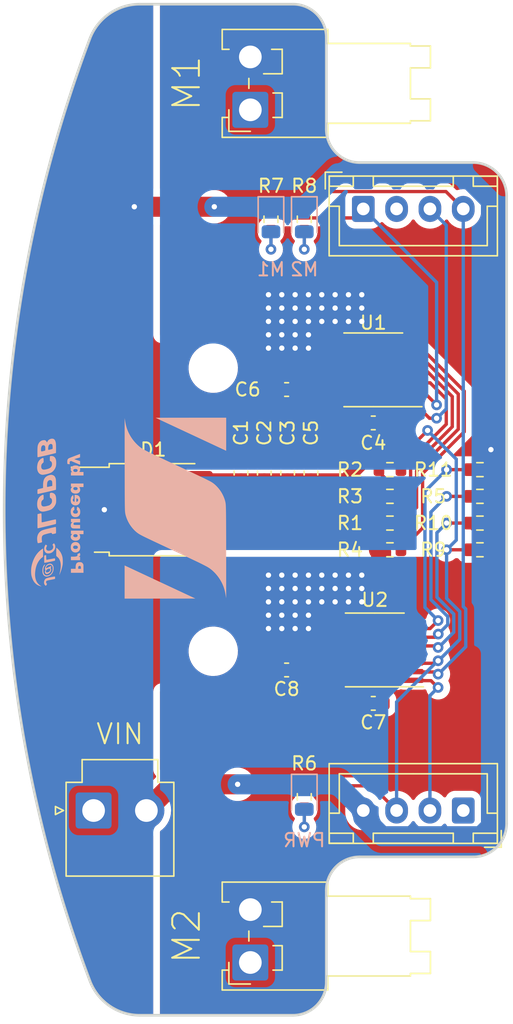
<source format=kicad_pcb>
(kicad_pcb (version 20221018) (generator pcbnew)
  (layers (0 "F.Cu" signal) (31 "B.Cu" signal) (34 "B.Paste" user) (35 "F.Paste" user) (36 "B.SilkS" user "B.Silkscreen") (37 "F.SilkS" user "F.Silkscreen") (38 "B.Mask" user) (39 "F.Mask" user) (44 "Edge.Cuts" user))
  (net 0 "")
  (net 1 "Net-(U1-CPL)")
  (net 2 "Net-(U1-CPH)")
  (net 3 "Net-(U1-VCP)")
  (net 4 "GND")
  (net 5 "Net-(D2-A)")
  (net 6 "Net-(D3-A)")
  (net 7 "Net-(D4-A)")
  (net 8 "PH-1")
  (net 10 "EN-1")
  (net 11 "PH-2")
  (net 13 "EN-2")
  (net 14 "OUT1-1")
  (net 15 "OUT2-1")
  (net 16 "OUT1-2")
  (net 17 "OUT2-2")
  (net 18 "Net-(U1-IPROPI)")
  (net 19 "Net-(U2-IPROPI)")
  (net 21 "Net-(U2-CPL)")
  (net 22 "Net-(U2-CPH)")
  (net 23 "Net-(U2-VCP)")
  (net 24 "VIN")
  (net 26 "SLEEP-1")
  (net 27 "VREF-1")
  (net 28 "IMODE-1")
  (net 29 "VREF-2")
  (net 30 "IMODE-2")
  (footprint "@2023_MotorDriver:JST_VH_S2P-VH_1x02_P3.96mm_Horizontal" (layer "F.Cu") (at 96.452585 128.342867 90)
    (fp_text reference "M2")
    (fp_text value "Conn_01x02_Pin")
  )
  (footprint "Resistor_SMD:R_0603_1608Metric" (layer "F.Cu") (at 106.925 91.4375 180)
    (fp_text reference "R2")
    (fp_text value "10K")
  )
  (footprint "Connector_JST:JST_XH_B4B-XH-A_1x04_P2.50mm_Vertical" (layer "F.Cu") (at 104.925 71.9125)
    (fp_text reference "J4" hide)
    (fp_text value "Conn_01x04_Pin")
  )
  (footprint "Connector_JST:JST_XH_B4B-XH-A_1x04_P2.50mm_Vertical" (layer "F.Cu") (at 112.425 116.9625 180)
    (fp_text reference "J5" hide)
    (fp_text value "Conn_01x04_Pin")
  )
  (footprint "Capacitor_SMD:C_0603_1608Metric" (layer "F.Cu") (at 97.5 91.6875 -90)
    (fp_text reference "C2")
    (fp_text value "4.7uF")
  )
  (footprint "Capacitor_SMD:C_0603_1608Metric" (layer "F.Cu") (at 105.675 87.9375 180)
    (fp_text reference "C4")
    (fp_text value "22nF")
  )
  (footprint "Resistor_SMD:R_0603_1608Metric" (layer "F.Cu") (at 100.5 72.6875 -90)
    (fp_text reference "R8")
    (fp_text value "330")
  )
  (footprint "Resistor_SMD:R_0603_1608Metric" (layer "F.Cu") (at 113.675 91.4375)
    (fp_text reference "R11")
    (fp_text value "20K")
  )
  (footprint "Package_TO_SOT_SMD:TO-252-2" (layer "F.Cu") (at 89.175 94.4375)
    (fp_text reference "D1")
    (fp_text value "D_Schottky_AKA")
  )
  (footprint "Capacitor_SMD:C_0603_1608Metric" (layer "F.Cu") (at 99.25 91.6875 -90)
    (fp_text reference "C3")
    (fp_text value "0.1uF")
  )
  (footprint "Connector_JST:JST_VH_B2P-VH-B_1x02_P3.96mm_Vertical" (layer "F.Cu") (at 86.675 116.962133)
    (fp_text reference "VIN")
    (fp_text value "Conn_01x02_Pin")
  )
  (footprint "Capacitor_SMD:C_0603_1608Metric" (layer "F.Cu") (at 95.75 91.6875 -90)
    (fp_text reference "C1")
    (fp_text value "4.7uF")
  )
  (footprint "Resistor_SMD:R_0603_1608Metric" (layer "F.Cu") (at 106.925 95.4375)
    (fp_text reference "R1")
    (fp_text value "2.49K")
  )
  (footprint "Resistor_SMD:R_0603_1608Metric" (layer "F.Cu") (at 106.925 97.4375 180)
    (fp_text reference "R4")
    (fp_text value "20K")
  )
  (footprint "Resistor_SMD:R_0603_1608Metric" (layer "F.Cu") (at 113.675 95.4375)
    (fp_text reference "R10")
    (fp_text value "NP")
  )
  (footprint "Resistor_SMD:R_0603_1608Metric" (layer "F.Cu") (at 100.5 115.9375 -90)
    (fp_text reference "R6")
    (fp_text value "330")
  )
  (footprint "MountingHole:MountingHole_3.2mm_M3" (layer "F.Cu") (at 93.670708 83.8375)
    (fp_text reference "REF**" hide)
    (fp_text value "MountingHole_3.2mm_M3")
  )
  (footprint "Package_SO:HTSSOP-16-1EP_4.4x5mm_P0.65mm_EP3.4x5mm_Mask2.46x2.31mm_ThermalVias" (layer "F.Cu") (at 105.675 83.962133 180)
    (fp_text reference "U1")
    (fp_text value "~")
  )
  (footprint "Resistor_SMD:R_0603_1608Metric" (layer "F.Cu") (at 106.925 93.4375 180)
    (fp_text reference "R3")
    (fp_text value "NP")
  )
  (footprint "Resistor_SMD:R_0603_1608Metric" (layer "F.Cu") (at 113.675 97.4375)
    (fp_text reference "R9")
    (fp_text value "10K")
  )
  (footprint "MountingHole:MountingHole_3.2mm_M3" (layer "F.Cu") (at 93.67069 105.0375)
    (fp_text reference "REF**" hide)
    (fp_text value "MountingHole_3.2mm_M3")
  )
  (footprint "Resistor_SMD:R_0603_1608Metric" (layer "F.Cu") (at 113.675 93.4375 180)
    (fp_text reference "R5")
    (fp_text value "2.49K")
  )
  (footprint "Capacitor_SMD:C_0603_1608Metric" (layer "F.Cu") (at 105.675 108.9375 180)
    (fp_text reference "C7")
    (fp_text value "22nF")
  )
  (footprint "@2023_MotorDriver:JST_VH_S2P-VH_1x02_P3.96mm_Horizontal" (layer "F.Cu") (at 96.452585 64.492133 90)
    (fp_text reference "M1")
    (fp_text value "Conn_01x02_Pin")
  )
  (footprint "Capacitor_SMD:C_0603_1608Metric" (layer "F.Cu") (at 101 91.6875 -90)
    (fp_text reference "C5")
    (fp_text value "0.1uF")
  )
  (footprint "Resistor_SMD:R_0603_1608Metric" (layer "F.Cu") (at 98 72.6875 -90)
    (fp_text reference "R7")
    (fp_text value "330")
  )
  (footprint "Capacitor_SMD:C_0603_1608Metric" (layer "F.Cu") (at 99.175 85.4375 180)
    (fp_text reference "C6")
    (fp_text value "220nF")
  )
  (footprint "Capacitor_SMD:C_0603_1608Metric" (layer "F.Cu") (at 99.175 106.4375 180)
    (fp_text reference "C8")
    (fp_text value "220nF")
  )
  (footprint "Package_SO:HTSSOP-16-1EP_4.4x5mm_P0.65mm_EP3.4x5mm_Mask2.46x2.31mm_ThermalVias" (layer "F.Cu") (at 105.7875 104.9375 180)
    (fp_text reference "U2")
    (fp_text value "~")
  )
  (footprint "LED_SMD:LED_0805_2012Metric" (layer "B.Cu") (at 100.5 115.9375 -90)
    (fp_text reference "PWR")
    (fp_text value "LED")
  )
  (footprint "LED_SMD:LED_0805_2012Metric" (layer "B.Cu") (at 100.5 72.6875 -90)
    (fp_text reference "M2")
    (fp_text value "LED")
  )
  (footprint "LED_SMD:LED_0805_2012Metric" (layer "B.Cu") (at 98 72.6875 -90)
    (fp_text reference "M1")
    (fp_text value "LED")
  )
  (gr_poly (pts (xy 81.878501 92.580847) (xy 81.876828 92.443387) (xy 81.873716 92.316859) (xy 81.869249 92.216094) (xy 81.863508 92.155926) (xy 81.859976 92.137883) (xy 81.85576 92.119799) (xy 81.850904 92.101765) (xy 81.84545 92.083871) (xy 81.839442 92.066209) (xy 81.832923 92.048869) (xy 81.825938 92.031943) (xy 81.818528 92.01552) (xy 81.810739 91.999694) (xy 81.802612 91.984553) (xy 81.794192 91.97019) (xy 81.785522 91.956695) (xy 81.776645 91.944159) (xy 81.767604 91.932673) (xy 81.758444 91.922328) (xy 81.749208 91.913215) (xy 81.739108 91.904542) (xy 81.727939 91.896025) (xy 81.715824 91.887719) (xy 81.702883 91.879679) (xy 81.689241 91.871962) (xy 81.675017 91.864623) (xy 81.660334 91.857718) (xy 81.645315 91.851303) (xy 81.63008 91.845433) (xy 81.614752 91.840165) (xy 81.599454 91.835555) (xy 81.584306 91.831657) (xy 81.569431 91.828529) (xy 81.554951 91.826225) (xy 81.540988 91.824802) (xy 81.527663 91.824315) (xy 81.498779 91.825292) (xy 81.468904 91.82816) (xy 81.438267 91.832826) (xy 81.407101 91.839198) (xy 81.375638 91.847182) (xy 81.344108 91.856685) (xy 81.312744 91.867615) (xy 81.281777 91.879878) (xy 81.251438 91.893381) (xy 81.221959 91.908031) (xy 81.193572 91.923735) (xy 81.166507 91.940401) (xy 81.140997 91.957935) (xy 81.117272 91.976244) (xy 81.095565 91.995235) (xy 81.076108 92.014815) (xy 81.053959 92.040139) (xy 81.033523 92.066461) (xy 81.014762 92.09392) (xy 80.997637 92.122655) (xy 80.982106 92.152803) (xy 80.968133 92.184504) (xy 80.955676 92.217895) (xy 80.944698 92.253116) (xy 80.935158 92.290305) (xy 80.927018 92.3296) (xy 80.920237 92.37114) (xy 80.914778 92.415063) (xy 80.9106 92.461508) (xy 80.907665 92.510614) (xy 80.905932 92.562518) (xy 80.905363 92.61736) (xy 80.905363 92.809271) (xy 80.712041 92.855837) (xy 80.672502 92.864924) (xy 80.634915 92.874027) (xy 80.600172 92.882899) (xy 80.569166 92.891291) (xy 80.54279 92.898956) (xy 80.521938 92.905645) (xy 80.513862 92.908546) (xy 80.507501 92.91111) (xy 80.502968 92.913306) (xy 80.500374 92.915104) (xy 80.498075 92.917224) (xy 80.49594 92.920423) (xy 80.493965 92.924722) (xy 80.49215 92.930141) (xy 80.490492 92.936701) (xy 80.488989 92.944423) (xy 80.486439 92.963434) (xy 80.484485 92.98734) (xy 80.48311 93.016306) (xy 80.482297 93.050498) (xy 80.48203 93.090081) (xy 80.482082 93.113997) (xy 80.482247 93.135556) (xy 80.482541 93.154883) (xy 80.482978 93.172102) (xy 80.483571 93.187336) (xy 80.484337 93.20071) (xy 80.484788 93.206738) (xy 80.485288 93.212348) (xy 80.485838 93.217554) (xy 80.48644 93.222373) (xy 80.487095 93.22682) (xy 80.487806 93.23091) (xy 80.488575 93.234659) (xy 80.489402 93.238083) (xy 80.490291 93.241196) (xy 80.491242 93.244015) (xy 80.492258 93.246555) (xy 80.493341 93.248831) (xy 80.494491 93.25086) (xy 80.495712 93.252655) (xy 80.497005 93.254234) (xy 80.498371 93.255611) (xy 80.499812 93.256802) (xy 80.501331 93.257823) (xy 80.502929 93.258689) (xy 80.504608 93.259415) (xy 80.567581 93.248669) (xy 80.721588 93.215781) (xy 81.182117 93.111425) (xy 81.23768 93.098295) (xy 81.23768 92.731417) (xy 81.232617 92.731392) (xy 81.228 92.730949) (xy 81.223814 92.730055) (xy 81.220041 92.72868) (xy 81.216665 92.726791) (xy 81.213669 92.724357) (xy 81.211037 92.721345) (xy 81.208752 92.717725) (xy 81.206798 92.713463) (xy 81.205158 92.708529) (xy 81.203816 92.702891) (xy 81.202755 92.696517) (xy 81.20141 92.681432) (xy 81.200991 92.663022) (xy 81.201366 92.641031) (xy 81.202402 92.615207) (xy 81.20593 92.551037) (xy 81.207892 92.520845) (xy 81.210119 92.493121) (xy 81.212677 92.467687) (xy 81.215631 92.444366) (xy 81.219049 92.422979) (xy 81.222995 92.40335) (xy 81.225188 92.394138) (xy 81.227537 92.3853) (xy 81.230052 92.376811) (xy 81.232741 92.368651) (xy 81.235611 92.360797) (xy 81.238672 92.353226) (xy 81.241931 92.345917) (xy 81.245397 92.338847) (xy 81.249078 92.331994) (xy 81.252982 92.325336) (xy 81.257117 92.31885) (xy 81.261492 92.312515) (xy 81.266116 92.306308) (xy 81.270995 92.300207) (xy 81.27614 92.29419) (xy 81.281557 92.288234) (xy 81.293242 92.276418) (xy 81.306119 92.264582) (xy 81.314054 92.257796) (xy 81.321517 92.251703) (xy 81.328595 92.246267) (xy 81.335377 92.241453) (xy 81.341953 92.237226) (xy 81.348411 92.233551) (xy 81.35484 92.230393) (xy 81.361328 92.227717) (xy 81.367966 92.225487) (xy 81.374841 92.223668) (xy 81.382043 92.222225) (xy 81.389661 92.221124) (xy 81.397783 92.220328) (xy 81.406498 92.219804) (xy 81.415895 92.219515) (xy 81.426063 92.219426) (xy 81.433902 92.219534) (xy 81.441542 92.219856) (xy 81.448986 92.220394) (xy 81.456234 92.221146) (xy 81.463286 92.222113) (xy 81.470144 92.223296) (xy 81.476808 92.224693) (xy 81.483279 92.226305) (xy 81.489558 92.228133) (xy 81.495645 92.230175) (xy 81.501542 92.232432) (xy 81.507249 92.234904) (xy 81.512767 92.237591) (xy 81.518096 92.240493) (xy 81.523237 92.243611) (xy 81.528192 92.246943) (xy 81.532961 92.25049) (xy 81.537545 92.254252) (xy 81.541944 92.258229) (xy 81.546159 92.262421) (xy 81.550192 92.266828) (xy 81.554042 92.27145) (xy 81.557711 92.276286) (xy 81.561199 92.281338) (xy 81.564508 92.286605) (xy 81.567637 92.292087) (xy 81.570588 92.297784) (xy 81.573362 92.303696) (xy 81.575959 92.309823) (xy 81.578379 92.316164) (xy 81.580625 92.322721) (xy 81.582696 92.329493) (xy 81.585329 92.342592) (xy 81.587878 92.360206) (xy 81.590262 92.381558) (xy 81.592398 92.405869) (xy 81.594203 92.432363) (xy 81.595595 92.460263) (xy 81.596491 92.488791) (xy 81.596808 92.51717) (xy 81.596808 92.654048) (xy 81.488152 92.678037) (xy 81.438918 92.68862) (xy 81.386376 92.700262) (xy 81.296241 92.72037) (xy 81.262727 92.727969) (xy 81.249211 92.730339) (xy 81.23768 92.731417) (xy 81.23768 93.098295) (xy 81.645028 93.002041) (xy 81.802011 92.962869) (xy 81.869152 92.943326) (xy 81.871833 92.933878) (xy 81.874061 92.910476) (xy 81.8772 92.829224) (xy 81.878652 92.714403)) (fill solid) (layer "B.SilkS"))
  (gr_poly (pts (xy 90 100) (xy 88.165556 99.144866) (xy 87.201062 98.694722) (xy 87.022556 98.611466) (xy 87.022556 101.093611) (xy 89.68109 101.093611) (xy 91.579387 101.091759) (xy 92.131991 101.089741) (xy 92.328334 101.087261)) (fill solid) (layer "B.SilkS"))
  (gr_poly (pts (xy 91.988256 87.546945) (xy 90.612367 87.547705) (xy 89.809236 87.549325) (xy 89.57795 87.550644) (xy 89.436449 87.552401) (xy 89.366931 87.55467) (xy 89.353603 87.556021) (xy 89.351323 87.556754) (xy 89.351595 87.557527) (xy 90.225778 87.966749) (xy 91.689806 88.649021) (xy 93.467806 89.478049) (xy 94.365979 89.89715) (xy 94.47125 89.946351) (xy 94.557801 89.98649) (xy 94.616704 90.013533) (xy 94.639028 90.023444) (xy 94.641586 89.659642) (xy 94.642556 88.785194) (xy 94.642556 87.546945)) (fill solid) (layer "B.SilkS"))
  (gr_poly (pts (xy 81.888221 93.718302) (xy 81.887497 93.67287) (xy 81.886433 93.634946) (xy 81.884807 93.599402) (xy 81.882585 93.566102) (xy 81.879735 93.534912) (xy 81.876224 93.505699) (xy 81.872018 93.478327) (xy 81.867085 93.452663) (xy 81.861391 93.428572) (xy 81.854903 93.405919) (xy 81.847589 93.384571) (xy 81.839414 93.364393) (xy 81.830347 93.34525) (xy 81.820353 93.327009) (xy 81.8094 93.309534) (xy 81.797456 93.292692) (xy 81.784485 93.276348) (xy 81.77703 93.267999) (xy 81.768978 93.259893) (xy 81.760369 93.25204) (xy 81.751244 93.244452) (xy 81.731605 93.230115) (xy 81.71038 93.216971) (xy 81.68789 93.205109) (xy 81.664456 93.194617) (xy 81.640397 93.185584) (xy 81.616034 93.1781) (xy 81.591688 93.172252) (xy 81.567679 93.168131) (xy 81.544327 93.165824) (xy 81.521953 93.165422) (xy 81.511232 93.165962) (xy 81.500876 93.167012) (xy 81.490925 93.168581) (xy 81.481419 93.170683) (xy 81.472397 93.173327) (xy 81.4639 93.176525) (xy 81.455968 93.180287) (xy 81.448641 93.184626) (xy 81.437402 93.192596) (xy 81.432809 93.196545) (xy 81.428841 93.200766) (xy 81.425452 93.205483) (xy 81.422596 93.210919) (xy 81.420228 93.217298) (xy 81.418302 93.224843) (xy 81.416773 93.233777) (xy 81.415596 93.244323) (xy 81.414724 93.256704) (xy 81.414113 93.271145) (xy 81.41349 93.307095) (xy 81.413363 93.353959) (xy 81.413553 93.384271) (xy 81.414091 93.413358) (xy 81.414926 93.440528) (xy 81.416009 93.465084) (xy 81.417291 93.486334) (xy 81.418721 93.503581) (xy 81.420251 93.516132) (xy 81.421037 93.52043) (xy 81.42183 93.523293) (xy 81.422866 93.525753) (xy 81.424365 93.528356) (xy 81.426295 93.531078) (xy 81.428621 93.533898) (xy 81.431311 93.536792) (xy 81.434331 93.539738) (xy 81.43765 93.542713) (xy 81.441233 93.545694) (xy 81.445047 93.548659) (xy 81.44906 93.551584) (xy 81.453238 93.554447) (xy 81.457549 93.557226) (xy 81.461958 93.559897) (xy 81.466434 93.562437) (xy 81.470943 93.564825) (xy 81.475452 93.567037) (xy 81.488204 93.573724) (xy 81.500014 93.58111) (xy 81.510898 93.589231) (xy 81.520872 93.598126) (xy 81.529953 93.607831) (xy 81.538158 93.618383) (xy 81.545503 93.62982) (xy 81.552005 93.642179) (xy 81.55768 93.655497) (xy 81.562544 93.669811) (xy 81.566615 93.685159) (xy 81.569908 93.701578) (xy 81.572441 93.719104) (xy 81.57423 93.737776) (xy 81.575291 93.75763) (xy 81.575641 93.778704) (xy 81.575023 93.800117) (xy 81.57367 93.820492) (xy 81.571545 93.839916) (xy 81.568607 93.858476) (xy 81.564818 93.876258) (xy 81.560138 93.893351) (xy 81.554528 93.90984) (xy 81.547948 93.925812) (xy 81.540359 93.941354) (xy 81.531723 93.956553) (xy 81.521999 93.971496) (xy 81.511149 93.986269) (xy 81.499133 94.00096) (xy 81.485911 94.015655) (xy 81.471446 94.03044) (xy 81.455697 94.045404) (xy 81.432311 94.065826) (xy 81.421643 94.074494) (xy 81.411224 94.082313) (xy 81.400732 94.089422) (xy 81.38984 94.095956) (xy 81.378225 94.102052) (xy 81.365562 94.107845) (xy 81.351526 94.113474) (xy 81.335793 94.119074) (xy 81.318039 94.124781) (xy 81.297939 94.130732) (xy 81.249401 94.143912) (xy 81.187585 94.159704) (xy 81.131751 94.172971) (xy 81.080567 94.183092) (xy 81.056674 94.186951) (xy 81.033889 94.189997) (xy 81.012195 94.192221) (xy 80.991573 94.193615) (xy 80.972006 94.194169) (xy 80.953474 94.193876) (xy 80.93596 94.192726) (xy 80.919447 94.19071) (xy 80.903915 94.18782) (xy 80.889347 94.184046) (xy 80.875725 94.179381) (xy 80.86303 94.173815) (xy 80.851245 94.167339) (xy 80.840351 94.159946) (xy 80.83033 94.151625) (xy 80.821165 94.142368) (xy 80.812837 94.132167) (xy 80.805328 94.121012) (xy 80.79862 94.108895) (xy 80.792695 94.095807) (xy 80.787534 94.081739) (xy 80.783121 94.066683) (xy 80.779436 94.050629) (xy 80.776461 94.033569) (xy 80.774179 94.015494) (xy 80.772572 93.996396) (xy 80.771621 93.976265) (xy 80.771308 93.955093) (xy 80.772071 93.925655) (xy 80.772669 93.912519) (xy 80.773446 93.900302) (xy 80.774431 93.888904) (xy 80.775648 93.878223) (xy 80.777127 93.868158) (xy 80.778892 93.858608) (xy 80.780972 93.849471) (xy 80.783393 93.840647) (xy 80.786182 93.832033) (xy 80.789365 93.823529) (xy 80.792971 93.815033) (xy 80.797025 93.806444) (xy 80.801554 93.79766) (xy 80.806585 93.788581) (xy 80.810022 93.782567) (xy 80.81344 93.776717) (xy 80.81682 93.77106) (xy 80.820145 93.765629) (xy 80.823396 93.760454) (xy 80.826553 93.755567) (xy 80.829599 93.750997) (xy 80.832515 93.746778) (xy 80.835281 93.742938) (xy 80.837881 93.73951) (xy 80.840294 93.736524) (xy 80.842503 93.734011) (xy 80.844488 93.732003) (xy 80.845391 93.731198) (xy 80.846232 93.730531) (xy 80.847007 93.730005) (xy 80.847715 93.729624) (xy 80.848353 93.729393) (xy 80.848919 93.729315) (xy 80.849939 93.729104) (xy 80.851396 93.728483) (xy 80.853263 93.727473) (xy 80.855511 93.726096) (xy 80.861048 93.72232) (xy 80.867792 93.717321) (xy 80.875529 93.711263) (xy 80.884042 93.704312) (xy 80.893118 93.696633) (xy 80.902541 93.688393) (xy 80.917446 93.674144) (xy 80.923476 93.667836) (xy 80.928646 93.661714) (xy 80.933023 93.655509) (xy 80.936672 93.648953) (xy 80.93966 93.641777) (xy 80.942052 93.633712) (xy 80.943915 93.62449) (xy 80.945315 93.613841) (xy 80.946318 93.601497) (xy 80.946991 93.58719) (xy 80.947608 93.551609) (xy 80.947696 93.504949) (xy 80.947623 93.476595) (xy 80.947377 93.451224) (xy 80.946915 93.428677) (xy 80.946591 93.418413) (xy 80.946197 93.408794) (xy 80.945729 93.399802) (xy 80.945181 93.391417) (xy 80.944549 93.383618) (xy 80.943827 93.376386) (xy 80.94301 93.3697) (xy 80.942092 93.363541) (xy 80.941069 93.357889) (xy 80.939935 93.352725) (xy 80.938686 93.348027) (xy 80.937316 93.343777) (xy 80.935819 93.339954) (xy 80.934192 93.336538) (xy 80.932428 93.33351) (xy 80.930522 93.33085) (xy 80.92847 93.328538) (xy 80.926265 93.326553) (xy 80.923904 93.324876) (xy 80.92138 93.323488) (xy 80.918689 93.322368) (xy 80.915825 93.321496) (xy 80.912784 93.320852) (xy 80.909559 93.320417) (xy 80.906147 93.32017) (xy 80.902541 93.320093) (xy 80.891458 93.320919) (xy 80.878963 93.323328) (xy 80.865232 93.327218) (xy 80.85044 93.332484) (xy 80.834764 93.339023) (xy 80.818379 93.346733) (xy 80.80146 93.355509) (xy 80.784184 93.365248) (xy 80.766726 93.375847) (xy 80.749262 93.387203) (xy 80.731967 93.399212) (xy 80.715017 93.411771) (xy 80.698589 93.424776) (xy 80.682857 93.438124) (xy 80.667997 93.451712) (xy 80.654185 93.465437) (xy 80.630202 93.492392) (xy 80.607971 93.519881) (xy 80.587461 93.548006) (xy 80.568637 93.576871) (xy 80.551466 93.606579) (xy 80.535917 93.637235) (xy 80.521954 93.66894) (xy 80.509547 93.701798) (xy 80.49866 93.735914) (xy 80.489262 93.771389) (xy 80.481319 93.808328) (xy 80.474798 93.846834) (xy 80.469666 93.88701) (xy 80.46589 93.92896) (xy 80.463437 93.972786) (xy 80.462274 94.018593) (xy 80.462612 94.061358) (xy 80.464179 94.101882) (xy 80.467015 94.140272) (xy 80.47116 94.176637) (xy 80.476652 94.211084) (xy 80.483532 94.24372) (xy 80.491838 94.274653) (xy 80.501609 94.30399) (xy 80.507057 94.318094) (xy 80.512885 94.331839) (xy 80.5191 94.345239) (xy 80.525705 94.358307) (xy 80.532707 94.371056) (xy 80.540109 94.383501) (xy 80.547917 94.395655) (xy 80.556135 94.40753) (xy 80.564769 94.419141) (xy 80.573823 94.430501) (xy 80.593213 94.45252) (xy 80.614343 94.473696) (xy 80.637252 94.494137) (xy 80.650495 94.504917) (xy 80.664284 94.515025) (xy 80.678601 94.524451) (xy 80.693432 94.533185) (xy 80.708758 94.541216) (xy 80.724565 94.548534) (xy 80.740834 94.555128) (xy 80.757549 94.560988) (xy 80.774695 94.566105) (xy 80.792254 94.570467) (xy 80.81021 94.574064) (xy 80.828546 94.576885) (xy 80.847246 94.578922) (xy 80.866293 94.580162) (xy 80.885671 94.580597) (xy 80.905363 94.580215) (xy 80.929829 94.578675) (xy 80.959341 94.57524) (xy 81.030533 94.563436) (xy 81.113003 94.546307) (xy 81.200815 94.525358) (xy 81.288031 94.502094) (xy 81.368715 94.47802) (xy 81.43693 94.45464) (xy 81.464507 94.443681) (xy 81.486741 94.433459) (xy 81.518911 94.415665) (xy 81.550756 94.395219) (xy 81.582118 94.372313) (xy 81.612837 94.347139) (xy 81.642754 94.31989) (xy 81.67171 94.290758) (xy 81.699545 94.259935) (xy 81.726101 94.227613) (xy 81.751218 94.193985) (xy 81.774737 94.159243) (xy 81.7965 94.123579) (xy 81.816346 94.087186) (xy 81.834117 94.050255) (xy 81.849653 94.012978) (xy 81.862796 93.975549) (xy 81.873385 93.938159) (xy 81.877754 93.917731) (xy 81.881345 93.893533) (xy 81.884175 93.865631) (xy 81.886262 93.83409) (xy 81.887621 93.798978) (xy 81.888268 93.760359)) (fill solid) (layer "B.SilkS"))
  (gr_poly (pts (xy 82.38456 98.266214) (xy 82.381865 98.188853) (xy 82.377549 98.116834) (xy 82.371712 98.054902) (xy 82.368253 98.029202) (xy 82.364452 98.007804) (xy 82.354105 97.961576) (xy 82.342131 97.916054) (xy 82.328557 97.871285) (xy 82.31341 97.827314) (xy 82.296716 97.784186) (xy 82.278504 97.741947) (xy 82.258799 97.700643) (xy 82.237628 97.660318) (xy 82.215019 97.621018) (xy 82.190998 97.582789) (xy 82.165593 97.545677) (xy 82.138829 97.509726) (xy 82.110734 97.474982) (xy 82.081334 97.441491) (xy 82.050657 97.409298) (xy 82.01873 97.378448) (xy 81.998368 97.359861) (xy 81.978866 97.342465) (xy 81.960687 97.326656) (xy 81.944294 97.312832) (xy 81.93015 97.301388) (xy 81.924066 97.296684) (xy 81.918717 97.292723) (xy 81.914163 97.289556) (xy 81.91046 97.287233) (xy 81.907667 97.285803) (xy 81.906629 97.285438) (xy 81.905841 97.285315) (xy 81.904536 97.286909) (xy 81.90327 97.291585) (xy 81.90088 97.309546) (xy 81.898722 97.337926) (xy 81.896845 97.37545) (xy 81.894133 97.472838) (xy 81.893141 97.591526) (xy 81.893141 97.899148) (xy 81.991919 97.988048) (xy 82.005473 98.000482) (xy 82.018135 98.01244) (xy 82.029969 98.024009) (xy 82.041043 98.035276) (xy 82.051422 98.046329) (xy 82.061173 98.057253) (xy 82.070362 98.068136) (xy 82.079055 98.079065) (xy 82.087318 98.090126) (xy 82.095216 98.101406) (xy 82.102818 98.112992) (xy 82.110187 98.12497) (xy 82.117392 98.137428) (xy 82.124497 98.150453) (xy 82.131569 98.164131) (xy 82.138674 98.178548) (xy 82.159809 98.225502) (xy 82.178235 98.274316) (xy 82.193958 98.325032) (xy 82.206981 98.377691) (xy 82.217309 98.432335) (xy 82.224945 98.489004) (xy 82.229894 98.54774) (xy 82.23216 98.608584) (xy 82.231748 98.671579) (xy 82.22866 98.736764) (xy 82.222902 98.804182) (xy 82.214477 98.873873) (xy 82.20339 98.94588) (xy 82.189645 99.020243) (xy 82.173246 99.097004) (xy 82.154196 99.176204) (xy 82.147541 99.203098) (xy 82.14143 99.228371) (xy 82.136015 99.251461) (xy 82.131442 99.271807) (xy 82.127862 99.288845) (xy 82.125423 99.302013) (xy 82.124678 99.306971) (xy 82.124274 99.31075) (xy 82.124229 99.313281) (xy 82.124348 99.314056) (xy 82.124563 99.314493) (xy 82.125485 99.314462) (xy 82.126909 99.313088) (xy 82.131161 99.306558) (xy 82.144539 99.280119) (xy 82.163011 99.239161) (xy 82.184888 99.187669) (xy 82.208486 99.129629) (xy 82.232116 99.069026) (xy 82.254093 99.009844) (xy 82.27273 98.956071) (xy 82.287982 98.908308) (xy 82.30373 98.854426) (xy 82.319412 98.796775) (xy 82.334466 98.737701) (xy 82.348329 98.679553) (xy 82.360439 98.62468) (xy 82.370234 98.575429) (xy 82.377152 98.534148) (xy 82.3798 98.510517) (xy 82.381931 98.482883) (xy 82.384693 98.417974) (xy 82.385536 98.344169)) (fill solid) (layer "B.SilkS"))
  (gr_poly (pts (xy 83.692837 94.549499) (xy 83.69083 94.522115) (xy 83.687726 94.495843) (xy 83.683529 94.470696) (xy 83.678243 94.446684) (xy 83.671872 94.423819) (xy 83.66442 94.402113) (xy 83.65589 94.381577) (xy 83.646287 94.362224) (xy 83.635614 94.344064) (xy 83.623875 94.32711) (xy 83.611074 94.311372) (xy 83.604276 94.303964) (xy 83.597215 94.296864) (xy 83.589839 94.290025) (xy 83.581696 94.283121) (xy 83.572931 94.276233) (xy 83.563687 94.26944) (xy 83.554107 94.262824) (xy 83.544334 94.256463) (xy 83.534512 94.250438) (xy 83.524785 94.244829) (xy 83.515295 94.239716) (xy 83.506187 94.235179) (xy 83.497603 94.231298) (xy 83.489686 94.228154) (xy 83.482582 94.225827) (xy 83.476431 94.224396) (xy 83.473759 94.224041) (xy 83.471379 94.223941) (xy 83.46931 94.224106) (xy 83.467569 94.224544) (xy 83.466236 94.225449) (xy 83.464885 94.227155) (xy 83.463519 94.229637) (xy 83.462139 94.232867) (xy 83.46075 94.236821) (xy 83.459352 94.241473) (xy 83.456545 94.252766) (xy 83.453737 94.26654) (xy 83.45095 94.282587) (xy 83.448204 94.300701) (xy 83.44552 94.320676) (xy 83.441317 94.357732) (xy 83.437032 94.392224) (xy 83.433242 94.420267) (xy 83.430527 94.437975) (xy 83.429952 94.442073) (xy 83.429563 94.445793) (xy 83.42938 94.44917) (xy 83.429373 94.45074) (xy 83.429425 94.452237) (xy 83.429539 94.453666) (xy 83.429718 94.455031) (xy 83.429964 94.456336) (xy 83.430279 94.457586) (xy 83.430667 94.458785) (xy 83.43113 94.459937) (xy 83.431671 94.461046) (xy 83.432291 94.462118) (xy 83.432994 94.463156) (xy 83.433783 94.464165) (xy 83.434659 94.465149) (xy 83.435626 94.466112) (xy 83.436686 94.46706) (xy 83.437841 94.467995) (xy 83.439095 94.468924) (xy 83.440449 94.469849) (xy 83.44347 94.471707) (xy 83.446926 94.473606) (xy 83.450836 94.475579) (xy 83.455222 94.477662) (xy 83.462599 94.481441) (xy 83.469514 94.485818) (xy 83.475955 94.490772) (xy 83.481914 94.496279) (xy 83.487383 94.502319) (xy 83.492351 94.508869) (xy 83.496811 94.515908) (xy 83.500752 94.523413) (xy 83.504166 94.531362) (xy 83.507044 94.539734) (xy 83.509377 94.548506) (xy 83.511156 94.557657) (xy 83.512372 94.567165) (xy 83.513015 94.577007) (xy 83.513077 94.587161) (xy 83.512548 94.597606) (xy 83.510808 94.614052) (xy 83.507887 94.629334) (xy 83.505976 94.636543) (xy 83.503762 94.643466) (xy 83.50124 94.650105) (xy 83.498409 94.656462) (xy 83.495266 94.662539) (xy 83.491806 94.668337) (xy 83.488029 94.673859) (xy 83.48393 94.679105) (xy 83.479506 94.684078) (xy 83.474756 94.68878) (xy 83.469675 94.693212) (xy 83.464262 94.697376) (xy 83.458512 94.701274) (xy 83.452424 94.704908) (xy 83.445994 94.708279) (xy 83.439219 94.711389) (xy 83.432097 94.714241) (xy 83.424624 94.716835) (xy 83.408616 94.721258) (xy 83.391172 94.724673) (xy 83.372267 94.727096) (xy 83.35188 94.728538) (xy 83.329986 94.729016) (xy 83.318613 94.728972) (xy 83.308249 94.72883) (xy 83.298807 94.728574) (xy 83.290202 94.728189) (xy 83.282345 94.72766) (xy 83.275152 94.72697) (xy 83.268534 94.726104) (xy 83.262407 94.725047) (xy 83.256682 94.723784) (xy 83.251274 94.722298) (xy 83.246096 94.720575) (xy 83.241061 94.718598) (xy 83.236083 94.716353) (xy 83.231075 94.713823) (xy 83.225951 94.710994) (xy 83.220624 94.70785) (xy 83.21378 94.7033) (xy 83.207306 94.698428) (xy 83.201202 94.693253) (xy 83.195474 94.687792) (xy 83.190121 94.682066) (xy 83.185148 94.676092) (xy 83.180556 94.669889) (xy 83.176348 94.663477) (xy 83.172526 94.656873) (xy 83.169093 94.650097) (xy 83.166051 94.643167) (xy 83.163403 94.636102) (xy 83.161151 94.628921) (xy 83.159297 94.621642) (xy 83.157844 94.614285) (xy 83.156794 94.606867) (xy 83.156149 94.599408) (xy 83.155913 94.591926) (xy 83.156088 94.584441) (xy 83.156675 94.57697) (xy 83.157677 94.569533) (xy 83.159098 94.562149) (xy 83.160938 94.554835) (xy 83.163202 94.547611) (xy 83.16589 94.540496) (xy 83.169006 94.533508) (xy 83.172551 94.526666) (xy 83.176529 94.519989) (xy 83.180942 94.513495) (xy 83.185791 94.507203) (xy 83.191081 94.501132) (xy 83.196812 94.495301) (xy 83.203599 94.488966) (xy 83.210592 94.482651) (xy 83.217586 94.476542) (xy 83.224373 94.470827) (xy 83.230746 94.46569) (xy 83.2365 94.461319) (xy 83.239079 94.459478) (xy 83.241426 94.457898) (xy 83.243515 94.456602) (xy 83.245319 94.455613) (xy 83.248111 94.453965) (xy 83.250538 94.45222) (xy 83.252609 94.450222) (xy 83.254331 94.447814) (xy 83.255712 94.444837) (xy 83.25676 94.441134) (xy 83.257482 94.436547) (xy 83.257887 94.430919) (xy 83.257981 94.424092) (xy 83.257773 94.415909) (xy 83.256481 94.394842) (xy 83.254073 94.366458) (xy 83.25061 94.329496) (xy 83.248185 94.30589) (xy 83.245594 94.28369) (xy 83.242921 94.263391) (xy 83.240248 94.24549) (xy 83.237657 94.230484) (xy 83.236418 94.22422) (xy 83.235232 94.218867) (xy 83.234107 94.214484) (xy 83.233054 94.211136) (xy 83.232085 94.208883) (xy 83.231634 94.208186) (xy 83.231208 94.207787) (xy 83.230723 94.207497) (xy 83.230097 94.207289) (xy 83.228443 94.207107) (xy 83.22628 94.207227) (xy 83.223642 94.207636) (xy 83.220566 94.208318) (xy 83.217085 94.20926) (xy 83.209049 94.211866) (xy 83.199814 94.215341) (xy 83.18966 94.219569) (xy 83.178865 94.224439) (xy 83.167708 94.229836) (xy 83.141705 94.243951) (xy 83.117611 94.259829) (xy 83.095431 94.277453) (xy 83.075173 94.296808) (xy 83.056841 94.317879) (xy 83.040444 94.340651) (xy 83.025988 94.365107) (xy 83.013478 94.391232) (xy 83.002921 94.41901) (xy 82.994325 94.448427) (xy 82.987694 94.479467) (xy 82.983037 94.512113) (xy 82.980359 94.546351) (xy 82.979666 94.582166) (xy 82.980965 94.619541) (xy 82.984263 94.658461) (xy 82.987853 94.685741) (xy 82.992352 94.711713) (xy 82.997782 94.736411) (xy 83.004162 94.75987) (xy 83.007715 94.771146) (xy 83.011514 94.782125) (xy 83.015561 94.792812) (xy 83.019858 94.803211) (xy 83.024409 94.813327) (xy 83.029215 94.823163) (xy 83.03428 94.832724) (xy 83.039605 94.842015) (xy 83.045195 94.85104) (xy 83.05105 94.859803) (xy 83.057174 94.868308) (xy 83.063569 94.876561) (xy 83.070239 94.884565) (xy 83.077184 94.892324) (xy 83.084409 94.899844) (xy 83.091916 94.907128) (xy 83.099706 94.91418) (xy 83.107784 94.921006) (xy 83.116151 94.927609) (xy 83.124809 94.933994) (xy 83.133763 94.940165) (xy 83.143013 94.946127) (xy 83.152564 94.951884) (xy 83.162416 94.95744) (xy 83.179572 94.965831) (xy 83.198171 94.973146) (xy 83.218023 94.97938) (xy 83.238939 94.984532) (xy 83.260727 94.988599) (xy 83.283199 94.991577) (xy 83.306165 94.993466) (xy 83.329434 94.994261) (xy 83.352817 94.993961) (xy 83.376124 94.992563) (xy 83.399165 94.990064) (xy 83.421749 94.986461) (xy 83.443688 94.981753) (xy 83.46479 94.975937) (xy 83.484867 94.969009) (xy 83.503729 94.960968) (xy 83.522562 94.951275) (xy 83.540663 94.940106) (xy 83.557985 94.927534) (xy 83.574477 94.913632) (xy 83.590091 94.898475) (xy 83.604777 94.882135) (xy 83.618486 94.864687) (xy 83.63117 94.846205) (xy 83.642778 94.826761) (xy 83.653263 94.806429) (xy 83.662575 94.785284) (xy 83.670664 94.763398) (xy 83.677482 94.740846) (xy 83.68298 94.717701) (xy 83.687109 94.694036) (xy 83.689819 94.669926) (xy 83.692238 94.638209) (xy 83.693545 94.607558) (xy 83.693743 94.577984)) (fill solid) (layer "B.SilkS"))
  (gr_poly (pts (xy 81.877699 95.888241) (xy 81.874069 95.814474) (xy 81.871637 95.784349) (xy 81.868819 95.760386) (xy 81.865632 95.743827) (xy 81.863907 95.738713) (xy 81.862097 95.735915) (xy 81.857274 95.733715) (xy 81.849909 95.73247) (xy 81.825716 95.733225) (xy 81.785847 95.738941) (xy 81.72663 95.750379) (xy 81.535468 95.793462) (xy 81.222863 95.86856) (xy 81.163151 95.883263) (xy 81.108175 95.897292) (xy 81.057642 95.910761) (xy 81.011263 95.923791) (xy 80.968744 95.936498) (xy 80.929796 95.949001) (xy 80.894126 95.961417) (xy 80.861442 95.973864) (xy 80.831454 95.986459) (xy 80.803871 95.999321) (xy 80.778399 96.012568) (xy 80.754749 96.026317) (xy 80.732628 96.040686) (xy 80.711746 96.055793) (xy 80.69181 96.071756) (xy 80.67253 96.088693) (xy 80.640731 96.119728) (xy 80.611483 96.152499) (xy 80.584789 96.186984) (xy 80.560655 96.223167) (xy 80.539084 96.261028) (xy 80.52008 96.30055) (xy 80.503648 96.341712) (xy 80.489791 96.384497) (xy 80.478514 96.428886) (xy 80.46982 96.47486) (xy 80.463715 96.522402) (xy 80.460202 96.571491) (xy 80.459285 96.62211) (xy 80.460968 96.67424) (xy 80.465256 96.727863) (xy 80.472152 96.782959) (xy 80.477028 96.811099) (xy 80.482052 96.837949) (xy 80.487109 96.86288) (xy 80.492084 96.885265) (xy 80.49686 96.904475) (xy 80.499138 96.912693) (xy 80.501322 96.919881) (xy 80.503399 96.925962) (xy 80.505354 96.930856) (xy 80.507173 96.934485) (xy 80.508027 96.935801) (xy 80.508841 96.936771) (xy 80.511261 96.938274) (xy 80.515024 96.939359) (xy 80.526229 96.940345) (xy 80.541754 96.93988) (xy 80.560898 96.938116) (xy 80.58296 96.935201) (xy 80.607241 96.931289) (xy 80.659653 96.921072) (xy 80.712529 96.908672) (xy 80.737388 96.902031) (xy 80.760261 96.895297) (xy 80.780447 96.888621) (xy 80.797245 96.882153) (xy 80.809954 96.876046) (xy 80.814557 96.873174) (xy 80.817874 96.870448) (xy 80.820123 96.867945) (xy 80.822105 96.865176) (xy 80.823818 96.862105) (xy 80.825261 96.858696) (xy 80.82643 96.854916) (xy 80.827325 96.850729) (xy 80.827943 96.846099) (xy 80.828281 96.840991) (xy 80.828339 96.835371) (xy 80.828113 96.829204) (xy 80.827602 96.822453) (xy 80.826804 96.815084) (xy 80.825716 96.807062) (xy 80.824337 96.798352) (xy 80.820696 96.778726) (xy 80.818064 96.76112) (xy 80.815515 96.740538) (xy 80.813131 96.717707) (xy 80.810995 96.693354) (xy 80.80919 96.668207) (xy 80.807798 96.642995) (xy 80.806902 96.618444) (xy 80.806585 96.595282) (xy 80.807006 96.568395) (xy 80.8083 96.543236) (xy 80.810511 96.519714) (xy 80.811975 96.508539) (xy 80.813685 96.497739) (xy 80.815648 96.487302) (xy 80.817868 96.477218) (xy 80.820352 96.467475) (xy 80.823105 96.458062) (xy 80.826133 96.448967) (xy 80.829442 96.440179) (xy 80.833037 96.431687) (xy 80.836924 96.423479) (xy 80.841109 96.415544) (xy 80.845597 96.40787) (xy 80.850394 96.400446) (xy 80.855506 96.393261) (xy 80.860938 96.386304) (xy 80.866696 96.379562) (xy 80.872786 96.373025) (xy 80.879213 96.366682) (xy 80.885984 96.36052) (xy 80.893103 96.354529) (xy 80.900577 96.348697) (xy 80.908411 96.343012) (xy 80.916611 96.337465) (xy 80.925183 96.332042) (xy 80.934132 96.326733) (xy 80.943463 96.321526) (xy 80.963156 96.312514) (xy 80.990744 96.302082) (xy 81.064797 96.278156) (xy 81.156015 96.252147) (xy 81.25479 96.226452) (xy 81.351514 96.20347) (xy 81.43658 96.185596) (xy 81.471739 96.179325) (xy 81.500381 96.175231) (xy 81.521304 96.173613) (xy 81.533308 96.17477) (xy 81.535471 96.175975) (xy 81.537717 96.17746) (xy 81.54003 96.17921) (xy 81.542392 96.181209) (xy 81.544787 96.183438) (xy 81.547198 96.185883) (xy 81.54961 96.188526) (xy 81.552005 96.191351) (xy 81.554367 96.194341) (xy 81.556679 96.197481) (xy 81.558925 96.200752) (xy 81.561089 96.204139) (xy 81.563153 96.207626) (xy 81.565102 96.211195) (xy 81.566918 96.21483) (xy 81.568585 96.218515) (xy 81.569956 96.221967) (xy 81.571416 96.225427) (xy 81.572954 96.228871) (xy 81.574561 96.232273) (xy 81.576225 96.235609) (xy 81.577937 96.238855) (xy 81.579686 96.241984) (xy 81.581462 96.244973) (xy 81.583254 96.247797) (xy 81.585053 96.25043) (xy 81.586848 96.252849) (xy 81.588628 96.255028) (xy 81.590383 96.256942) (xy 81.592103 96.258566) (xy 81.592947 96.259262) (xy 81.593778 96.259877) (xy 81.594595 96.260407) (xy 81.595397 96.260848) (xy 81.597219 96.261479) (xy 81.600253 96.261796) (xy 81.609643 96.261548) (xy 81.622939 96.260234) (xy 81.639516 96.257982) (xy 81.680005 96.251175) (xy 81.726101 96.242151) (xy 81.772791 96.231937) (xy 81.815067 96.221558) (xy 81.847917 96.212038) (xy 81.859241 96.207921) (xy 81.86633 96.204404) (xy 81.868236 96.201991) (xy 81.869988 96.197236) (xy 81.873035 96.181322) (xy 81.875492 96.157904) (xy 81.877376 96.128226) (xy 81.879501 96.055055) (xy 81.879559 95.971747)) (fill solid) (layer "B.SilkS"))
  (gr_poly (pts (xy 81.891768 90.880207) (xy 81.890333 90.845851) (xy 81.888158 90.812791) (xy 81.885239 90.781475) (xy 81.881571 90.752353) (xy 81.877151 90.725872) (xy 81.871974 90.702482) (xy 81.86197 90.667374) (xy 81.850477 90.634547) (xy 81.837496 90.603998) (xy 81.830447 90.589577) (xy 81.823026 90.575724) (xy 81.815234 90.56244) (xy 81.807069 90.549724) (xy 81.798532 90.537576) (xy 81.789623 90.525996) (xy 81.780342 90.514983) (xy 81.770688 90.504538) (xy 81.760663 90.494659) (xy 81.750266 90.485347) (xy 81.739497 90.476601) (xy 81.728355 90.468421) (xy 81.716842 90.460808) (xy 81.704956 90.453759) (xy 81.692698 90.447277) (xy 81.680069 90.441359) (xy 81.667067 90.436006) (xy 81.653693 90.431217) (xy 81.639947 90.426993) (xy 81.625829 90.423333) (xy 81.611339 90.420237) (xy 81.596477 90.417704) (xy 81.581243 90.415735) (xy 81.565636 90.414329) (xy 81.533308 90.413204) (xy 81.524353 90.413285) (xy 81.515512 90.413526) (xy 81.506832 90.41392) (xy 81.498361 90.41446) (xy 81.490146 90.415142) (xy 81.482235 90.415957) (xy 81.474675 90.416901) (xy 81.467515 90.417966) (xy 81.4608 90.419148) (xy 81.45458 90.420438) (xy 81.448902 90.421833) (xy 81.443812 90.423324) (xy 81.43936 90.424907) (xy 81.435591 90.426574) (xy 81.433978 90.427437) (xy 81.432554 90.428319) (xy 81.431325 90.42922) (xy 81.430296 90.430137) (xy 81.428246 90.432816) (xy 81.426328 90.436617) (xy 81.424542 90.441538) (xy 81.422888 90.447578) (xy 81.421367 90.454734) (xy 81.419978 90.463004) (xy 81.417596 90.482878) (xy 81.415744 90.507183) (xy 81.414421 90.535905) (xy 81.413628 90.569024) (xy 81.413363 90.606526) (xy 81.413363 90.765981) (xy 81.469808 90.80126) (xy 81.483538 90.810398) (xy 81.496175 90.81986) (xy 81.507749 90.829707) (xy 81.518293 90.839999) (xy 81.527835 90.850795) (xy 81.536408 90.862155) (xy 81.544043 90.874139) (xy 81.55077 90.886808) (xy 81.556621 90.900221) (xy 81.561626 90.914437) (xy 81.565817 90.929518) (xy 81.569225 90.945523) (xy 81.57188 90.962512) (xy 81.573814 90.980545) (xy 81.575057 90.999681) (xy 81.575641 91.019982) (xy 81.575314 91.036878) (xy 81.574336 91.053433) (xy 81.572705 91.069647) (xy 81.570424 91.085518) (xy 81.567492 91.101045) (xy 81.563911 91.116227) (xy 81.559682 91.131062) (xy 81.554805 91.145548) (xy 81.549281 91.159686) (xy 81.543111 91.173473) (xy 81.536295 91.186908) (xy 81.528834 91.199989) (xy 81.52073 91.212716) (xy 81.511983 91.225088) (xy 81.502593 91.237102) (xy 81.492562 91.248758) (xy 81.48189 91.260054) (xy 81.470578 91.27099) (xy 81.458626 91.281563) (xy 81.446036 91.291772) (xy 81.432809 91.301617) (xy 81.418945 91.311095) (xy 81.389308 91.328949) (xy 81.357133 91.345322) (xy 81.322426 91.360205) (xy 81.285194 91.373588) (xy 81.245441 91.385459) (xy 81.199308 91.39758) (xy 81.156574 91.408009) (xy 81.117064 91.416744) (xy 81.080605 91.42378) (xy 81.047024 91.429112) (xy 81.031258 91.431138) (xy 81.016146 91.432737) (xy 81.001667 91.433908) (xy 80.987799 91.43465) (xy 80.974519 91.434964) (xy 80.961808 91.434848) (xy 80.949641 91.434302) (xy 80.937999 91.433326) (xy 80.926859 91.431919) (xy 80.9162 91.43008) (xy 80.906 91.427809) (xy 80.896236 91.425106) (xy 80.886889 91.42197) (xy 80.877935 91.4184) (xy 80.869353 91.414396) (xy 80.861121 91.409957) (xy 80.853218 91.405084) (xy 80.845622 91.399774) (xy 80.838312 91.394029) (xy 80.831265 91.387847) (xy 80.824459 91.381227) (xy 80.817874 91.37417) (xy 80.809261 91.363438) (xy 80.801418 91.351413) (xy 80.794356 91.338194) (xy 80.788087 91.323877) (xy 80.782619 91.30856) (xy 80.777964 91.29234) (xy 80.774131 91.275313) (xy 80.771131 91.257577) (xy 80.768975 91.23923) (xy 80.767672 91.220368) (xy 80.767234 91.201088) (xy 80.76767 91.181488) (xy 80.76899 91.161664) (xy 80.771206 91.141715) (xy 80.774327 91.121736) (xy 80.778363 91.101826) (xy 80.781052 91.090597) (xy 80.78387 91.080125) (xy 80.786877 91.070305) (xy 80.790137 91.061036) (xy 80.793711 91.052213) (xy 80.797661 91.043733) (xy 80.80205 91.035493) (xy 80.806938 91.02739) (xy 80.812389 91.019319) (xy 80.818464 91.011179) (xy 80.825225 91.002864) (xy 80.832735 90.994273) (xy 80.841055 90.985301) (xy 80.850247 90.975846) (xy 80.860374 90.965803) (xy 80.871497 90.95507) (xy 80.947696 90.883104) (xy 80.947696 90.743403) (xy 80.947429 90.709391) (xy 80.947092 90.693847) (xy 80.946616 90.679264) (xy 80.946 90.665632) (xy 80.945241 90.652941) (xy 80.944337 90.64118) (xy 80.943287 90.630338) (xy 80.942087 90.620407) (xy 80.940737 90.611374) (xy 80.939234 90.60323) (xy 80.937576 90.595965) (xy 80.935761 90.589568) (xy 80.933787 90.584028) (xy 80.931651 90.579336) (xy 80.929352 90.575482) (xy 80.926061 90.571264) (xy 80.922997 90.567607) (xy 80.920057 90.564509) (xy 80.917137 90.561966) (xy 80.915653 90.560902) (xy 80.914135 90.559977) (xy 80.912571 90.55919) (xy 80.910947 90.55854) (xy 80.909251 90.558028) (xy 80.907469 90.557653) (xy 80.90559 90.557415) (xy 80.903599 90.557314) (xy 80.899233 90.55752) (xy 80.894267 90.55827) (xy 80.888599 90.559561) (xy 80.882124 90.561392) (xy 80.87474 90.563761) (xy 80.866343 90.566664) (xy 80.846097 90.57407) (xy 80.81876 90.585662) (xy 80.791846 90.599208) (xy 80.765444 90.61461) (xy 80.739646 90.631771) (xy 80.714542 90.650594) (xy 80.690224 90.670982) (xy 80.666782 90.692837) (xy 80.644308 90.716063) (xy 80.622892 90.740562) (xy 80.602625 90.766238) (xy 80.583598 90.792992) (xy 80.565903 90.820728) (xy 80.54963 90.849349) (xy 80.534869 90.878757) (xy 80.521713 90.908856) (xy 80.510252 90.939548) (xy 80.50426 90.959706) (xy 80.498037 90.983601) (xy 80.491748 91.010341) (xy 80.485558 91.039032) (xy 80.479632 91.068781) (xy 80.474136 91.098695) (xy 80.469236 91.127882) (xy 80.465096 91.155448) (xy 80.461456 91.190195) (xy 80.458991 91.224304) (xy 80.457686 91.257749) (xy 80.457526 91.290504) (xy 80.458495 91.322543) (xy 80.460579 91.353839) (xy 80.463762 91.384367) (xy 80.468029 91.4141) (xy 80.473365 91.443013) (xy 80.479754 91.471079) (xy 80.487181 91.498272) (xy 80.495631 91.524567) (xy 80.505089 91.549936) (xy 80.515539 91.574354) (xy 80.526967 91.597795) (xy 80.539356 91.620233) (xy 80.552692 91.641641) (xy 80.56696 91.661994) (xy 80.582144 91.681265) (xy 80.598229 91.699429) (xy 80.615199 91.716459) (xy 80.63304 91.732329) (xy 80.651737 91.747013) (xy 80.671273 91.760484) (xy 80.691634 91.772718) (xy 80.712805 91.783687) (xy 80.73477 91.793367) (xy 80.757513 91.801729) (xy 80.781021 91.808749) (xy 80.805277 91.8144) (xy 80.830267 91.818657) (xy 80.855974 91.821493) (xy 80.880238 91.821874) (xy 80.910647 91.819977) (xy 80.946335 91.816005) (xy 80.986436 91.81016) (xy 81.076414 91.793662) (xy 81.173651 91.772104) (xy 81.271219 91.747106) (xy 81.362188 91.720289) (xy 81.403034 91.706705) (xy 81.439631 91.693274) (xy 81.471115 91.680199) (xy 81.496619 91.667681) (xy 81.528955 91.649304) (xy 81.560312 91.62914) (xy 81.590635 91.607257) (xy 81.61987 91.58372) (xy 81.647965 91.558596) (xy 81.674865 91.53195) (xy 81.700517 91.503849) (xy 81.724866 91.474359) (xy 81.747859 91.443546) (xy 81.769443 91.411477) (xy 81.789563 91.378216) (xy 81.808166 91.343832) (xy 81.825197 91.308389) (xy 81.840605 91.271953) (xy 81.854333 91.234592) (xy 81.86633 91.196371) (xy 81.872067 91.173724) (xy 81.877106 91.147888) (xy 81.881442 91.119312) (xy 81.885071 91.088443) (xy 81.887989 91.05573) (xy 81.890192 91.021621) (xy 81.892435 90.951014)) (fill solid) (layer "B.SilkS"))
  (gr_poly (pts (xy 83.694408 93.739613) (xy 83.694151 93.727096) (xy 83.693677 93.713237) (xy 83.69212 93.683223) (xy 83.691057 93.667937) (xy 83.689819 93.653044) (xy 83.685415 93.615205) (xy 83.682388 93.597173) (xy 83.67881 93.579731) (xy 83.67468 93.562877) (xy 83.669996 93.546611) (xy 83.664758 93.53093) (xy 83.658965 93.515833) (xy 83.652614 93.501319) (xy 83.645705 93.487386) (xy 83.638238 93.474032) (xy 83.63021 93.461257) (xy 83.621621 93.449059) (xy 83.612469 93.437436) (xy 83.602754 93.426388) (xy 83.592474 93.415911) (xy 83.581628 93.406006) (xy 83.570216 93.39667) (xy 83.558235 93.387902) (xy 83.545685 93.379702) (xy 83.532564 93.372066) (xy 83.518872 93.364994) (xy 83.504607 93.358484) (xy 83.489769 93.352535) (xy 83.474356 93.347146) (xy 83.458366 93.342314) (xy 83.4418 93.338039) (xy 83.424655 93.334319) (xy 83.388626 93.328538) (xy 83.35027 93.32496) (xy 83.268249 93.319669) (xy 83.268249 93.581606) (xy 83.268286 93.676143) (xy 83.268186 93.713843) (xy 83.267877 93.745731) (xy 83.267615 93.759629) (xy 83.267264 93.772235) (xy 83.266813 93.7836) (xy 83.26625 93.79378) (xy 83.265561 93.802826) (xy 83.264736 93.810793) (xy 83.263762 93.817733) (xy 83.262627 93.8237) (xy 83.261319 93.828748) (xy 83.259826 93.832929) (xy 83.259006 93.834711) (xy 83.258135 93.836296) (xy 83.257212 93.837692) (xy 83.256235 93.838904) (xy 83.255202 93.839939) (xy 83.254113 93.840805) (xy 83.252965 93.841507) (xy 83.251758 93.842052) (xy 83.250488 93.842447) (xy 83.249156 93.842699) (xy 83.24776 93.842815) (xy 83.246297 93.8428) (xy 83.243168 93.842407) (xy 83.239757 93.841574) (xy 83.236052 93.840354) (xy 83.23204 93.8388) (xy 83.212687 93.830315) (xy 83.205176 93.826882) (xy 83.198027 93.823045) (xy 83.191241 93.818824) (xy 83.184825 93.81424) (xy 83.178781 93.809312) (xy 83.173114 93.804061) (xy 83.167827 93.798506) (xy 83.162926 93.792667) (xy 83.158413 93.786565) (xy 83.154294 93.780219) (xy 83.150571 93.77365) (xy 83.147249 93.766877) (xy 83.144332 93.759921) (xy 83.141825 93.752801) (xy 83.13973 93.745538) (xy 83.138052 93.738152) (xy 83.136796 93.730662) (xy 83.135965 93.723089) (xy 83.135563 93.715453) (xy 83.135594 93.707773) (xy 83.136063 93.70007) (xy 83.136973 93.692364) (xy 83.138328 93.684675) (xy 83.140133 93.677022) (xy 83.142391 93.669426) (xy 83.145107 93.661908) (xy 83.148285 93.654486) (xy 83.151927 93.647181) (xy 83.15604 93.640013) (xy 83.160626 93.633002) (xy 83.16569 93.626168) (xy 83.171236 93.619531) (xy 83.19593 93.590426) (xy 83.185347 93.470482) (xy 83.183252 93.446179) (xy 83.180992 93.423229) (xy 83.178649 93.40216) (xy 83.176307 93.3835) (xy 83.174047 93.367775) (xy 83.171952 93.355512) (xy 83.170993 93.350844) (xy 83.170106 93.347238) (xy 83.169301 93.344763) (xy 83.168933 93.343969) (xy 83.16859 93.343482) (xy 83.167577 93.342854) (xy 83.166207 93.342613) (xy 83.164497 93.342745) (xy 83.162466 93.343234) (xy 83.157519 93.345218) (xy 83.151516 93.348442) (xy 83.144609 93.352783) (xy 83.136948 93.358116) (xy 83.128686 93.364317) (xy 83.119973 93.371263) (xy 83.11096 93.378828) (xy 83.101798 93.38689) (xy 83.092639 93.395323) (xy 83.083634 93.404005) (xy 83.074933 93.412811) (xy 83.066689 93.421616) (xy 83.059052 93.430298) (xy 83.052173 93.438732) (xy 83.041789 93.453517) (xy 83.032145 93.469703) (xy 83.023258 93.487202) (xy 83.015145 93.505925) (xy 83.007823 93.525785) (xy 83.001308 93.546694) (xy 82.995617 93.568564) (xy 82.990768 93.591308) (xy 82.986776 93.614837) (xy 82.983659 93.639064) (xy 82.981433 93.6639) (xy 82.980115 93.689259) (xy 82.979723 93.715051) (xy 82.980272 93.74119) (xy 82.98178 93.767588) (xy 82.984263 93.794155) (xy 82.987351 93.817909) (xy 82.991019 93.840277) (xy 82.995313 93.861339) (xy 83.000276 93.881178) (xy 83.005952 93.899876) (xy 83.009072 93.908821) (xy 83.012386 93.917512) (xy 83.0159 93.925958) (xy 83.01962 93.934169) (xy 83.023551 93.942156) (xy 83.027699 93.949929) (xy 83.032069 93.957497) (xy 83.036667 93.964872) (xy 83.041498 93.972062) (xy 83.046568 93.979079) (xy 83.051882 93.985933) (xy 83.057445 93.992633) (xy 83.063264 93.999191) (xy 83.069343 94.005615) (xy 83.075689 94.011917) (xy 83.082306 94.018106) (xy 83.096377 94.030187) (xy 83.111601 94.04194) (xy 83.12802 94.053447) (xy 83.141206 94.061808) (xy 83.154779 94.069532) (xy 83.168708 94.076619) (xy 83.182964 94.083073) (xy 83.197516 94.088896) (xy 83.212331 94.09409) (xy 83.22738 94.098657) (xy 83.242632 94.102601) (xy 83.27362 94.108628) (xy 83.305048 94.112187) (xy 83.336671 94.1133) (xy 83.36824 94.111986) (xy 83.39951 94.108263) (xy 83.400541 94.108058) (xy 83.400541 93.845308) (xy 83.400541 93.586898) (xy 83.425236 93.59219) (xy 83.433989 93.594412) (xy 83.442385 93.596775) (xy 83.45042 93.599279) (xy 83.458088 93.601919) (xy 83.465384 93.604693) (xy 83.472302 93.6076) (xy 83.478839 93.610635) (xy 83.484987 93.613798) (xy 83.490743 93.617084) (xy 83.496101 93.620491) (xy 83.501056 93.624018) (xy 83.505603 93.627661) (xy 83.509736 93.631417) (xy 83.511646 93.633337) (xy 83.513451 93.635285) (xy 83.515149 93.637259) (xy 83.516742 93.639261) (xy 83.518227 93.641289) (xy 83.519604 93.643343) (xy 83.52323 93.649468) (xy 83.526496 93.656212) (xy 83.529392 93.663491) (xy 83.531909 93.67122) (xy 83.53404 93.679317) (xy 83.535773 93.687696) (xy 83.537101 93.696275) (xy 83.538014 93.704968) (xy 83.538504 93.713693) (xy 83.53856 93.722364) (xy 83.538175 93.730899) (xy 83.537339 93.739213) (xy 83.536043 93.747222) (xy 83.534278 93.754841) (xy 83.532035 93.761989) (xy 83.529305 93.768579) (xy 83.526181 93.774972) (xy 83.522458 93.781234) (xy 83.51818 93.787339) (xy 83.513389 93.79326) (xy 83.508127 93.798968) (xy 83.502438 93.804437) (xy 83.496365 93.80964) (xy 83.489948 93.81455) (xy 83.483232 93.81914) (xy 83.476259 93.823382) (xy 83.469072 93.827249) (xy 83.461712 93.830715) (xy 83.454224 93.833751) (xy 83.446649 93.836332) (xy 83.439029 93.83843) (xy 83.431409 93.840017) (xy 83.400541 93.845308) (xy 83.400541 94.108058) (xy 83.430233 94.102152) (xy 83.460163 94.093671) (xy 83.474753 94.088548) (xy 83.489052 94.082841) (xy 83.50303 94.07655) (xy 83.516656 94.069679) (xy 83.529898 94.062231) (xy 83.542725 94.054207) (xy 83.555108 94.04561) (xy 83.567015 94.036442) (xy 83.578415 94.026707) (xy 83.589277 94.016405) (xy 83.600697 94.004231) (xy 83.611476 93.991521) (xy 83.62161 93.97828) (xy 83.631101 93.964508) (xy 83.639945 93.95021) (xy 83.648142 93.935387) (xy 83.65569 93.920042) (xy 83.662589 93.904178) (xy 83.668836 93.887797) (xy 83.674431 93.870902) (xy 83.679373 93.853495) (xy 83.683659 93.835579) (xy 83.687289 93.817157) (xy 83.690262 93.798231) (xy 83.692575 93.778804) (xy 83.694229 93.758878) (xy 83.694437 93.750351)) (fill solid) (layer "B.SilkS"))
  (gr_poly (pts (xy 81.880617 95.327398) (xy 81.879965 95.296917) (xy 81.878674 95.267437) (xy 81.876751 95.239825) (xy 81.874201 95.21495) (xy 81.871031 95.19368) (xy 81.867248 95.176883) (xy 81.865127 95.170434) (xy 81.862856 95.165428) (xy 81.860434 95.161974) (xy 81.857863 95.160182) (xy 81.843859 95.160967) (xy 81.811715 95.166201) (xy 81.701406 95.188227) (xy 81.543737 95.222689) (xy 81.355508 95.266015) (xy 81.165228 95.310619) (xy 81.079828 95.329937) (xy 81.003788 95.346625) (xy 80.939257 95.360204) (xy 80.888386 95.370195) (xy 80.853323 95.376117) (xy 80.842392 95.377403) (xy 80.836219 95.377493) (xy 80.79953 95.37326) (xy 80.795296 95.054348) (xy 80.794153 94.968728) (xy 80.792761 94.898288) (xy 80.791936 94.868337) (xy 80.791005 94.841673) (xy 80.789955 94.818126) (xy 80.78877 94.797526) (xy 80.787436 94.779705) (xy 80.78594 94.764492) (xy 80.784265 94.751718) (xy 80.782398 94.741214) (xy 80.781388 94.73676) (xy 80.780324 94.73281) (xy 80.779206 94.729343) (xy 80.77803 94.726337) (xy 80.776795 94.723771) (xy 80.775499 94.721625) (xy 80.774141 94.719876) (xy 80.772719 94.718504) (xy 80.769783 94.716322) (xy 80.766231 94.714541) (xy 80.762009 94.713165) (xy 80.757064 94.712198) (xy 80.751342 94.711645) (xy 80.744789 94.711509) (xy 80.737351 94.711795) (xy 80.728974 94.712507) (xy 80.719606 94.713648) (xy 80.709191 94.715224) (xy 80.685009 94.719694) (xy 80.655999 94.725951) (xy 80.62173 94.734026) (xy 80.489085 94.766482) (xy 80.484852 95.292826) (xy 80.484072 95.44024) (xy 80.483904 95.558534) (xy 80.484075 95.607706) (xy 80.48443 95.650733) (xy 80.48498 95.687993) (xy 80.485734 95.719864) (xy 80.486703 95.746724) (xy 80.487897 95.768952) (xy 80.489328 95.786926) (xy 80.491004 95.801025) (xy 80.491937 95.806739) (xy 80.492936 95.811626) (xy 80.494002 95.815733) (xy 80.495135 95.819107) (xy 80.496338 95.821797) (xy 80.497611 95.823848) (xy 80.498956 95.825309) (xy 80.500374 95.826226) (xy 80.504279 95.826564) (xy 80.511633 95.826017) (xy 80.535939 95.822434) (xy 80.571787 95.815808) (xy 80.617673 95.80647) (xy 80.733538 95.780982) (xy 80.871497 95.748615) (xy 81.533308 95.590571) (xy 81.596052 95.575815) (xy 81.655325 95.561422) (xy 81.709768 95.547758) (xy 81.758027 95.535184) (xy 81.798745 95.524066) (xy 81.830567 95.514767) (xy 81.852136 95.507651) (xy 81.858652 95.505025) (xy 81.862097 95.503081) (xy 81.864523 95.500263) (xy 81.866777 95.495851) (xy 81.87077 95.482675) (xy 81.87408 95.464423) (xy 81.876715 95.441963) (xy 81.878679 95.416162) (xy 81.879981 95.387888) (xy 81.880625 95.358011)) (fill solid) (layer "B.SilkS"))
  (gr_poly (pts (xy 82.994847 96.003426) (xy 82.994847 96.250371) (xy 83.094506 96.250371) (xy 83.053055 96.294468) (xy 83.040424 96.308599) (xy 83.028986 96.32289) (xy 83.018733 96.337357) (xy 83.009661 96.352015) (xy 83.001761 96.366879) (xy 82.995028 96.381966) (xy 82.989454 96.397291) (xy 82.985035 96.412869) (xy 82.981763 96.428715) (xy 82.979631 96.444846) (xy 82.978634 96.461276) (xy 82.978765 96.478022) (xy 82.980017 96.495099) (xy 82.982384 96.512521) (xy 82.985859 96.530306) (xy 82.990437 96.548467) (xy 82.994728 96.562018) (xy 82.999813 96.575212) (xy 83.005673 96.588039) (xy 83.012284 96.600488) (xy 83.019626 96.61255) (xy 83.027677 96.624215) (xy 83.036416 96.635471) (xy 83.04582 96.646308) (xy 83.066542 96.666686) (xy 83.089671 96.685265) (xy 83.115035 96.701964) (xy 83.142462 96.716698) (xy 83.17178 96.729387) (xy 83.202818 96.739946) (xy 83.235404 96.748293) (xy 83.269366 96.754346) (xy 83.304531 96.758022) (xy 83.33649 96.759096) (xy 83.33649 96.497866) (xy 83.316667 96.497128) (xy 83.297152 96.494998) (xy 83.278224 96.491481) (xy 83.26016 96.48658) (xy 83.251539 96.483612) (xy 83.243239 96.480299) (xy 83.235293 96.476643) (xy 83.227737 96.472643) (xy 83.220605 96.4683) (xy 83.213933 96.463614) (xy 83.207754 96.458587) (xy 83.202104 96.453217) (xy 83.197822 96.448497) (xy 83.193904 96.443605) (xy 83.190348 96.438556) (xy 83.18715 96.433365) (xy 83.184308 96.428047) (xy 83.18182 96.422617) (xy 83.179682 96.417088) (xy 83.177891 96.411477) (xy 83.176446 96.405797) (xy 83.175343 96.400063) (xy 83.174579 96.39429) (xy 83.174152 96.388493) (xy 83.174059 96.382686) (xy 83.174297 96.376884) (xy 83.174863 96.371102) (xy 83.175756 96.365354) (xy 83.176971 96.359655) (xy 83.178506 96.35402) (xy 83.180359 96.348464) (xy 83.182527 96.343) (xy 83.185007 96.337645) (xy 83.187796 96.332412) (xy 83.190891 96.327316) (xy 83.19429 96.322373) (xy 83.19799 96.317596) (xy 83.201989 96.313) (xy 83.206283 96.308601) (xy 83.21087 96.304412) (xy 83.215747 96.300448) (xy 83.220911 96.296725) (xy 83.226359 96.293257) (xy 83.23209 96.290058) (xy 83.239708 96.286567) (xy 83.248261 96.283376) (xy 83.257631 96.280498) (xy 83.267698 96.277945) (xy 83.278344 96.275727) (xy 83.289451 96.273857) (xy 83.300898 96.272346) (xy 83.312567 96.271206) (xy 83.32434 96.270449) (xy 83.336097 96.270085) (xy 83.34772 96.270127) (xy 83.35909 96.270586) (xy 83.370087 96.271475) (xy 83.380594 96.272803) (xy 83.390491 96.274584) (xy 83.399659 96.276829) (xy 83.404026 96.278108) (xy 83.408511 96.279619) (xy 83.413087 96.281348) (xy 83.417725 96.283278) (xy 83.4224 96.285394) (xy 83.427084 96.287681) (xy 83.43175 96.290123) (xy 83.43637 96.292704) (xy 83.440918 96.295409) (xy 83.445367 96.298223) (xy 83.449689 96.30113) (xy 83.453857 96.304114) (xy 83.457845 96.30716) (xy 83.461624 96.310253) (xy 83.465169 96.313377) (xy 83.468451 96.316516) (xy 83.472847 96.320991) (xy 83.476791 96.325191) (xy 83.480307 96.329174) (xy 83.483416 96.332998) (xy 83.486143 96.336717) (xy 83.488512 96.340391) (xy 83.490544 96.344074) (xy 83.492263 96.347825) (xy 83.493693 96.3517) (xy 83.494857 96.355756) (xy 83.495779 96.360049) (xy 83.49648 96.364637) (xy 83.496985 96.369577) (xy 83.497317 96.374924) (xy 83.497499 96.380737) (xy 83.497555 96.387072) (xy 83.4975 96.393115) (xy 83.497326 96.398704) (xy 83.497014 96.403883) (xy 83.496549 96.408693) (xy 83.495913 96.413178) (xy 83.49509 96.41738) (xy 83.494063 96.421341) (xy 83.493467 96.423246) (xy 83.492814 96.425105) (xy 83.492102 96.426927) (xy 83.491329 96.428714) (xy 83.490491 96.430474) (xy 83.489588 96.432211) (xy 83.488617 96.43393) (xy 83.487576 96.435638) (xy 83.485277 96.439037) (xy 83.482672 96.442453) (xy 83.479746 96.445926) (xy 83.476481 96.4495) (xy 83.47286 96.453217) (xy 83.46697 96.458662) (xy 83.460566 96.46375) (xy 83.453685 96.468482) (xy 83.446359 96.47286) (xy 83.438625 96.476883) (xy 83.430516 96.480551) (xy 83.422068 96.483866) (xy 83.413316 96.486828) (xy 83.395035 96.491694) (xy 83.375952 96.495153) (xy 83.356344 96.497209) (xy 83.33649 96.497866) (xy 83.33649 96.759096) (xy 83.340729 96.759238) (xy 83.377787 96.757912) (xy 83.415534 96.753961) (xy 83.433036 96.751272) (xy 83.449837 96.748161) (xy 83.465961 96.744618) (xy 83.481432 96.740635) (xy 83.496272 96.736202) (xy 83.510505 96.731311) (xy 83.524154 96.725952) (xy 83.537242 96.720116) (xy 83.549793 96.713795) (xy 83.56183 96.706978) (xy 83.573376 96.699658) (xy 83.584454 96.691825) (xy 83.595088 96.68347) (xy 83.6053 96.674584) (xy 83.615115 96.665158) (xy 83.624555 96.655183) (xy 83.633302 96.645099) (xy 83.641362 96.634993) (xy 83.648753 96.624822) (xy 83.655492 96.614544) (xy 83.661595 96.604117) (xy 83.66708 96.593497) (xy 83.671962 96.582641) (xy 83.676259 96.571508) (xy 83.679988 96.560055) (xy 83.683165 96.548238) (xy 83.685807 96.536016) (xy 83.687931 96.523346) (xy 83.689554 96.510185) (xy 83.690692 96.49649) (xy 83.691363 96.482219) (xy 83.691583 96.467329) (xy 83.691271 96.454394) (xy 83.690658 96.442023) (xy 83.689732 96.430182) (xy 83.688482 96.418836) (xy 83.686896 96.407949) (xy 83.684963 96.397488) (xy 83.682671 96.387417) (xy 83.680007 96.377701) (xy 83.676962 96.368306) (xy 83.673522 96.359196) (xy 83.669676 96.350337) (xy 83.665414 96.341693) (xy 83.660722 96.33323) (xy 83.65559 96.324914) (xy 83.650006 96.316708) (xy 83.643958 96.308579) (xy 83.639427 96.30236) (xy 83.635166 96.296369) (xy 83.631276 96.29075) (xy 83.627862 96.285648) (xy 83.625027 96.281207) (xy 83.623859 96.27928) (xy 83.622874 96.277573) (xy 83.622085 96.276103) (xy 83.621506 96.274889) (xy 83.621149 96.273949) (xy 83.621058 96.273587) (xy 83.621027 96.273301) (xy 83.621851 96.272806) (xy 83.624267 96.272314) (xy 83.633554 96.271358) (xy 83.648235 96.270464) (xy 83.66766 96.269663) (xy 83.718138 96.268464) (xy 83.779777 96.268009) (xy 83.938527 96.268009) (xy 83.938527 96.003426)) (fill solid) (layer "B.SilkS"))
  (gr_poly (pts (xy 83.936763 98.85828) (xy 83.934117 98.556655) (xy 83.911187 98.508148) (xy 83.905886 98.497255) (xy 83.90024 98.486739) (xy 83.894256 98.476602) (xy 83.887939 98.466848) (xy 83.881297 98.457483) (xy 83.874336 98.448508) (xy 83.867063 98.439929) (xy 83.859483 98.43175) (xy 83.851603 98.423973) (xy 83.84343 98.416603) (xy 83.834971 98.409644) (xy 83.826231 98.4031) (xy 83.817217 98.396975) (xy 83.807936 98.391272) (xy 83.798393 98.385995) (xy 83.788597 98.381148) (xy 83.776609 98.376048) (xy 83.770666 98.373871) (xy 83.764633 98.371929) (xy 83.758419 98.370209) (xy 83.751932 98.368699) (xy 83.745081 98.367389) (xy 83.737775 98.366265) (xy 83.72992 98.365318) (xy 83.721426 98.364534) (xy 83.702152 98.363413) (xy 83.67922 98.362808) (xy 83.651895 98.362627) (xy 83.623585 98.362776) (xy 83.611338 98.362988) (xy 83.600205 98.363316) (xy 83.59007 98.363779) (xy 83.580814 98.364395) (xy 83.572321 98.365181) (xy 83.564472 98.366155) (xy 83.557151 98.367336) (xy 83.550239 98.368742) (xy 83.543619 98.370391) (xy 83.537174 98.372301) (xy 83.530785 98.37449) (xy 83.524335 98.376976) (xy 83.517708 98.379777) (xy 83.510784 98.382912) (xy 83.489476 98.393707) (xy 83.469843 98.40565) (xy 83.451842 98.418832) (xy 83.435433 98.433348) (xy 83.420574 98.44929) (xy 83.407225 98.466752) (xy 83.395342 98.485826) (xy 83.384887 98.506605) (xy 83.375816 98.529182) (xy 83.368088 98.553651) (xy 83.361663 98.580104) (xy 83.356499 98.608635) (xy 83.352554 98.639336) (xy 83.349788 98.6723) (xy 83.348158 98.707621) (xy 83.347624 98.745391) (xy 83.347624 98.860926) (xy 82.994847 98.860926) (xy 82.994847 99.160787) (xy 83.746263 99.160787) (xy 83.746263 98.860926) (xy 83.541652 98.860926) (xy 83.541652 98.79478) (xy 83.541893 98.780447) (xy 83.542589 98.766103) (xy 83.543699 98.752069) (xy 83.54518 98.738666) (xy 83.546992 98.726214) (xy 83.548009 98.720445) (xy 83.549094 98.715033) (xy 83.55024 98.710019) (xy 83.551443 98.705444) (xy 83.552698 98.701346) (xy 83.553999 98.697766) (xy 83.55658 98.692198) (xy 83.559514 98.686907) (xy 83.562781 98.681896) (xy 83.566364 98.677166) (xy 83.570242 98.672722) (xy 83.574397 98.668564) (xy 83.57881 98.664698) (xy 83.583462 98.661124) (xy 83.588333 98.657846) (xy 83.593405 98.654867) (xy 83.598658 98.652189) (xy 83.604074 98.649816) (xy 83.609633 98.647749) (xy 83.615317 98.645991) (xy 83.621105 98.644546) (xy 83.62698 98.643416) (xy 83.632923 98.642604) (xy 83.638913 98.642113) (xy 83.644932 98.641944) (xy 83.650962 98.642102) (xy 83.656982 98.642589) (xy 83.662974 98.643407) (xy 83.668919 98.644559) (xy 83.674798 98.646048) (xy 83.680592 98.647878) (xy 83.686281 98.650049) (xy 83.691847 98.652566) (xy 83.697271 98.655431) (xy 83.702533 98.658647) (xy 83.707614 98.662216) (xy 83.712496 98.666141) (xy 83.717159 98.670426) (xy 83.720906 98.674279) (xy 83.724227 98.677978) (xy 83.727153 98.681635) (xy 83.729713 98.685364) (xy 83.731938 98.689279) (xy 83.733856 98.693494) (xy 83.735498 98.698123) (xy 83.736893 98.703278) (xy 83.738071 98.709075) (xy 83.739061 98.715626) (xy 83.739894 98.723045) (xy 83.7406 98.731445) (xy 83.741745 98.751647) (xy 83.742736 98.777141) (xy 83.746263 98.860926) (xy 83.746263 99.160787) (xy 83.939409 99.160787)) (fill solid) (layer "B.SilkS"))
  (gr_poly (pts (xy 83.69334 97.805171) (xy 83.692644 97.79223) (xy 83.691394 97.778957) (xy 83.689645 97.765592) (xy 83.687448 97.752372) (xy 83.684858 97.739533) (xy 83.681926 97.727315) (xy 83.678707 97.715955) (xy 83.675252 97.70569) (xy 83.671615 97.696759) (xy 83.669745 97.692868) (xy 83.667849 97.689399) (xy 83.665934 97.686382) (xy 83.664006 97.683847) (xy 83.662073 97.681824) (xy 83.660141 97.680341) (xy 83.658216 97.67943) (xy 83.656305 97.67912) (xy 83.653229 97.679919) (xy 83.646907 97.682207) (xy 83.626098 97.690586) (xy 83.597022 97.702933) (xy 83.562819 97.717926) (xy 83.552547 97.722628) (xy 83.542905 97.727141) (xy 83.5339 97.731464) (xy 83.525543 97.735592) (xy 83.517842 97.739524) (xy 83.510807 97.743258) (xy 83.504445 97.746789) (xy 83.498768 97.750117) (xy 83.493782 97.753238) (xy 83.489499 97.756149) (xy 83.487623 97.757526) (xy 83.485925 97.758849) (xy 83.484408 97.760118) (xy 83.483072 97.761334) (xy 83.481918 97.762495) (xy 83.480947 97.763602) (xy 83.48016 97.764654) (xy 83.47956 97.765651) (xy 83.479145 97.766592) (xy 83.478919 97.767477) (xy 83.478882 97.768306) (xy 83.479034 97.769078) (xy 83.484834 97.794829) (xy 83.487891 97.818235) (xy 83.488337 97.829088) (xy 83.48803 97.83939) (xy 83.486948 97.849153) (xy 83.48507 97.858389) (xy 83.482373 97.86711) (xy 83.478834 97.875326) (xy 83.474432 97.883051) (xy 83.469143 97.890296) (xy 83.462947 97.897072) (xy 83.45582 97.903392) (xy 83.44774 97.909268) (xy 83.438685 97.91471) (xy 83.428633 97.919731) (xy 83.417561 97.924342) (xy 83.392269 97.932385) (xy 83.362632 97.938931) (xy 83.32847 97.944076) (xy 83.289605 97.947913) (xy 83.24586 97.950537) (xy 83.197055 97.952042) (xy 83.143013 97.952523) (xy 82.994847 97.952523) (xy 82.994847 98.217107) (xy 83.682763 98.217107) (xy 83.682763 97.970162) (xy 83.573402 97.970162) (xy 83.613972 97.944586) (xy 83.622604 97.938814) (xy 83.630654 97.933058) (xy 83.638139 97.927292) (xy 83.645074 97.92149) (xy 83.651477 97.915625) (xy 83.657364 97.909673) (xy 83.662753 97.903607) (xy 83.66766 97.897402) (xy 83.672102 97.891031) (xy 83.676095 97.884469) (xy 83.679657 97.87769) (xy 83.682805 97.870668) (xy 83.685554 97.863377) (xy 83.687922 97.855792) (xy 83.689926 97.847886) (xy 83.691583 97.839634) (xy 83.692315 97.834518) (xy 83.692863 97.829111) (xy 83.693431 97.817544)) (fill solid) (layer "B.SilkS"))
  (gr_poly (pts (xy 83.466687 95.580093) (xy 83.419238 95.580041) (xy 83.377519 95.579805) (xy 83.341162 95.579261) (xy 83.309797 95.578287) (xy 83.295872 95.577601) (xy 83.283058 95.576761) (xy 83.271308 95.575751) (xy 83.260575 95.574558) (xy 83.250815 95.573165) (xy 83.241982 95.571557) (xy 83.234028 95.569719) (xy 83.226908 95.567635) (xy 83.220577 95.56529) (xy 83.214987 95.562669) (xy 83.210094 95.559756) (xy 83.20585 95.556537) (xy 83.202211 95.552995) (xy 83.199129 95.549115) (xy 83.196559 95.544882) (xy 83.194455 95.540281) (xy 83.192772 95.535296) (xy 83.191461 95.529912) (xy 83.190479 95.524114) (xy 83.189779 95.517886) (xy 83.189314 95.511213) (xy 83.189039 95.50408) (xy 83.188874 95.48837) (xy 83.188957 95.484107) (xy 83.189204 95.479918) (xy 83.189613 95.475803) (xy 83.190185 95.471765) (xy 83.190918 95.467804) (xy 83.19181 95.463922) (xy 83.192861 95.46012) (xy 83.19407 95.4564) (xy 83.195434 95.452762) (xy 83.196954 95.449208) (xy 83.198628 95.44574) (xy 83.200455 95.442358) (xy 83.202434 95.439063) (xy 83.204563 95.435858) (xy 83.206842 95.432744) (xy 83.209269 95.429721) (xy 83.211844 95.426791) (xy 83.214565 95.423956) (xy 83.21743 95.421216) (xy 83.22044 95.418573) (xy 83.223593 95.416028) (xy 83.226887 95.413582) (xy 83.230321 95.411238) (xy 83.233895 95.408995) (xy 83.237607 95.406856) (xy 83.241456 95.404822) (xy 83.249562 95.401072) (xy 83.258202 95.397756) (xy 83.267368 95.394884) (xy 83.277717 95.393239) (xy 83.294928 95.391646) (xy 83.318093 95.390156) (xy 83.346302 95.388821) (xy 83.414211 95.386823) (xy 83.491381 95.386065) (xy 83.682763 95.386065) (xy 83.682763 95.121481) (xy 82.994847 95.121481) (xy 82.994847 95.368426) (xy 83.104208 95.368426) (xy 83.063638 95.409878) (xy 83.053135 95.421068) (xy 83.04344 95.432183) (xy 83.034535 95.443269) (xy 83.026404 95.454374) (xy 83.019026 95.465547) (xy 83.012386 95.476835) (xy 83.006463 95.488285) (xy 83.001241 95.499946) (xy 82.996701 95.511865) (xy 82.992824 95.524091) (xy 82.989594 95.536671) (xy 82.986992 95.549652) (xy 82.984999 95.563083) (xy 82.983598 95.577011) (xy 82.982771 95.591485) (xy 82.982499 95.606551) (xy 82.982583 95.621778) (xy 82.98317 95.636384) (xy 82.984265 95.650387) (xy 82.985876 95.663808) (xy 82.988008 95.676666) (xy 82.99067 95.68898) (xy 82.993865 95.700769) (xy 82.997603 95.712054) (xy 83.001888 95.722852) (xy 83.006727 95.733184) (xy 83.012127 95.743069) (xy 83.018094 95.752526) (xy 83.024635 95.761576) (xy 83.031756 95.770236) (xy 83.039463 95.778527) (xy 83.047763 95.786468) (xy 83.058621 95.795842) (xy 83.069307 95.804162) (xy 83.080228 95.811489) (xy 83.091792 95.817887) (xy 83.104404 95.823416) (xy 83.118472 95.828139) (xy 83.134403 95.832119) (xy 83.152604 95.835416) (xy 83.173482 95.838092) (xy 83.197444 95.840211) (xy 83.256247 95.843022) (xy 83.332268 95.844345) (xy 83.428763 95.844676) (xy 83.682763 95.844676) (xy 83.682763 95.580093)) (fill solid) (layer "B.SilkS"))
  (gr_poly (pts (xy 82.994847 92.475649) (xy 82.994847 92.722593) (xy 83.094506 92.722593) (xy 83.053055 92.76669) (xy 83.040424 92.780821) (xy 83.028986 92.795112) (xy 83.018733 92.809579) (xy 83.009661 92.824237) (xy 83.001761 92.839102) (xy 82.995028 92.854189) (xy 82.989454 92.869513) (xy 82.985035 92.885091) (xy 82.981763 92.900938) (xy 82.979631 92.917069) (xy 82.978634 92.933499) (xy 82.978765 92.950245) (xy 82.980017 92.967321) (xy 82.982384 92.984744) (xy 82.985859 93.002529) (xy 82.990437 93.02069) (xy 82.994728 93.034241) (xy 82.999813 93.047434) (xy 83.005673 93.060261) (xy 83.012284 93.072711) (xy 83.019626 93.084773) (xy 83.027677 93.096437) (xy 83.036416 93.107693) (xy 83.04582 93.118531) (xy 83.066542 93.138908) (xy 83.089671 93.157488) (xy 83.115035 93.174186) (xy 83.142462 93.188921) (xy 83.17178 93.201609) (xy 83.202818 93.212168) (xy 83.235404 93.220516) (xy 83.269366 93.226569) (xy 83.304531 93.230245) (xy 83.33649 93.231318) (xy 83.33649 92.970089) (xy 83.316667 92.96935) (xy 83.297152 92.967221) (xy 83.278224 92.963703) (xy 83.26016 92.958803) (xy 83.251539 92.955835) (xy 83.243239 92.952522) (xy 83.235293 92.948866) (xy 83.227737 92.944866) (xy 83.220605 92.940523) (xy 83.213933 92.935837) (xy 83.207754 92.930809) (xy 83.202104 92.92544) (xy 83.197822 92.92072) (xy 83.193904 92.915827) (xy 83.190348 92.910779) (xy 83.18715 92.905588) (xy 83.184308 92.90027) (xy 83.18182 92.894839) (xy 83.179682 92.889311) (xy 83.177891 92.883699) (xy 83.176446 92.878019) (xy 83.175343 92.872285) (xy 83.174579 92.866512) (xy 83.174152 92.860715) (xy 83.174059 92.854908) (xy 83.174297 92.849106) (xy 83.174863 92.843324) (xy 83.175756 92.837576) (xy 83.176971 92.831877) (xy 83.178506 92.826242) (xy 83.180359 92.820686) (xy 83.182527 92.815223) (xy 83.185007 92.809867) (xy 83.187796 92.804634) (xy 83.190891 92.799539) (xy 83.19429 92.794595) (xy 83.19799 92.789818) (xy 83.201989 92.785223) (xy 83.206283 92.780823) (xy 83.21087 92.776634) (xy 83.215747 92.772671) (xy 83.220911 92.768948) (xy 83.226359 92.765479) (xy 83.23209 92.76228) (xy 83.239708 92.758789) (xy 83.248261 92.755599) (xy 83.257631 92.752721) (xy 83.267698 92.750167) (xy 83.278344 92.74795) (xy 83.289451 92.74608) (xy 83.300898 92.744569) (xy 83.312567 92.743429) (xy 83.32434 92.742671) (xy 83.336097 92.742308) (xy 83.34772 92.742349) (xy 83.35909 92.742809) (xy 83.370087 92.743697) (xy 83.380594 92.745026) (xy 83.390491 92.746806) (xy 83.399659 92.749051) (xy 83.404026 92.75033) (xy 83.408511 92.751842) (xy 83.413087 92.75357) (xy 83.417725 92.7555) (xy 83.4224 92.757617) (xy 83.427084 92.759903) (xy 83.43175 92.762345) (xy 83.43637 92.764926) (xy 83.440918 92.767631) (xy 83.445367 92.770445) (xy 83.449689 92.773352) (xy 83.453857 92.776336) (xy 83.457845 92.779383) (xy 83.461624 92.782475) (xy 83.465169 92.785599) (xy 83.468451 92.788738) (xy 83.472847 92.793213) (xy 83.476791 92.797413) (xy 83.480307 92.801397) (xy 83.483416 92.80522) (xy 83.486143 92.80894) (xy 83.488512 92.812613) (xy 83.490544 92.816297) (xy 83.492263 92.820048) (xy 83.493693 92.823923) (xy 83.494857 92.827978) (xy 83.495779 92.832272) (xy 83.49648 92.83686) (xy 83.496985 92.841799) (xy 83.497317 92.847147) (xy 83.497499 92.85296) (xy 83.497555 92.859294) (xy 83.4975 92.865337) (xy 83.497326 92.870927) (xy 83.497014 92.876105) (xy 83.496549 92.880916) (xy 83.495913 92.8854) (xy 83.49509 92.889602) (xy 83.494063 92.893564) (xy 83.493467 92.895468) (xy 83.492814 92.897328) (xy 83.492102 92.899149) (xy 83.491329 92.900937) (xy 83.490491 92.902697) (xy 83.489588 92.904434) (xy 83.488617 92.906153) (xy 83.487576 92.90786) (xy 83.485277 92.91126) (xy 83.482672 92.914675) (xy 83.479746 92.918149) (xy 83.476481 92.921723) (xy 83.47286 92.92544) (xy 83.46697 92.930885) (xy 83.460566 92.935973) (xy 83.453685 92.940705) (xy 83.446359 92.945082) (xy 83.438625 92.949105) (xy 83.430516 92.952774) (xy 83.422068 92.956089) (xy 83.413316 92.95905) (xy 83.395035 92.963916) (xy 83.375952 92.967376) (xy 83.356344 92.969432) (xy 83.33649 92.970089) (xy 83.33649 93.231318) (xy 83.340729 93.231461) (xy 83.377787 93.230134) (xy 83.415534 93.226183) (xy 83.433036 93.223494) (xy 83.449837 93.220383) (xy 83.465961 93.21684) (xy 83.481432 93.212857) (xy 83.496272 93.208425) (xy 83.510505 93.203533) (xy 83.524154 93.198174) (xy 83.537242 93.192338) (xy 83.549793 93.186017) (xy 83.56183 93.1792) (xy 83.573376 93.17188) (xy 83.584454 93.164047) (xy 83.595088 93.155692) (xy 83.6053 93.146806) (xy 83.615115 93.13738) (xy 83.624555 93.127405) (xy 83.633302 93.117321) (xy 83.641362 93.107215) (xy 83.648753 93.097045) (xy 83.655492 93.086767) (xy 83.661595 93.076339) (xy 83.66708 93.065719) (xy 83.671962 93.054864) (xy 83.676259 93.043731) (xy 83.679988 93.032278) (xy 83.683165 93.020461) (xy 83.685807 93.008239) (xy 83.687931 92.995568) (xy 83.689554 92.982407) (xy 83.690692 92.968712) (xy 83.691363 92.954441) (xy 83.691583 92.939551) (xy 83.691271 92.926616) (xy 83.690658 92.914245) (xy 83.689732 92.902404) (xy 83.688482 92.891058) (xy 83.686896 92.880172) (xy 83.684963 92.869711) (xy 83.682671 92.859639) (xy 83.680007 92.849924) (xy 83.676962 92.840528) (xy 83.673522 92.831418) (xy 83.669676 92.822559) (xy 83.665414 92.813915) (xy 83.660722 92.805453) (xy 83.65559 92.797136) (xy 83.650006 92.78893) (xy 83.643958 92.780801) (xy 83.639427 92.774583) (xy 83.635166 92.768592) (xy 83.631276 92.762973) (xy 83.627862 92.757871) (xy 83.625027 92.75343) (xy 83.623859 92.751503) (xy 83.622874 92.749795) (xy 83.622085 92.748325) (xy 83.621506 92.747111) (xy 83.621149 92.746171) (xy 83.621058 92.74581) (xy 83.621027 92.745523) (xy 83.621851 92.745028) (xy 83.624267 92.744536) (xy 83.633554 92.74358) (xy 83.648235 92.742686) (xy 83.66766 92.741885) (xy 83.718138 92.740686) (xy 83.779777 92.740231) (xy 83.938527 92.740231) (xy 83.938527 92.475649)) (fill solid) (layer "B.SilkS"))
  (gr_poly (pts (xy 83.779777 91.611343) (xy 83.747888 91.611183) (xy 83.718138 91.610723) (xy 83.691178 91.609994) (xy 83.66766 91.609028) (xy 83.648235 91.607855) (xy 83.64026 91.6072) (xy 83.633554 91.606506) (xy 83.628195 91.605775) (xy 83.624267 91.605012) (xy 83.621851 91.604221) (xy 83.621235 91.603816) (xy 83.621027 91.603405) (xy 83.621045 91.602982) (xy 83.621098 91.602538) (xy 83.621308 91.601595) (xy 83.621649 91.600582) (xy 83.622116 91.599505) (xy 83.622701 91.598372) (xy 83.623399 91.597189) (xy 83.624203 91.595961) (xy 83.625106 91.594696) (xy 83.626102 91.5934) (xy 83.627185 91.59208) (xy 83.628348 91.590741) (xy 83.629585 91.589391) (xy 83.630889 91.588035) (xy 83.632253 91.586681) (xy 83.633672 91.585334) (xy 83.635138 91.584002) (xy 83.636551 91.582673) (xy 83.638132 91.581017) (xy 83.641725 91.576823) (xy 83.645773 91.571616) (xy 83.650131 91.565592) (xy 83.654655 91.558948) (xy 83.659199 91.551881) (xy 83.663619 91.544586) (xy 83.66777 91.53726) (xy 83.670604 91.531726) (xy 83.673162 91.52631) (xy 83.675456 91.520922) (xy 83.677499 91.515473) (xy 83.679305 91.509875) (xy 83.680886 91.504037) (xy 83.682255 91.497871) (xy 83.683425 91.491289) (xy 83.684409 91.484199) (xy 83.68522 91.476514) (xy 83.68587 91.468144) (xy 83.686374 91.459001) (xy 83.68699 91.438036) (xy 83.687173 91.412905) (xy 83.687021 91.386786) (xy 83.686801 91.375541) (xy 83.686456 91.365349) (xy 83.685967 91.356093) (xy 83.685313 91.347654) (xy 83.684472 91.339915) (xy 83.683425 91.332759) (xy 83.68215 91.326068) (xy 83.680627 91.319724) (xy 83.678836 91.313611) (xy 83.676755 91.30761) (xy 83.674364 91.301603) (xy 83.671642 91.295474) (xy 83.668569 91.289105) (xy 83.665124 91.282378) (xy 83.656361 91.266411) (xy 83.646614 91.251255) (xy 83.63589 91.236916) (xy 83.624197 91.223398) (xy 83.611542 91.210707) (xy 83.597935 91.198848) (xy 83.583381 91.187826) (xy 83.56789 91.177647) (xy 83.551469 91.168315) (xy 83.534125 91.159836) (xy 83.515866 91.152214) (xy 83.496701 91.145456) (xy 83.476636 91.139566) (xy 83.45568 91.134549) (xy 83.43384 91.13041) (xy 83.411124 91.127155) (xy 83.393683 91.125183) (xy 83.376425 91.123727) (xy 83.359363 91.122781) (xy 83.342508 91.122341) (xy 83.325875 91.1224) (xy 83.309476 91.122952) (xy 83.293322 91.123993) (xy 83.277427 91.125515) (xy 83.261804 91.127515) (xy 83.246464 91.129986) (xy 83.231421 91.132922) (xy 83.216687 91.136317) (xy 83.202274 91.140167) (xy 83.188196 91.144466) (xy 83.174465 91.149207) (xy 83.161093 91.154385) (xy 83.148094 91.159995) (xy 83.135478 91.166031) (xy 83.123261 91.172487) (xy 83.111453 91.179357) (xy 83.100067 91.186636) (xy 83.089117 91.194319) (xy 83.078614 91.202399) (xy 83.068572 91.210871) (xy 83.059002 91.21973) (xy 83.049918 91.228969) (xy 83.041332 91.238583) (xy 83.033256 91.248566) (xy 83.025704 91.258913) (xy 83.018687 91.269618) (xy 83.012219 91.280675) (xy 83.006312 91.292079) (xy 82.999718 91.306776) (xy 82.996909 91.313605) (xy 82.994406 91.320191) (xy 82.992191 91.326612) (xy 82.990251 91.332945) (xy 82.988569 91.339267) (xy 82.98713 91.345657) (xy 82.985918 91.352192) (xy 82.984918 91.358948) (xy 82.984114 91.366005) (xy 82.983492 91.373438) (xy 82.983034 91.381327) (xy 82.982727 91.389747) (xy 82.982499 91.408495) (xy 82.98273 91.423036) (xy 82.983435 91.436925) (xy 82.984633 91.450214) (xy 82.986344 91.462956) (xy 82.988588 91.475201) (xy 82.991383 91.487003) (xy 82.994749 91.498411) (xy 82.998705 91.509479) (xy 83.003271 91.520257) (xy 83.008467 91.530797) (xy 83.014311 91.541151) (xy 83.020823 91.551371) (xy 83.028022 91.561508) (xy 83.035928 91.571614) (xy 83.04456 91.581741) (xy 83.053937 91.59194) (xy 83.089215 91.628982) (xy 82.994847 91.628982) (xy 82.994847 91.875926) (xy 83.336621 91.875926) (xy 83.336621 91.61166) (xy 83.321564 91.611034) (xy 83.306711 91.609636) (xy 83.292172 91.607484) (xy 83.278057 91.604599) (xy 83.264475 91.600999) (xy 83.251537 91.596704) (xy 83.239352 91.591733) (xy 83.22803 91.586106) (xy 83.217681 91.579843) (xy 83.212905 91.576478) (xy 83.208414 91.572961) (xy 83.204221 91.569295) (xy 83.20034 91.565482) (xy 83.19672 91.561609) (xy 83.193455 91.557896) (xy 83.190528 91.554296) (xy 83.187924 91.550764) (xy 83.185624 91.547253) (xy 83.183612 91.543716) (xy 83.181872 91.540106) (xy 83.180386 91.536378) (xy 83.179138 91.532484) (xy 83.17811 91.528378) (xy 83.177287 91.524014) (xy 83.176651 91.519345) (xy 83.176186 91.514325) (xy 83.175874 91.508907) (xy 83.1757 91.503044) (xy 83.175645 91.496691) (xy 83.176125 91.484368) (xy 83.177578 91.472852) (xy 83.178677 91.467391) (xy 83.180029 91.462125) (xy 83.181635 91.45705) (xy 83.1835 91.452166) (xy 83.185626 91.447469) (xy 83.188015 91.442956) (xy 83.190672 91.438627) (xy 83.193598 91.434477) (xy 83.196796 91.430505) (xy 83.20027 91.426708) (xy 83.204023 91.423084) (xy 83.208057 91.41963) (xy 83.212375 91.416344) (xy 83.21698 91.413224) (xy 83.221875 91.410267) (xy 83.227063 91.407471) (xy 83.23833 91.40235) (xy 83.250804 91.397843) (xy 83.264507 91.39393) (xy 83.279463 91.390593) (xy 83.295696 91.387811) (xy 83.313229 91.385565) (xy 83.326581 91.38449) (xy 83.339513 91.383911) (xy 83.352019 91.383829) (xy 83.364092 91.384242) (xy 83.375726 91.385152) (xy 83.386914 91.386557) (xy 83.39765 91.388459) (xy 83.407927 91.390857) (xy 83.41774 91.393751) (xy 83.42708 91.397141) (xy 83.435943 91.401027) (xy 83.444321 91.405409) (xy 83.452209 91.410287) (xy 83.459599 91.415662) (xy 83.463105 91.418535) (xy 83.466485 91.421532) (xy 83.469737 91.424653) (xy 83.47286 91.427899) (xy 83.477487 91.433225) (xy 83.481614 91.438774) (xy 83.48525 91.444523) (xy 83.488403 91.45045) (xy 83.49108 91.456535) (xy 83.493288 91.462757) (xy 83.495035 91.469093) (xy 83.496329 91.475524) (xy 83.497177 91.482026) (xy 83.497587 91.48858) (xy 83.497566 91.495163) (xy 83.497123 91.501755) (xy 83.496264 91.508333) (xy 83.494997 91.514878) (xy 83.49333 91.521367) (xy 83.491271 91.527779) (xy 83.488827 91.534093) (xy 83.486005 91.540287) (xy 83.482814 91.546341) (xy 83.47926 91.552232) (xy 83.475351 91.55794) (xy 83.471096 91.563443) (xy 83.466501 91.56872) (xy 83.461574 91.57375) (xy 83.456323 91.578511) (xy 83.450756 91.582982) (xy 83.444879 91.587142) (xy 83.438701 91.590968) (xy 83.432228 91.594441) (xy 83.42547 91.597539) (xy 83.418433 91.60024) (xy 83.411124 91.602523) (xy 83.396694 91.606051) (xy 83.381919 91.608709) (xy 83.366908 91.610517) (xy 83.351772 91.611494) (xy 83.336621 91.61166) (xy 83.336621 91.875926) (xy 83.938527 91.875926) (xy 83.938527 91.611343)) (fill solid) (layer "B.SilkS"))
  (gr_poly (pts (xy 83.570756 90.757621) (xy 83.35027 90.68883) (xy 83.328509 90.681991) (xy 83.308474 90.675463) (xy 83.290569 90.669389) (xy 83.275195 90.663915) (xy 83.262756 90.659185) (xy 83.257764 90.657144) (xy 83.253656 90.655343) (xy 83.250484 90.653801) (xy 83.248297 90.652535) (xy 83.247589 90.652012) (xy 83.247147 90.651564) (xy 83.246976 90.651195) (xy 83.247083 90.650906) (xy 83.252392 90.648639) (xy 83.265741 90.644015) (xy 83.313008 90.628857) (xy 83.381772 90.607746) (xy 83.464923 90.582997) (xy 83.678354 90.52126) (xy 83.680999 90.391614) (xy 83.681482 90.341219) (xy 83.681551 90.300002) (xy 83.681404 90.284153) (xy 83.681123 90.27218) (xy 83.680698 90.264609) (xy 83.680428 90.26264) (xy 83.680278 90.262138) (xy 83.680117 90.261968) (xy 83.549879 90.30867) (xy 83.273872 90.412671) (xy 82.994392 90.519813) (xy 82.853735 90.575941) (xy 82.838307 90.584749) (xy 82.824072 90.593693) (xy 82.81098 90.60285) (xy 82.798986 90.612293) (xy 82.788041 90.622099) (xy 82.778097 90.63234) (xy 82.769106 90.643094) (xy 82.761021 90.654434) (xy 82.753794 90.666435) (xy 82.747377 90.679173) (xy 82.741722 90.692722) (xy 82.736782 90.707157) (xy 82.732508 90.722554) (xy 82.728853 90.738986) (xy 82.725769 90.75653) (xy 82.723208 90.77526) (xy 82.721902 90.787506) (xy 82.72095 90.801834) (xy 82.72033 90.817864) (xy 82.720025 90.835218) (xy 82.720278 90.872386) (xy 82.721554 90.910308) (xy 82.723699 90.945956) (xy 82.726557 90.976302) (xy 82.728204 90.988541) (xy 82.729972 90.998318) (xy 82.731841 91.005256) (xy 82.732807 91.007541) (xy 82.733791 91.008975) (xy 82.73598 91.010065) (xy 82.740387 91.01133) (xy 82.754806 91.014253) (xy 82.774951 91.017486) (xy 82.798724 91.020771) (xy 82.824027 91.023849) (xy 82.848761 91.026462) (xy 82.870828 91.028352) (xy 82.888131 91.02926) (xy 82.892516 91.029227) (xy 82.896424 91.02912) (xy 82.899871 91.028928) (xy 82.901428 91.028797) (xy 82.902876 91.02864) (xy 82.904219 91.028455) (xy 82.905458 91.028242) (xy 82.906596 91.027999) (xy 82.907634 91.027725) (xy 82.908576 91.027417) (xy 82.909423 91.027076) (xy 82.910177 91.026698) (xy 82.910842 91.026283) (xy 82.911418 91.025829) (xy 82.911909 91.025336) (xy 82.912317 91.0248) (xy 82.912643 91.024221) (xy 82.912891 91.023598) (xy 82.913062 91.022929) (xy 82.913159 91.022212) (xy 82.913184 91.021446) (xy 82.913139 91.02063) (xy 82.913027 91.019762) (xy 82.912849 91.018841) (xy 82.912609 91.017865) (xy 82.912308 91.016833) (xy 82.911948 91.015743) (xy 82.911062 91.013385) (xy 82.908861 91.007059) (xy 82.906893 90.999444) (xy 82.905163 90.990722) (xy 82.903676 90.98107) (xy 82.902436 90.970669) (xy 82.90145 90.959698) (xy 82.900722 90.948337) (xy 82.900258 90.936766) (xy 82.900063 90.925163) (xy 82.900141 90.91371) (xy 82.900498 90.902584) (xy 82.90114 90.891966) (xy 82.902071 90.882035) (xy 82.903297 90.872971) (xy 82.904822 90.864954) (xy 82.906652 90.858163) (xy 82.908059 90.853954) (xy 82.909639 90.849919) (xy 82.9114 90.846044) (xy 82.91335 90.842315) (xy 82.915495 90.838722) (xy 82.917845 90.83525) (xy 82.920407 90.831886) (xy 82.923189 90.828618) (xy 82.926198 90.825432) (xy 82.929442 90.822316) (xy 82.932928 90.819258) (xy 82.936666 90.816243) (xy 82.940662 90.813259) (xy 82.944924 90.810293) (xy 82.94946 90.807332) (xy 82.954277 90.804364) (xy 82.992201 90.782316) (xy 83.308819 90.915489) (xy 83.541211 91.012944) (xy 83.654541 91.060127) (xy 83.682763 91.072475) (xy 83.682763 90.792899)) (fill solid) (layer "B.SilkS"))
  (gr_poly (pts (xy 80.864441 97.362926) (xy 80.854086 97.368742) (xy 80.840342 97.377434) (xy 80.823786 97.388574) (xy 80.804998 97.401732) (xy 80.784556 97.416477) (xy 80.763039 97.432379) (xy 80.741027 97.449009) (xy 80.719097 97.465937) (xy 80.657571 97.51742) (xy 80.59843 97.572335) (xy 80.541712 97.630612) (xy 80.487454 97.692178) (xy 80.435693 97.75696) (xy 80.386466 97.824886) (xy 80.33981 97.895883) (xy 80.295763 97.96988) (xy 80.254362 98.046804) (xy 80.215644 98.126582) (xy 80.179646 98.209143) (xy 80.146406 98.294414) (xy 80.11596 98.382322) (xy 80.088346 98.472795) (xy 80.063602 98.565762) (xy 80.041763 98.661148) (xy 80.033578 98.704289) (xy 80.026486 98.749828) (xy 80.02049 98.797351) (xy 80.015591 98.846445) (xy 80.011792 98.896696) (xy 80.009095 98.947692) (xy 80.007502 98.999018) (xy 80.007014 99.050262) (xy 80.007635 99.10101) (xy 80.009365 99.150848) (xy 80.012208 99.199363) (xy 80.016165 99.246142) (xy 80.021238 99.290771) (xy 80.027429 99.332837) (xy 80.03474 99.371927) (xy 80.043174 99.407626) (xy 80.06499 99.484161) (xy 80.089176 99.556617) (xy 80.115756 99.625018) (xy 80.144752 99.689385) (xy 80.176188 99.749743) (xy 80.210085 99.806113) (xy 80.227964 99.83281) (xy 80.246467 99.858519) (xy 80.265597 99.883242) (xy 80.285356 99.906983) (xy 80.305748 99.929744) (xy 80.326776 99.951528) (xy 80.348441 99.972338) (xy 80.370748 99.992176) (xy 80.393698 100.011046) (xy 80.417295 100.028951) (xy 80.441542 100.045893) (xy 80.466441 100.061875) (xy 80.491996 100.076899) (xy 80.518208 100.09097) (xy 80.545082 100.104089) (xy 80.572619 100.11626) (xy 80.600823 100.127485) (xy 80.629697 100.137768) (xy 80.659242 100.14711) (xy 80.689463 100.155515) (xy 80.727753 100.165153) (xy 80.743137 100.168844) (xy 80.756072 100.171765) (xy 80.766601 100.1739) (xy 80.774766 100.175235) (xy 80.777977 100.175598) (xy 80.780613 100.175755) (xy 80.78268 100.175706) (xy 80.784184 100.175447) (xy 80.78513 100.174977) (xy 80.785522 100.174295) (xy 80.785368 100.173399) (xy 80.784672 100.172286) (xy 80.783439 100.170955) (xy 80.781676 100.169404) (xy 80.776577 100.165635) (xy 80.76942 100.160966) (xy 80.760248 100.15538) (xy 80.73603 100.141404) (xy 80.678209 100.105108) (xy 80.624367 100.064556) (xy 80.574548 100.019858) (xy 80.528795 99.971122) (xy 80.487151 99.91846) (xy 80.44966 99.861979) (xy 80.416364 99.80179) (xy 80.387309 99.738003) (xy 80.362536 99.670726) (xy 80.34209 99.600069) (xy 80.326013 99.526143) (xy 80.31435 99.449055) (xy 80.307143 99.368917) (xy 80.304436 99.285838) (xy 80.306273 99.199927) (xy 80.312696 99.111293) (xy 80.322879 99.022136) (xy 80.335952 98.935673) (xy 80.351894 98.85195) (xy 80.370684 98.771017) (xy 80.392302 98.692919) (xy 80.416727 98.617704) (xy 80.443939 98.545421) (xy 80.473916 98.476116) (xy 80.506638 98.409838) (xy 80.542085 98.346633) (xy 80.580235 98.28655) (xy 80.621068 98.229635) (xy 80.664564 98.175937) (xy 80.710702 98.125502) (xy 80.75946 98.078379) (xy 80.810819 98.034615) (xy 80.905363 97.958415) (xy 80.905363 97.340348)) (fill solid) (layer "B.SilkS"))
  (gr_poly (pts (xy 81.809356 98.163732) (xy 81.808572 98.14891) (xy 81.807154 98.134589) (xy 81.805112 98.121136) (xy 81.802455 98.108919) (xy 81.799195 98.098306) (xy 81.797342 98.093716) (xy 81.795342 98.089665) (xy 81.793196 98.086199) (xy 81.790905 98.083364) (xy 81.788472 98.081206) (xy 81.785897 98.079771) (xy 81.782285 98.079287) (xy 81.775793 98.079407) (xy 81.754808 98.081358) (xy 81.724232 98.085426) (xy 81.685355 98.091412) (xy 81.587856 98.108345) (xy 81.47263 98.13057) (xy 81.261492 98.17114) (xy 81.193428 98.183752) (xy 81.173113 98.187213) (xy 81.163597 98.188426) (xy 81.161297 98.187857) (xy 81.159156 98.186119) (xy 81.157169 98.183171) (xy 81.155328 98.178967) (xy 81.153628 98.173466) (xy 81.152062 98.166623) (xy 81.149309 98.148739) (xy 81.147019 98.124967) (xy 81.145142 98.094962) (xy 81.143629 98.058375) (xy 81.14243 98.014859) (xy 81.138197 97.842704) (xy 81.095863 97.845526) (xy 81.058499 97.847951) (xy 81.043652 97.849396) (xy 81.031106 97.8517) (xy 81.020669 97.855393) (xy 81.016181 97.857926) (xy 81.012147 97.861004) (xy 81.008545 97.864695) (xy 81.00535 97.869063) (xy 81.002537 97.874176) (xy 81.000084 97.880098) (xy 80.996158 97.894639) (xy 80.993378 97.913215) (xy 80.991554 97.936355) (xy 80.990493 97.964589) (xy 80.989889 98.038452) (xy 80.99003 98.139037) (xy 80.990066 98.18259) (xy 80.99019 98.221356) (xy 80.99042 98.255607) (xy 80.990779 98.285616) (xy 80.991287 98.311657) (xy 80.991603 98.323275) (xy 80.991965 98.334002) (xy 80.992373 98.343874) (xy 80.992832 98.352924) (xy 80.993344 98.361186) (xy 80.99391 98.368696) (xy 80.994535 98.375485) (xy 80.99522 98.38159) (xy 80.995968 98.387043) (xy 80.996782 98.39188) (xy 80.997664 98.396133) (xy 80.998617 98.399838) (xy 80.999643 98.403028) (xy 81.000185 98.40444) (xy 81.000745 98.405737) (xy 81.001326 98.406922) (xy 81.001926 98.408) (xy 81.002547 98.408975) (xy 81.003188 98.409851) (xy 81.00385 98.410632) (xy 81.004534 98.411323) (xy 81.005239 98.411928) (xy 81.005965 98.412451) (xy 81.006715 98.412897) (xy 81.007486 98.413269) (xy 81.008281 98.413572) (xy 81.009098 98.413811) (xy 81.00994 98.413989) (xy 81.010805 98.414111) (xy 81.012608 98.414204) (xy 81.059563 98.407934) (xy 81.152771 98.391295) (xy 81.414245 98.339944) (xy 81.669634 98.286212) (xy 81.755235 98.266597) (xy 81.791541 98.256159) (xy 81.793964 98.253699) (xy 81.796206 98.250582) (xy 81.798269 98.246854) (xy 81.800154 98.242561) (xy 81.801862 98.237749) (xy 81.803394 98.232465) (xy 81.805939 98.220661) (xy 81.807797 98.207518) (xy 81.808979 98.193404) (xy 81.809495 98.178685)) (fill solid) (layer "B.SilkS"))
  (gr_poly (pts (xy 81.807702 99.525091) (xy 81.807234 99.510612) (xy 81.806361 99.496659) (xy 81.805079 99.483584) (xy 81.803383 99.47174) (xy 81.80127 99.461483) (xy 81.798735 99.453164) (xy 81.797308 99.449842) (xy 81.795774 99.447137) (xy 81.793562 99.444511) (xy 81.789981 99.442468) (xy 81.784854 99.441029) (xy 81.778003 99.440214) (xy 81.76925 99.440044) (xy 81.758418 99.440539) (xy 81.729805 99.443609) (xy 81.69074 99.44959) (xy 81.639802 99.458647) (xy 81.496619 99.486648) (xy 81.441722 99.497976) (xy 81.391678 99.508744) (xy 81.346216 99.519053) (xy 81.30506 99.529004) (xy 81.26794 99.538699) (xy 81.234582 99.548238) (xy 81.204713 99.557724) (xy 81.17806 99.567258) (xy 81.165855 99.572074) (xy 81.154351 99.57694) (xy 81.143515 99.581869) (xy 81.133313 99.586873) (xy 81.12371 99.591965) (xy 81.114672 99.597157) (xy 81.106166 99.602462) (xy 81.098156 99.607894) (xy 81.09061 99.613463) (xy 81.083492 99.619184) (xy 81.07677 99.625069) (xy 81.070408 99.63113) (xy 81.064373 99.63738) (xy 81.05863 99.643833) (xy 81.053145 99.650499) (xy 81.047885 99.657393) (xy 81.038439 99.670859) (xy 81.029676 99.684772) (xy 81.021595 99.699092) (xy 81.014195 99.713777) (xy 81.007473 99.728786) (xy 81.001426 99.744079) (xy 80.996054 99.759615) (xy 80.991353 99.775353) (xy 80.987322 99.791252) (xy 80.983958 99.807272) (xy 80.98126 99.823371) (xy 80.979226 99.839509) (xy 80.977853 99.855645) (xy 80.97714 99.871738) (xy 80.977083 99.887747) (xy 80.977683 99.903632) (xy 80.978935 99.919351) (xy 80.980838 99.934864) (xy 80.983391 99.95013) (xy 80.98659 99.965109) (xy 80.990435 99.979758) (xy 80.994922 99.994039) (xy 81.00005 100.007908) (xy 81.005817 100.021327) (xy 81.01222 100.034254) (xy 81.019258 100.046648) (xy 81.026929 100.058468) (xy 81.035229 100.069674) (xy 81.044159 100.080225) (xy 81.053714 100.09008) (xy 81.063894 100.099197) (xy 81.074697 100.107537) (xy 81.083433 100.11371) (xy 81.091211 100.11895) (xy 81.098162 100.123186) (xy 81.104418 100.126345) (xy 81.107327 100.127498) (xy 81.110112 100.128354) (xy 81.11279 100.128905) (xy 81.115376 100.129142) (xy 81.117888 100.129055) (xy 81.120343 100.128636) (xy 81.122756 100.127875) (xy 81.125144 100.126764) (xy 81.127524 100.125292) (xy 81.129912 100.123453) (xy 81.132325 100.121235) (xy 81.134779 100.11863) (xy 81.137291 100.11563) (xy 81.139878 100.112225) (xy 81.14534 100.104164) (xy 81.151299 100.094375) (xy 81.157886 100.082785) (xy 81.173474 100.053915) (xy 81.207341 99.994648) (xy 81.169241 99.955137) (xy 81.165247 99.950823) (xy 81.16147 99.946353) (xy 81.157908 99.941737) (xy 81.154562 99.936986) (xy 81.151434 99.932108) (xy 81.148523 99.927114) (xy 81.143356 99.916817) (xy 81.139065 99.906172) (xy 81.135655 99.895259) (xy 81.13313 99.884155) (xy 81.131494 99.87294) (xy 81.13075 99.861692) (xy 81.130904 99.850489) (xy 81.131959 99.83941) (xy 81.133919 99.828534) (xy 81.136789 99.817939) (xy 81.138566 99.812772) (xy 81.140572 99.807704) (xy 81.142808 99.802745) (xy 81.145273 99.797907) (xy 81.147969 99.793197) (xy 81.150896 99.788626) (xy 81.156355 99.781948) (xy 81.162877 99.775615) (xy 81.170768 99.769542) (xy 81.180331 99.763645) (xy 81.191871 99.757839) (xy 81.20569 99.752039) (xy 81.222093 99.746161) (xy 81.241384 99.740119) (xy 81.289844 99.727207) (xy 81.353501 99.712625) (xy 81.434786 99.695694) (xy 81.53613 99.675737) (xy 81.58583 99.666254) (xy 81.632637 99.657018) (xy 81.675507 99.648278) (xy 81.713401 99.640283) (xy 81.745275 99.63328) (xy 81.770088 99.627517) (xy 81.786798 99.623242) (xy 81.791789 99.621741) (xy 81.794363 99.620704) (xy 81.795905 99.619409) (xy 81.797356 99.617406) (xy 81.798714 99.614739) (xy 81.79998 99.611452) (xy 81.802232 99.603195) (xy 81.804109 99.592989) (xy 81.805604 99.581187) (xy 81.806716 99.568143) (xy 81.807439 99.55421) (xy 81.807769 99.539741)) (fill solid) (layer "B.SilkS"))
  (gr_poly (pts (xy 81.694475 98.813019) (xy 81.693759 98.789711) (xy 81.692388 98.767246) (xy 81.690348 98.745873) (xy 81.687623 98.725839) (xy 81.6842 98.707393) (xy 81.680063 98.690782) (xy 81.676142 98.677455) (xy 81.671794 98.664467) (xy 81.66703 98.651827) (xy 81.661862 98.639543) (xy 81.656301 98.627625) (xy 81.65036 98.616079) (xy 81.644048 98.604916) (xy 81.637377 98.594143) (xy 81.630359 98.583768) (xy 81.623005 98.573802) (xy 81.615327 98.564251) (xy 81.607336 98.555125) (xy 81.599043 98.546432) (xy 81.590459 98.53818) (xy 81.581596 98.530379) (xy 81.572466 98.523036) (xy 81.563079 98.51616) (xy 81.553448 98.50976) (xy 81.543582 98.503844) (xy 81.533495 98.498421) (xy 81.523197 98.4935) (xy 81.512699 98.489088) (xy 81.502013 98.485194) (xy 81.491151 98.481827) (xy 81.480123 98.478995) (xy 81.468941 98.476708) (xy 81.457616 98.474973) (xy 81.44616 98.473799) (xy 81.434585 98.473194) (xy 81.422901 98.473167) (xy 81.411119 98.473727) (xy 81.399252 98.474882) (xy 81.382425 98.477248) (xy 81.36582 98.480366) (xy 81.349454 98.484218) (xy 81.333343 98.488789) (xy 81.317503 98.49406) (xy 81.301949 98.500015) (xy 81.286699 98.506637) (xy 81.271767 98.513908) (xy 81.25717 98.521811) (xy 81.242924 98.53033) (xy 81.229045 98.539448) (xy 81.215549 98.549147) (xy 81.202451 98.55941) (xy 81.189769 98.57022) (xy 81.165713 98.593415) (xy 81.14351 98.618594) (xy 81.123286 98.645621) (xy 81.105171 98.674359) (xy 81.089293 98.704672) (xy 81.082232 98.720377) (xy 81.075779 98.736424) (xy 81.069949 98.752797) (xy 81.064758 98.769479) (xy 81.060223 98.786451) (xy 81.056358 98.803699) (xy 81.053181 98.821203) (xy 81.050708 98.838948) (xy 81.049502 98.849807) (xy 81.048541 98.859674) (xy 81.047836 98.868615) (xy 81.0474 98.876696) (xy 81.047287 98.880434) (xy 81.047245 98.883983) (xy 81.047277 98.887349) (xy 81.047384 98.890542) (xy 81.047567 98.89357) (xy 81.047828 98.89644) (xy 81.048169 98.899162) (xy 81.048591 98.901743) (xy 81.049096 98.904192) (xy 81.049684 98.906516) (xy 81.050359 98.908725) (xy 81.051121 98.910827) (xy 81.051972 98.912829) (xy 81.052913 98.91474) (xy 81.053946 98.916569) (xy 81.055073 98.918323) (xy 81.056295 98.920011) (xy 81.057614 98.921642) (xy 81.05903 98.923222) (xy 81.060547 98.924762) (xy 81.062164 98.926268) (xy 81.063885 98.927749) (xy 81.06571 98.929214) (xy 81.067641 98.930671) (xy 81.071625 98.933712) (xy 81.07511 98.936549) (xy 81.07809 98.939275) (xy 81.080561 98.941981) (xy 81.081605 98.943357) (xy 81.08252 98.944763) (xy 81.083306 98.94621) (xy 81.083962 98.947711) (xy 81.084488 98.949278) (xy 81.084884 98.95092) (xy 81.085148 98.952652) (xy 81.08528 98.954483) (xy 81.08528 98.956426) (xy 81.085147 98.958492) (xy 81.084481 98.963041) (xy 81.083277 98.968222) (xy 81.081532 98.974128) (xy 81.079241 98.980854) (xy 81.0764 98.98849) (xy 81.069052 99.006871) (xy 81.062917 99.02295) (xy 81.057744 99.0384) (xy 81.053534 99.053255) (xy 81.050289 99.067548) (xy 81.048011 99.081312) (xy 81.047236 99.088006) (xy 81.046703 99.09458) (xy 81.046413 99.101038) (xy 81.046366 99.107385) (xy 81.046563 99.113624) (xy 81.047003 99.119759) (xy 81.047688 99.125796) (xy 81.048616 99.131737) (xy 81.049789 99.137588) (xy 81.051206 99.143351) (xy 81.052869 99.149032) (xy 81.054777 99.154635) (xy 81.05693 99.160163) (xy 81.059329 99.165621) (xy 81.061973 99.171012) (xy 81.064865 99.176342) (xy 81.068002 99.181613) (xy 81.071386 99.186831) (xy 81.075018 99.192) (xy 81.078896 99.197123) (xy 81.087397 99.207248) (xy 81.094011 99.214514) (xy 81.10016 99.220993) (xy 81.105941 99.226723) (xy 81.111452 99.231744) (xy 81.116788 99.236096) (xy 81.122049 99.239817) (xy 81.12733 99.242947) (xy 81.130008 99.244302) (xy 81.132728 99.245525) (xy 81.135502 99.246619) (xy 81.138342 99.24759) (xy 81.144268 99.249182) (xy 81.150603 99.25034) (xy 81.157445 99.251103) (xy 81.16489 99.251511) (xy 81.173036 99.251602) (xy 81.18198 99.251416) (xy 81.191819 99.250993) (xy 81.201696 99.250338) (xy 81.201696 99.133871) (xy 81.190281 99.133618) (xy 81.179827 99.132845) (xy 81.174951 99.132256) (xy 81.170303 99.131527) (xy 81.16588 99.130655) (xy 81.161678 99.129637) (xy 81.157693 99.128471) (xy 81.153922 99.127153) (xy 81.150359 99.125679) (xy 81.147002 99.124048) (xy 81.143847 99.122255) (xy 81.140889 99.120298) (xy 81.138125 99.118174) (xy 81.135551 99.115879) (xy 81.133163 99.11341) (xy 81.130957 99.110765) (xy 81.128929 99.10794) (xy 81.127076 99.104932) (xy 81.125393 99.101738) (xy 81.123877 99.098354) (xy 81.122524 99.094779) (xy 81.121329 99.091008) (xy 81.12029 99.087039) (xy 81.119402 99.082868) (xy 81.118661 99.078493) (xy 81.118063 99.073909) (xy 81.117283 99.064107) (xy 81.11703 99.053437) (xy 81.11743 99.045161) (xy 81.118609 99.036753) (xy 81.120535 99.02824) (xy 81.123179 99.019648) (xy 81.126507 99.011001) (xy 81.130489 99.002327) (xy 81.135094 98.993651) (xy 81.140291 98.984998) (xy 81.152333 98.967868) (xy 81.166366 98.951143) (xy 81.18214 98.935029) (xy 81.199403 98.919734) (xy 81.217907 98.905465) (xy 81.237401 98.892427) (xy 81.257636 98.880828) (xy 81.278359 98.870875) (xy 81.299323 98.862773) (xy 81.309817 98.859482) (xy 81.320277 98.856731) (xy 81.330671 98.854546) (xy 81.34097 98.852953) (xy 81.35114 98.851979) (xy 81.361152 98.851648) (xy 81.36619 98.851745) (xy 81.371228 98.852029) (xy 81.376233 98.852486) (xy 81.381172 98.853104) (xy 81.386012 98.85387) (xy 81.390719 98.854774) (xy 81.395261 98.855801) (xy 81.399605 98.85694) (xy 81.403717 98.858178) (xy 81.407564 98.859503) (xy 81.411114 98.860903) (xy 81.414333 98.862364) (xy 81.417189 98.863875) (xy 81.419647 98.865423) (xy 81.420717 98.866207) (xy 81.421676 98.866996) (xy 81.422518 98.867788) (xy 81.423241 98.868582) (xy 81.429762 98.878029) (xy 81.435062 98.887824) (xy 81.439176 98.897922) (xy 81.442139 98.908283) (xy 81.443988 98.918864) (xy 81.444756 98.929623) (xy 81.44448 98.940518) (xy 81.443195 98.951506) (xy 81.440936 98.962547) (xy 81.43774 98.973597) (xy 81.43364 98.984614) (xy 81.428673 98.995557) (xy 81.422874 99.006383) (xy 81.416279 99.01705) (xy 81.408922 99.027516) (xy 81.40084 99.037739) (xy 81.392067 99.047676) (xy 81.382639 99.057286) (xy 81.372591 99.066527) (xy 81.36196 99.075356) (xy 81.350779 99.083732) (xy 81.339085 99.091611) (xy 81.326913 99.098953) (xy 81.314299 99.105715) (xy 81.301277 99.111854) (xy 81.287883 99.117329) (xy 81.274154 99.122098) (xy 81.260123 99.126118) (xy 81.245826 99.129347) (xy 81.231299 99.131744) (xy 81.216578 99.133266) (xy 81.201696 99.133871) (xy 81.201696 99.250338) (xy 81.206767 99.250002) (xy 81.221694 99.248107) (xy 81.236569 99.245339) (xy 81.251364 99.24173) (xy 81.266048 99.237309) (xy 81.280592 99.232107) (xy 81.294965 99.226156) (xy 81.309139 99.219485) (xy 81.323084 99.212127) (xy 81.336769 99.20411) (xy 81.350166 99.195467) (xy 81.363244 99.186228) (xy 81.375974 99.176423) (xy 81.388325 99.166084) (xy 81.400269 99.155241) (xy 81.411776 99.143925) (xy 81.422815 99.132166) (xy 81.433357 99.119996) (xy 81.443373 99.107445) (xy 81.452833 99.094544) (xy 81.461706 99.081324) (xy 81.469964 99.067815) (xy 81.477577 99.054048) (xy 81.484514 99.040054) (xy 81.490746 99.025863) (xy 81.496244 99.011507) (xy 81.500978 98.997016) (xy 81.504917 98.982421) (xy 81.508033 98.967753) (xy 81.510295 98.953042) (xy 81.511675 98.938319) (xy 81.512141 98.923615) (xy 81.512011 98.917501) (xy 81.511628 98.91135) (xy 81.511006 98.905191) (xy 81.510157 98.899053) (xy 81.509092 98.892964) (xy 81.507825 98.886954) (xy 81.506368 98.881051) (xy 81.504733 98.875284) (xy 81.502932 98.869683) (xy 81.500979 98.864277) (xy 81.498885 98.859093) (xy 81.496663 98.854162) (xy 81.494325 98.849512) (xy 81.491884 98.845171) (xy 81.489352 98.84117) (xy 81.486741 98.837537) (xy 81.482276 98.831802) (xy 81.478407 98.826714) (xy 81.475132 98.822192) (xy 81.473719 98.820119) (xy 81.472453 98.818156) (xy 81.471337 98.816295) (xy 81.47037 98.814526) (xy 81.469551 98.812837) (xy 81.468882 98.811219) (xy 81.468361 98.809663) (xy 81.467989 98.808157) (xy 81.467765 98.806692) (xy 81.467691 98.805258) (xy 81.467765 98.803845) (xy 81.467989 98.802442) (xy 81.468361 98.801039) (xy 81.468882 98.799627) (xy 81.469551 98.798196) (xy 81.47037 98.796735) (xy 81.471337 98.795233) (xy 81.472453 98.793683) (xy 81.473719 98.792072) (xy 81.475132 98.790391) (xy 81.478407 98.786779) (xy 81.482276 98.782765) (xy 81.486741 98.778271) (xy 81.489352 98.775431) (xy 81.491884 98.772224) (xy 81.494325 98.768677) (xy 81.496663 98.764821) (xy 81.498885 98.760683) (xy 81.500979 98.756294) (xy 81.502932 98.751681) (xy 81.504733 98.746873) (xy 81.506368 98.741901) (xy 81.507825 98.736792) (xy 81.509092 98.731575) (xy 81.510157 98.72628) (xy 81.511006 98.720935) (xy 81.511628 98.71557) (xy 81.512011 98.710213) (xy 81.512141 98.704893) (xy 81.512141 98.655504) (xy 81.337163 98.733115) (xy 81.30137 98.748544) (xy 81.267512 98.762881) (xy 81.236332 98.775829) (xy 81.208576 98.78709) (xy 81.184986 98.796367) (xy 81.166308 98.803362) (xy 81.153286 98.807777) (xy 81.149128 98.808924) (xy 81.146663 98.809315) (xy 81.144745 98.809168) (xy 81.142959 98.808733) (xy 81.141305 98.808022) (xy 81.139784 98.807044) (xy 81.138395 98.80581) (xy 81.137138 98.804329) (xy 81.136014 98.802613) (xy 81.135021 98.800672) (xy 81.134162 98.798516) (xy 81.133434 98.796155) (xy 81.132376 98.79086) (xy 81.131847 98.784871) (xy 81.131847 98.778271) (xy 81.132376 98.771141) (xy 81.133434 98.763564) (xy 81.135022 98.755624) (xy 81.137138 98.747403) (xy 81.139784 98.738983) (xy 81.142959 98.730447) (xy 81.146663 98.721879) (xy 81.150896 98.713359) (xy 81.157724 98.701245) (xy 81.165218 98.689515) (xy 81.173343 98.678184) (xy 81.182062 98.667264) (xy 81.191339 98.656769) (xy 81.201138 98.646712) (xy 81.211423 98.637107) (xy 81.222158 98.627965) (xy 81.233305 98.619301) (xy 81.24483 98.611128) (xy 81.268868 98.596306) (xy 81.29398 98.583605) (xy 81.319877 98.57313) (xy 81.346271 98.564987) (xy 81.359563 98.561823) (xy 81.372871 98.559281) (xy 81.386158 98.557375) (xy 81.399388 98.556117) (xy 81.412526 98.555522) (xy 81.425534 98.555602) (xy 81.438377 98.55637) (xy 81.451018 98.557839) (xy 81.463422 98.560023) (xy 81.475551 98.562936) (xy 81.487371 98.566589) (xy 81.498844 98.570996) (xy 81.509935 98.576171) (xy 81.520608 98.582126) (xy 81.525215 98.585327) (xy 81.530017 98.589077) (xy 81.534976 98.593332) (xy 81.540054 98.598045) (xy 81.545216 98.603172) (xy 81.550423 98.608667) (xy 81.555638 98.614485) (xy 81.560824 98.620579) (xy 81.565944 98.626905) (xy 81.570961 98.633417) (xy 81.575837 98.640069) (xy 81.580536 98.646817) (xy 81.585019 98.653614) (xy 81.58925 98.660415) (xy 81.593192 98.667175) (xy 81.596808 98.673848) (xy 81.60577 98.693868) (xy 81.60947 98.703291) (xy 81.612683 98.712566) (xy 81.615432 98.721873) (xy 81.617743 98.731395) (xy 81.61964 98.741314) (xy 81.621149 98.751812) (xy 81.622294 98.763071) (xy 81.623101 98.775272) (xy 81.623593 98.788598) (xy 81.623795 98.80323) (xy 81.623431 98.83714) (xy 81.622208 98.87846) (xy 81.62054 98.921055) (xy 81.619557 98.939346) (xy 81.618393 98.95596) (xy 81.61699 98.971145) (xy 81.615287 98.985144) (xy 81.613225 98.998206) (xy 81.610742 99.010575) (xy 81.607781 99.022497) (xy 81.604279 99.034219) (xy 81.600179 99.045987) (xy 81.595419 99.058045) (xy 81.589939 99.070642) (xy 81.58368 99.084021) (xy 81.576582 99.098431) (xy 81.568585 99.114115) (xy 81.553003 99.14222) (xy 81.535937 99.168826) (xy 81.517457 99.19389) (xy 81.497633 99.217369) (xy 81.476536 99.239218) (xy 81.454236 99.259396) (xy 81.430803 99.277858) (xy 81.406308 99.294561) (xy 81.38082 99.309461) (xy 81.354411 99.322516) (xy 81.32715 99.333681) (xy 81.299107 99.342913) (xy 81.270354 99.35017) (xy 81.24096 99.355407) (xy 81.210995 99.358581) (xy 81.18053 99.359648) (xy 81.169008 99.359425) (xy 81.157728 99.358757) (xy 81.146691 99.357646) (xy 81.135898 99.356093) (xy 81.125351 99.3541) (xy 81.115052 99.351667) (xy 81.105001 99.348798) (xy 81.095202 99.345493) (xy 81.085654 99.341754) (xy 81.07636 99.337583) (xy 81.067322 99.33298) (xy 81.05854 99.327948) (xy 81.050017 99.322488) (xy 81.041754 99.316602) (xy 81.033752 99.310291) (xy 81.026013 99.303557) (xy 81.018539 99.296401) (xy 81.011331 99.288825) (xy 81.00439 99.28083) (xy 80.997719 99.272419) (xy 80.991319 99.263591) (xy 80.985191 99.25435) (xy 80.979337 99.244697) (xy 80.973758 99.234633) (xy 80.963433 99.213278) (xy 80.954228 99.190298) (xy 80.946156 99.165707) (xy 80.93923 99.139515) (xy 80.932795 99.108675) (xy 80.92777 99.077602) (xy 80.924142 99.046398) (xy 80.9219 99.015161) (xy 80.921029 98.98399) (xy 80.921519 98.952984) (xy 80.923357 98.922242) (xy 80.92653 98.891865) (xy 80.931026 98.861951) (xy 80.936832 98.832598) (xy 80.943936 98.803908) (xy 80.952327 98.775977) (xy 80.96199 98.748907) (xy 80.972915 98.722796) (xy 80.985087 98.697744) (xy 80.998496 98.673848) (xy 81.003454 98.665557) (xy 81.008256 98.657127) (xy 81.01288 98.648619) (xy 81.017304 98.640092) (xy 81.021505 98.631606) (xy 81.025459 98.623222) (xy 81.029145 98.614999) (xy 81.03254 98.606997) (xy 81.03562 98.599276) (xy 81.038363 98.591896) (xy 81.040747 98.584918) (xy 81.042748 98.5784) (xy 81.044344 98.572403) (xy 81.045512 98.566987) (xy 81.04623 98.562212) (xy 81.046474 98.558137) (xy 81.046474 98.521448) (xy 80.998496 98.568015) (xy 80.985918 98.581) (xy 80.973852 98.595046) (xy 80.951296 98.62611) (xy 80.930897 98.660775) (xy 80.912727 98.698609) (xy 80.896856 98.739179) (xy 80.883353 98.782055) (xy 80.87229 98.826803) (xy 80.863735 98.872991) (xy 80.857761 98.920189) (xy 80.854436 98.967963) (xy 80.853832 99.015882) (xy 80.856018 99.063513) (xy 80.861065 99.110426) (xy 80.869044 99.156187) (xy 80.880023 99.200364) (xy 80.894074 99.242526) (xy 80.899054 99.255188) (xy 80.90446 99.267503) (xy 80.916506 99.291066) (xy 80.930119 99.313157) (xy 80.945205 99.333719) (xy 80.961672 99.352693) (xy 80.979427 99.370022) (xy 80.998377 99.385648) (xy 81.018428 99.399512) (xy 81.039489 99.411558) (xy 81.061465 99.421726) (xy 81.072767 99.426089) (xy 81.084263 99.42996) (xy 81.095942 99.433333) (xy 81.107792 99.436201) (xy 81.1198 99.438556) (xy 81.131956 99.440392) (xy 81.144249 99.4417) (xy 81.156665 99.442474) (xy 81.169194 99.442706) (xy 81.181824 99.44239) (xy 81.194544 99.441517) (xy 81.207341 99.440082) (xy 81.248009 99.432914) (xy 81.287419 99.423091) (xy 81.325501 99.410666) (xy 81.362188 99.395698) (xy 81.397412 99.378241) (xy 81.431104 99.35835) (xy 81.463196 99.336083) (xy 81.49362 99.311494) (xy 81.522308 99.28464) (xy 81.549191 99.255576) (xy 81.574201 99.224358) (xy 81.597271 99.191043) (xy 81.618331 99.155685) (xy 81.637314 99.11834) (xy 81.654151 99.079065) (xy 81.668774 99.037915) (xy 81.673815 99.019816) (xy 81.678346 99.00008) (xy 81.682352 98.978954) (xy 81.685818 98.956688) (xy 81.68873 98.933529) (xy 81.691074 98.909724) (xy 81.692834 98.885523) (xy 81.693998 98.861173) (xy 81.694549 98.836923)) (fill solid) (layer "B.SilkS"))
  (gr_poly (pts (xy 83.695245 97.232467) (xy 83.694062 97.208037) (xy 83.691776 97.183991) (xy 83.688404 97.16039) (xy 83.683966 97.137293) (xy 83.678478 97.114759) (xy 83.671959 97.092848) (xy 83.664428 97.071619) (xy 83.655902 97.051131) (xy 83.646399 97.031445) (xy 83.635938 97.012618) (xy 83.624536 96.994712) (xy 83.612211 96.977785) (xy 83.598982 96.961897) (xy 83.584868 96.947107) (xy 83.570598 96.934142) (xy 83.555609 96.9222) (xy 83.539955 96.911273) (xy 83.52369 96.901356) (xy 83.506869 96.89244) (xy 83.489548 96.884521) (xy 83.471781 96.877592) (xy 83.453623 96.871645) (xy 83.43513 96.866675) (xy 83.416355 96.862676) (xy 83.397354 96.85964) (xy 83.378182 96.857562) (xy 83.358894 96.856434) (xy 83.339545 96.856251) (xy 83.320189 96.857005) (xy 83.300881 96.858692) (xy 83.281677 96.861303) (xy 83.262631 96.864832) (xy 83.243799 96.869274) (xy 83.225234 96.874622) (xy 83.206992 96.880868) (xy 83.189129 96.888008) (xy 83.171698 96.896033) (xy 83.154754 96.904938) (xy 83.138354 96.914717) (xy 83.12255 96.925363) (xy 83.1074 96.936869) (xy 83.092956 96.949229) (xy 83.079275 96.962436) (xy 83.066411 96.976484) (xy 83.054419 96.991367) (xy 83.043354 97.007079) (xy 83.032443 97.02569) (xy 83.022547 97.046006) (xy 83.013687 97.067829) (xy 83.005885 97.09096) (xy 82.999163 97.115202) (xy 82.993543 97.140357) (xy 82.989047 97.166228) (xy 82.985696 97.192618) (xy 82.983514 97.219327) (xy 82.982522 97.24616) (xy 82.982741 97.272917) (xy 82.984194 97.299402) (xy 82.986903 97.325416) (xy 82.99089 97.350763) (xy 82.996176 97.375244) (xy 83.002784 97.398662) (xy 83.008231 97.414408) (xy 83.014305 97.429725) (xy 83.02099 97.444602) (xy 83.028268 97.459027) (xy 83.03612 97.472989) (xy 83.04453 97.486478) (xy 83.053479 97.499483) (xy 83.062949 97.511992) (xy 83.072924 97.523994) (xy 83.083384 97.53548) (xy 83.094313 97.546436) (xy 83.105693 97.556854) (xy 83.117505 97.566721) (xy 83.129732 97.576027) (xy 83.142357 97.58476) (xy 83.155361 97.59291) (xy 83.168726 97.600466) (xy 83.182436 97.607417) (xy 83.196472 97.613751) (xy 83.210816 97.619458) (xy 83.225451 97.624527) (xy 83.240359 97.628947) (xy 83.255522 97.632706) (xy 83.270923 97.635795) (xy 83.286543 97.638201) (xy 83.302365 97.639914) (xy 83.318371 97.640923) (xy 83.333403 97.641197) (xy 83.333403 97.375621) (xy 83.318277 97.375285) (xy 83.303364 97.374358) (xy 83.288846 97.37284) (xy 83.274905 97.370729) (xy 83.261725 97.368024) (xy 83.249486 97.364723) (xy 83.238371 97.360825) (xy 83.228562 97.356329) (xy 83.220387 97.351649) (xy 83.212729 97.346557) (xy 83.205589 97.341082) (xy 83.198967 97.335251) (xy 83.192864 97.329092) (xy 83.18728 97.322633) (xy 83.182215 97.315901) (xy 83.177671 97.308924) (xy 83.173647 97.30173) (xy 83.170145 97.294347) (xy 83.167164 97.286802) (xy 83.164705 97.279124) (xy 83.162769 97.27134) (xy 83.161356 97.263477) (xy 83.160467 97.255564) (xy 83.160101 97.247629) (xy 83.16026 97.239699) (xy 83.160944 97.231801) (xy 83.162153 97.223965) (xy 83.163889 97.216217) (xy 83.166151 97.208585) (xy 83.16894 97.201097) (xy 83.172256 97.193781) (xy 83.1761 97.186665) (xy 83.180473 97.179776) (xy 83.185374 97.173142) (xy 83.190805 97.166791) (xy 83.196765 97.160751) (xy 83.203256 97.155049) (xy 83.210278 97.149713) (xy 83.217831 97.144772) (xy 83.225916 97.140252) (xy 83.231175 97.137719) (xy 83.236403 97.135403) (xy 83.241652 97.133297) (xy 83.246973 97.131391) (xy 83.252418 97.129677) (xy 83.258038 97.128144) (xy 83.263886 97.126785) (xy 83.270013 97.12559) (xy 83.276471 97.12455) (xy 83.283311 97.123655) (xy 83.290586 97.122898) (xy 83.298346 97.122269) (xy 83.31553 97.121358) (xy 83.335277 97.120849) (xy 83.350674 97.121059) (xy 83.365144 97.121699) (xy 83.378734 97.122785) (xy 83.391487 97.124336) (xy 83.397565 97.12529) (xy 83.40345 97.126367) (xy 83.409149 97.127568) (xy 83.414668 97.128895) (xy 83.420011 97.130351) (xy 83.425185 97.131938) (xy 83.430195 97.133657) (xy 83.435047 97.135512) (xy 83.439747 97.137503) (xy 83.4443 97.139633) (xy 83.448711 97.141904) (xy 83.452988 97.144319) (xy 83.457134 97.146879) (xy 83.461156 97.149586) (xy 83.46506 97.152443) (xy 83.46885 97.155452) (xy 83.472534 97.158614) (xy 83.476116 97.161932) (xy 83.479602 97.165409) (xy 83.482998 97.169045) (xy 83.486309 97.172843) (xy 83.489541 97.176805) (xy 83.4927 97.180934) (xy 83.495791 97.185232) (xy 83.499324 97.190824) (xy 83.502483 97.196513) (xy 83.505271 97.202289) (xy 83.507692 97.20814) (xy 83.50975 97.214054) (xy 83.511447 97.220022) (xy 83.512788 97.226031) (xy 83.513775 97.232071) (xy 83.514411 97.23813) (xy 83.514701 97.244197) (xy 83.514648 97.250262) (xy 83.514255 97.256312) (xy 83.513525 97.262338) (xy 83.512463 97.268326) (xy 83.51107 97.274268) (xy 83.509351 97.280151) (xy 83.507309 97.285964) (xy 83.504948 97.291696) (xy 83.50227 97.297336) (xy 83.499279 97.302873) (xy 83.495979 97.308295) (xy 83.492373 97.313592) (xy 83.488465 97.318753) (xy 83.484257 97.323766) (xy 83.479753 97.328619) (xy 83.474957 97.333303) (xy 83.469872 97.337806) (xy 83.464501 97.342116) (xy 83.458848 97.346223) (xy 83.452916 97.350115) (xy 83.446708 97.353781) (xy 83.440229 97.357211) (xy 83.429955 97.361551) (xy 83.418437 97.365312) (xy 83.405857 97.368491) (xy 83.392397 97.371087) (xy 83.378239 97.3731) (xy 83.363567 97.374527) (xy 83.34856 97.375368) (xy 83.333403 97.375621) (xy 83.333403 97.641197) (xy 83.334543 97.641217) (xy 83.350864 97.640785) (xy 83.367316 97.639616) (xy 83.383881 97.637699) (xy 83.400541 97.635023) (xy 83.416322 97.631833) (xy 83.431745 97.628058) (xy 83.446802 97.623704) (xy 83.461488 97.618779) (xy 83.475796 97.613293) (xy 83.489718 97.607253) (xy 83.503248 97.600668) (xy 83.516379 97.593544) (xy 83.529104 97.585891) (xy 83.541418 97.577716) (xy 83.553311 97.569028) (xy 83.564779 97.559834) (xy 83.575814 97.550143) (xy 83.58641 97.539962) (xy 83.596559 97.5293) (xy 83.606255 97.518165) (xy 83.615491 97.506565) (xy 83.62426 97.494508) (xy 83.640371 97.469056) (xy 83.654535 97.441872) (xy 83.666695 97.413021) (xy 83.676799 97.382569) (xy 83.684792 97.350579) (xy 83.69062 97.317116) (xy 83.694229 97.282245) (xy 83.695306 97.257223)) (fill solid) (layer "B.SilkS"))
  (gr_poly (pts (xy 94.640208 96.502958) (xy 94.634531 95.16077) (xy 94.629827 94.7069) (xy 94.623694 94.375531) (xy 94.615989 94.14993) (xy 94.606573 94.013361) (xy 94.59906 93.954572) (xy 94.588507 93.893755) (xy 94.575031 93.831198) (xy 94.558749 93.767188) (xy 94.539781 93.702012) (xy 94.518243 93.635957) (xy 94.494254 93.569312) (xy 94.467931 93.502362) (xy 94.439392 93.435396) (xy 94.408755 93.3687) (xy 94.376138 93.302563) (xy 94.341659 93.237271) (xy 94.305435 93.173112) (xy 94.267584 93.110374) (xy 94.228224 93.049342) (xy 94.187473 92.990305) (xy 94.156095 92.947377) (xy 94.123679 92.904915) (xy 94.090327 92.863022) (xy 94.05614 92.821799) (xy 94.021222 92.781349) (xy 93.985674 92.741775) (xy 93.949599 92.703178) (xy 93.9131 92.665662) (xy 93.876278 92.629327) (xy 93.839235 92.594278) (xy 93.802075 92.560615) (xy 93.7649 92.528442) (xy 93.727811 92.49786) (xy 93.690912 92.468973) (xy 93.654304 92.441881) (xy 93.618089 92.416688) (xy 93.537201 92.365387) (xy 93.428714 92.304197) (xy 93.045002 92.111536) (xy 92.299075 91.757479) (xy 91.023056 91.1608) (xy 90.313674 90.829365) (xy 89.741271 90.560372) (xy 89.289171 90.345618) (xy 88.940697 90.176902) (xy 88.679171 90.046022) (xy 88.575803 89.992207) (xy 88.487918 89.944775) (xy 88.413431 89.9027) (xy 88.350258 89.864959) (xy 88.296315 89.830524) (xy 88.249517 89.798372) (xy 88.212102 89.770911) (xy 88.174035 89.741537) (xy 88.135457 89.710388) (xy 88.096511 89.677601) (xy 88.057337 89.643312) (xy 88.018077 89.607661) (xy 87.978873 89.570784) (xy 87.939866 89.532818) (xy 87.901199 89.493902) (xy 87.863012 89.454172) (xy 87.825447 89.413767) (xy 87.788646 89.372822) (xy 87.75275 89.331477) (xy 87.717902 89.289868) (xy 87.684241 89.248134) (xy 87.651911 89.20641) (xy 87.610344 89.150395) (xy 87.570068 89.09352) (xy 87.531117 89.035849) (xy 87.493525 88.977447) (xy 87.457326 88.918379) (xy 87.422555 88.858711) (xy 87.389245 88.798507) (xy 87.35743 88.737834) (xy 87.327145 88.676755) (xy 87.298424 88.615336) (xy 87.271301 88.553642) (xy 87.245809 88.491738) (xy 87.221984 88.42969) (xy 87.199858 88.367562) (xy 87.179467 88.30542) (xy 87.160845 88.243328) (xy 87.145652 88.189125) (xy 87.132038 88.137792) (xy 87.119533 88.08717) (xy 87.107664 88.035101) (xy 87.09596 87.979427) (xy 87.08395 87.917989) (xy 87.057128 87.769194) (xy 87.023262 87.571638) (xy 87.026084 90.69725) (xy 87.028785 92.782971) (xy 87.031231 93.461025) (xy 87.034991 93.946421) (xy 87.037502 94.128719) (xy 87.040505 94.277069) (xy 87.044056 94.396209) (xy 87.04821 94.490878) (xy 87.053021 94.565816) (xy 87.058544 94.625759) (xy 87.064833 94.675449) (xy 87.071945 94.719622) (xy 87.079128 94.757364) (xy 87.087674 94.796402) (xy 87.097522 94.836574) (xy 87.108612 94.877721) (xy 87.134279 94.962298) (xy 87.164196 95.048852) (xy 87.197884 95.1361) (xy 87.234862 95.22276) (xy 87.274651 95.307552) (xy 87.316772 95.389194) (xy 87.351755 95.451525) (xy 87.388871 95.513259) (xy 87.427972 95.574228) (xy 87.468908 95.634265) (xy 87.511531 95.693202) (xy 87.555691 95.750871) (xy 87.601241 95.807107) (xy 87.648031 95.86174) (xy 87.695912 95.914604) (xy 87.744736 95.965531) (xy 87.794354 96.014354) (xy 87.844616 96.060905) (xy 87.895375 96.105017) (xy 87.946481 96.146523) (xy 87.997785 96.185254) (xy 88.049139 96.221044) (xy 88.13045 96.272428) (xy 88.233565 96.331155) (xy 88.374267 96.404896) (xy 88.56834 96.501326) (xy 89.179737 96.792941) (xy 90.194028 97.267383) (xy 91.646326 97.946921) (xy 92.554111 98.377222) (xy 92.73781 98.467291) (xy 92.933612 98.565958) (xy 93.107058 98.65563) (xy 93.174627 98.691594) (xy 93.223684 98.718711) (xy 93.286385 98.755754) (xy 93.344157 98.791879) (xy 93.398358 98.828087) (xy 93.424543 98.846535) (xy 93.450344 98.865378) (xy 93.475929 98.884743) (xy 93.501469 98.904753) (xy 93.55309 98.947212) (xy 93.606563 98.993755) (xy 93.663245 99.045383) (xy 93.736462 99.115647) (xy 93.807356 99.188495) (xy 93.875838 99.263782) (xy 93.941818 99.341364) (xy 94.005206 99.421095) (xy 94.065912 99.502831) (xy 94.123846 99.586428) (xy 94.178918 99.67174) (xy 94.231038 99.758623) (xy 94.280117 99.846933) (xy 94.326064 99.936524) (xy 94.368789 100.027252) (xy 94.408203 100.118972) (xy 94.444216 100.21154) (xy 94.476738 100.30481) (xy 94.505678 100.398639) (xy 94.519275 100.447108) (xy 94.53217 100.496413) (xy 94.544584 100.547653) (xy 94.556743 100.601927) (xy 94.568868 100.660335) (xy 94.581184 100.723977) (xy 94.607278 100.871361) (xy 94.641145 101.068917) (xy 94.641851 98.535972)) (fill solid) (layer "B.SilkS"))
  (gr_poly (pts (xy 81.877765 89.735157) (xy 81.875304 89.618373) (xy 81.871486 89.524311) (xy 81.86633 89.466348) (xy 81.858548 89.423522) (xy 81.849978 89.383886) (xy 81.840561 89.34736) (xy 81.835516 89.330237) (xy 81.830236 89.31386) (xy 81.824715 89.298219) (xy 81.818944 89.283303) (xy 81.812917 89.269103) (xy 81.806625 89.255608) (xy 81.800061 89.242807) (xy 81.793218 89.23069) (xy 81.786089 89.219247) (xy 81.778665 89.208468) (xy 81.770939 89.198341) (xy 81.762904 89.188858) (xy 81.754552 89.180007) (xy 81.745876 89.171779) (xy 81.736868 89.164162) (xy 81.72752 89.157147) (xy 81.717827 89.150723) (xy 81.707778 89.14488) (xy 81.697368 89.139607) (xy 81.686589 89.134894) (xy 81.675433 89.130732) (xy 81.663893 89.127109) (xy 81.651962 89.124015) (xy 81.639631 89.12144) (xy 81.626893 89.119373) (xy 81.613741 89.117805) (xy 81.599276 89.116802) (xy 81.584736 89.116431) (xy 81.570146 89.116679) (xy 81.55553 89.117532) (xy 81.540913 89.118977) (xy 81.52632 89.121001) (xy 81.511775 89.123591) (xy 81.497302 89.126734) (xy 81.482927 89.130416) (xy 81.468673 89.134625) (xy 81.454566 89.139347) (xy 81.440629 89.144568) (xy 81.426888 89.150277) (xy 81.413366 89.156459) (xy 81.400089 89.163102) (xy 81.387081 89.170191) (xy 81.374367 89.177715) (xy 81.36197 89.18566) (xy 81.349916 89.194013) (xy 81.33823 89.20276) (xy 81.326935 89.211888) (xy 81.316056 89.221385) (xy 81.305618 89.231237) (xy 81.295646 89.24143) (xy 81.286163 89.251953) (xy 81.277195 89.26279) (xy 81.268765 89.27393) (xy 81.2609 89.28536) (xy 81.253622 89.297065) (xy 81.246957 89.309033) (xy 81.240929 89.32125) (xy 81.235563 89.333704) (xy 81.230606 89.345078) (xy 81.225804 89.355375) (xy 81.223468 89.360114) (xy 81.22118 89.364577) (xy 81.218941 89.368761) (xy 81.216756 89.372664) (xy 81.214626 89.376284) (xy 81.212555 89.379619) (xy 81.210546 89.382665) (xy 81.2086 89.385422) (xy 81.206722 89.387886) (xy 81.204915 89.390055) (xy 81.203179 89.391927) (xy 81.20152 89.3935) (xy 81.199939 89.394771) (xy 81.19844 89.395737) (xy 81.197025 89.396398) (xy 81.195697 89.396749) (xy 81.194458 89.39679) (xy 81.193874 89.396692) (xy 81.193313 89.396517) (xy 81.192776 89.396262) (xy 81.192263 89.395928) (xy 81.191312 89.395021) (xy 81.190461 89.393794) (xy 81.189715 89.392244) (xy 81.189076 89.390369) (xy 81.188547 89.388167) (xy 81.188131 89.385635) (xy 81.18783 89.38277) (xy 81.187647 89.379572) (xy 81.187585 89.376037) (xy 81.187276 89.373613) (xy 81.186367 89.370605) (xy 81.184888 89.367055) (xy 81.182867 89.363007) (xy 81.180333 89.358504) (xy 81.177316 89.353589) (xy 81.173844 89.348307) (xy 81.169946 89.3427) (xy 81.165652 89.336812) (xy 81.160989 89.330686) (xy 81.150676 89.317895) (xy 81.145083 89.311317) (xy 81.139238 89.304674) (xy 81.13317 89.298011) (xy 81.126908 89.29137) (xy 81.106998 89.270815) (xy 81.098481 89.262454) (xy 81.09066 89.255255) (xy 81.083334 89.24913) (xy 81.076306 89.243993) (xy 81.072842 89.241769) (xy 81.069377 89.239758) (xy 81.065888 89.237951) (xy 81.062349 89.236337) (xy 81.058736 89.234905) (xy 81.055024 89.233644) (xy 81.051187 89.232543) (xy 81.047202 89.231591) (xy 81.038686 89.230093) (xy 81.029276 89.229061) (xy 81.018776 89.22841) (xy 81.006985 89.228052) (xy 80.978741 89.22787) (xy 80.962288 89.228138) (xy 80.946007 89.22894) (xy 80.929904 89.230271) (xy 80.913984 89.232129) (xy 80.898255 89.234508) (xy 80.882722 89.237405) (xy 80.867392 89.240816) (xy 80.85227 89.244738) (xy 80.837364 89.249166) (xy 80.822678 89.254096) (xy 80.80822 89.259526) (xy 80.793996 89.26545) (xy 80.780011 89.271865) (xy 80.766272 89.278767) (xy 80.752786 89.286152) (xy 80.739558 89.294016) (xy 80.726594 89.302356) (xy 80.713901 89.311168) (xy 80.701485 89.320447) (xy 80.689353 89.33019) (xy 80.67751 89.340393) (xy 80.665962 89.351052) (xy 80.654716 89.362163) (xy 80.643778 89.373722) (xy 80.633155 89.385726) (xy 80.622852 89.39817) (xy 80.612875 89.411051) (xy 80.603231 89.424365) (xy 80.593926 89.438108) (xy 80.584967 89.452276) (xy 80.576358 89.466864) (xy 80.568108 89.481871) (xy 80.543342 89.531808) (xy 80.532916 89.556548) (xy 80.523702 89.581861) (xy 80.515628 89.60829) (xy 80.508626 89.636379) (xy 80.502624 89.666671) (xy 80.497552 89.699711) (xy 80.49334 89.736041) (xy 80.489918 89.776206) (xy 80.485161 89.870213) (xy 80.482719 89.986081) (xy 80.48203 90.128159) (xy 80.48219 90.238926) (xy 80.48242 90.28508) (xy 80.482779 90.325583) (xy 80.483287 90.36081) (xy 80.483965 90.391139) (xy 80.484832 90.416944) (xy 80.485344 90.428269) (xy 80.48591 90.438604) (xy 80.486535 90.447996) (xy 80.48722 90.456493) (xy 80.487968 90.464141) (xy 80.488782 90.470988) (xy 80.489664 90.47708) (xy 80.490617 90.482465) (xy 80.491643 90.487189) (xy 80.492745 90.4913) (xy 80.493926 90.494845) (xy 80.495188 90.49787) (xy 80.496534 90.500423) (xy 80.497966 90.50255) (xy 80.499486 90.5043) (xy 80.501099 90.505718) (xy 80.502805 90.506852) (xy 80.504608 90.507748) (xy 80.567523 90.497002) (xy 80.72139 90.464114) (xy 80.80078 90.446111) (xy 80.80078 90.072819) (xy 80.797566 90.072692) (xy 80.794624 90.072393) (xy 80.791926 90.071924) (xy 80.789443 90.071286) (xy 80.788274 90.070903) (xy 80.787149 90.070479) (xy 80.785016 90.069504) (xy 80.783015 90.068363) (xy 80.781121 90.067057) (xy 80.779303 90.065587) (xy 80.777536 90.063953) (xy 80.775792 90.062157) (xy 80.774042 90.060199) (xy 80.77226 90.058082) (xy 80.768485 90.05337) (xy 80.765474 90.048991) (xy 80.762786 90.044267) (xy 80.760412 90.039117) (xy 80.758343 90.03346) (xy 80.756572 90.027217) (xy 80.755091 90.020306) (xy 80.753891 90.012646) (xy 80.752963 90.004158) (xy 80.7523 89.99476) (xy 80.751894 89.984372) (xy 80.751817 89.960303) (xy 80.752666 89.931306) (xy 80.754374 89.896736) (xy 80.757039 89.860947) (xy 80.758785 89.843988) (xy 80.76081 89.827647) (xy 80.763114 89.811923) (xy 80.765701 89.796811) (xy 80.768571 89.782309) (xy 80.771727 89.768414) (xy 80.77517 89.755122) (xy 80.778902 89.742431) (xy 80.782925 89.730337) (xy 80.78724 89.718838) (xy 80.791851 89.707929) (xy 80.796758 89.697609) (xy 80.801962 89.687874) (xy 80.807467 89.67872) (xy 80.813274 89.670146) (xy 80.819384 89.662147) (xy 80.8258 89.65472) (xy 80.832523 89.647863) (xy 80.839555 89.641573) (xy 80.846897 89.635845) (xy 80.854553 89.630678) (xy 80.862523 89.626068) (xy 80.870809 89.622012) (xy 80.879413 89.618507) (xy 80.888337 89.615549) (xy 80.897583 89.613137) (xy 80.907152 89.611265) (xy 80.917047 89.609933) (xy 80.927268 89.609135) (xy 80.937819 89.60887) (xy 80.943734 89.609002) (xy 80.94957 89.609394) (xy 80.955323 89.610043) (xy 80.960989 89.610946) (xy 80.966563 89.612097) (xy 80.97204 89.613493) (xy 80.977416 89.615131) (xy 80.982688 89.617006) (xy 80.987849 89.619115) (xy 80.992897 89.621454) (xy 80.997827 89.624018) (xy 81.002633 89.626804) (xy 81.007313 89.629809) (xy 81.011861 89.633027) (xy 81.016273 89.636456) (xy 81.020545 89.640091) (xy 81.024672 89.643929) (xy 81.02865 89.647966) (xy 81.032475 89.652197) (xy 81.036142 89.65662) (xy 81.039646 89.661229) (xy 81.042984 89.666022) (xy 81.046151 89.670994) (xy 81.049142 89.676141) (xy 81.051954 89.68146) (xy 81.054581 89.686947) (xy 81.05702 89.692597) (xy 81.059265 89.698407) (xy 81.061313 89.704374) (xy 81.06316 89.710492) (xy 81.0648 89.716759) (xy 81.06623 89.723171) (xy 81.067966 89.734369) (xy 81.069471 89.748598) (xy 81.071786 89.784245) (xy 81.073175 89.826308) (xy 81.073638 89.870984) (xy 81.073175 89.91447) (xy 81.071786 89.952961) (xy 81.069471 89.982655) (xy 81.067966 89.993015) (xy 81.06623 89.999748) (xy 81.064753 90.001496) (xy 81.061958 90.003546) (xy 81.057914 90.005869) (xy 81.052692 90.008435) (xy 81.038994 90.014184) (xy 81.021427 90.020562) (xy 81.000552 90.027336) (xy 80.976933 90.034276) (xy 80.951131 90.04115) (xy 80.923708 90.047726) (xy 80.900338 90.053432) (xy 80.879823 90.058386) (xy 80.861941 90.062596) (xy 80.846471 90.06607) (xy 80.839572 90.067534) (xy 80.833193 90.068817) (xy 80.827306 90.06992) (xy 80.821884 90.070844) (xy 80.8169 90.07159) (xy 80.812325 90.07216) (xy 80.808131 90.072554) (xy 80.804292 90.072773) (xy 80.80078 90.072819) (xy 80.80078 90.446111) (xy 81.181588 90.359758) (xy 81.321192 90.326766) (xy 81.321192 89.953545) (xy 81.318036 89.953489) (xy 81.315138 89.953307) (xy 81.312485 89.952998) (xy 81.310065 89.952564) (xy 81.307867 89.952006) (xy 81.305878 89.951325) (xy 81.304086 89.950522) (xy 81.302478 89.949599) (xy 81.301043 89.948555) (xy 81.299768 89.947392) (xy 81.298642 89.946112) (xy 81.297652 89.944715) (xy 81.295654 89.941173) (xy 81.293892 89.936671) (xy 81.291051 89.925009) (xy 81.289091 89.91018) (xy 81.287973 89.892636) (xy 81.287656 89.872826) (xy 81.288102 89.851201) (xy 81.289272 89.828212) (xy 81.291126 89.804309) (xy 81.293624 89.779943) (xy 81.296729 89.755565) (xy 81.3004 89.731625) (xy 81.304597 89.708574) (xy 81.309283 89.686863) (xy 81.314417 89.666941) (xy 81.319961 89.64926) (xy 81.325874 89.634271) (xy 81.331161 89.622998) (xy 81.336945 89.612206) (xy 81.343197 89.601904) (xy 81.349885 89.5921) (xy 81.356978 89.582803) (xy 81.364446 89.574023) (xy 81.372256 89.565768) (xy 81.380378 89.558048) (xy 81.388782 89.550872) (xy 81.397436 89.544248) (xy 81.406309 89.538186) (xy 81.41537 89.532695) (xy 81.424588 89.527784) (xy 81.433932 89.523461) (xy 81.443371 89.519737) (xy 81.452874 89.516619) (xy 81.462411 89.514117) (xy 81.471949 89.512241) (xy 81.481459 89.510998) (xy 81.490908 89.510399) (xy 81.500267 89.510451) (xy 81.509503 89.511165) (xy 81.518587 89.512549) (xy 81.527487 89.514613) (xy 81.536172 89.517364) (xy 81.54461 89.520814) (xy 81.552772 89.524969) (xy 81.560626 89.52984) (xy 81.568141 89.535436) (xy 81.575285 89.541765) (xy 81.582029 89.548836) (xy 81.588341 89.556659) (xy 81.592644 89.562765) (xy 81.596568 89.56899) (xy 81.600132 89.575455) (xy 81.603356 89.58228) (xy 81.606257 89.589584) (xy 81.608854 89.597488) (xy 81.611166 89.606111) (xy 81.613212 89.615573) (xy 81.615009 89.625995) (xy 81.616577 89.637495) (xy 81.617934 89.650194) (xy 81.619099 89.664213) (xy 81.620926 89.696685) (xy 81.622208 89.735871) (xy 81.623004 89.76382) (xy 81.623288 89.790132) (xy 81.623076 89.814228) (xy 81.622789 89.825265) (xy 81.622384 89.83553) (xy 81.621863 89.844952) (xy 81.621229 89.853458) (xy 81.620483 89.860977) (xy 81.619628 89.867435) (xy 81.618665 89.87276) (xy 81.617597 89.87688) (xy 81.617024 89.878465) (xy 81.616425 89.879722) (xy 81.615801 89.880642) (xy 81.615152 89.881215) (xy 81.609634 89.883503) (xy 81.598792 89.88708) (xy 81.563647 89.897443) (xy 81.514743 89.910981) (xy 81.457108 89.92637) (xy 81.435892 89.93163) (xy 81.416629 89.936303) (xy 81.399223 89.940397) (xy 81.383575 89.943921) (xy 81.36959 89.946882) (xy 81.35717 89.94929) (xy 81.346217 89.951151) (xy 81.34126 89.95188) (xy 81.336634 89.952476) (xy 81.332326 89.952939) (xy 81.328325 89.953271) (xy 81.324617 89.953473) (xy 81.321192 89.953545) (xy 81.321192 90.326766) (xy 81.644433 90.250375) (xy 81.801606 90.211203) (xy 81.869152 90.191659) (xy 81.871616 90.183157) (xy 81.873719 90.161941) (xy 81.876847 90.088053) (xy 81.878553 89.983374) (xy 81.878853 89.861283)) (fill solid) (layer "B.SilkS"))
  (gr_poly (pts (xy 81.820645 97.206998) (xy 81.820257 97.189443) (xy 81.81949 97.172123) (xy 81.818348 97.155274) (xy 81.816831 97.139133) (xy 81.814942 97.123934) (xy 81.812683 97.109913) (xy 81.810056 97.097306) (xy 81.807063 97.086348) (xy 81.805066 97.081147) (xy 81.802794 97.07563) (xy 81.797516 97.063837) (xy 81.791411 97.051349) (xy 81.784662 97.038547) (xy 81.777449 97.025811) (xy 81.769955 97.013522) (xy 81.76616 97.007663) (xy 81.762362 97.002059) (xy 81.758586 96.996757) (xy 81.754852 96.991804) (xy 81.720985 96.943826) (xy 81.665952 96.997448) (xy 81.660218 97.002999) (xy 81.654674 97.008517) (xy 81.649345 97.013968) (xy 81.644256 97.019321) (xy 81.639432 97.024541) (xy 81.634897 97.029595) (xy 81.630676 97.034451) (xy 81.626794 97.039076) (xy 81.623276 97.043436) (xy 81.620146 97.047499) (xy 81.61743 97.05123) (xy 81.615152 97.054598) (xy 81.613337 97.057569) (xy 81.61201 97.060111) (xy 81.611537 97.06121) (xy 81.611196 97.062189) (xy 81.610988 97.063044) (xy 81.610919 97.063771) (xy 81.611065 97.065255) (xy 81.611495 97.067048) (xy 81.612193 97.069125) (xy 81.613146 97.071466) (xy 81.614338 97.074046) (xy 81.615756 97.076843) (xy 81.617384 97.079834) (xy 81.619209 97.082997) (xy 81.62339 97.089747) (xy 81.628183 97.09691) (xy 81.633472 97.104304) (xy 81.639141 97.111748) (xy 81.642601 97.116421) (xy 81.645838 97.121432) (xy 81.651643 97.1324) (xy 81.656554 97.144512) (xy 81.660572 97.157631) (xy 81.663698 97.171619) (xy 81.66593 97.186336) (xy 81.66727 97.201644) (xy 81.667716 97.217405) (xy 81.66727 97.23348) (xy 81.66593 97.249731) (xy 81.663698 97.266019) (xy 81.660572 97.282206) (xy 81.656554 97.298153) (xy 81.651643 97.313722) (xy 81.645838 97.328774) (xy 81.639141 97.34317) (xy 81.627788 97.362837) (xy 81.61446 97.381576) (xy 81.599301 97.399319) (xy 81.582454 97.415997) (xy 81.56406 97.431542) (xy 81.544263 97.445887) (xy 81.523205 97.458962) (xy 81.501028 97.4707) (xy 81.477876 97.481032) (xy 81.453891 97.48989) (xy 81.429216 97.497207) (xy 81.403993 97.502913) (xy 81.378364 97.50694) (xy 81.352473 97.509221) (xy 81.326462 97.509687) (xy 81.300474 97.508271) (xy 81.286221 97.506455) (xy 81.272571 97.50393) (xy 81.259531 97.500714) (xy 81.247108 97.496827) (xy 81.235311 97.492287) (xy 81.224147 97.487112) (xy 81.213623 97.481321) (xy 81.203747 97.474933) (xy 81.194526 97.467966) (xy 81.185968 97.460439) (xy 81.17808 97.45237) (xy 81.17087 97.443778) (xy 81.164345 97.434682) (xy 81.158513 97.4251) (xy 81.153381 97.415051) (xy 81.148956 97.404554) (xy 81.145247 97.393626) (xy 81.142261 97.382288) (xy 81.140004 97.370556) (xy 81.138486 97.35845) (xy 81.137712 97.345989) (xy 81.137692 97.333191) (xy 81.138431 97.320074) (xy 81.139938 97.306658) (xy 81.142221 97.292961) (xy 81.145285 97.279001) (xy 81.14914 97.264797) (xy 81.153793 97.250368) (xy 81.159251 97.235732) (xy 81.165521 97.220908) (xy 81.172612 97.205915) (xy 81.18053 97.190771) (xy 81.212985 97.130093) (xy 81.162185 97.087759) (xy 81.155968 97.082699) (xy 81.150017 97.078097) (xy 81.144335 97.073949) (xy 81.138924 97.070253) (xy 81.133786 97.067003) (xy 81.128922 97.064195) (xy 81.126594 97.062956) (xy 81.124336 97.061825) (xy 81.122147 97.060804) (xy 81.120028 97.05989) (xy 81.11798 97.059084) (xy 81.116002 97.058384) (xy 81.114095 97.057792) (xy 81.112259 97.057305) (xy 81.110494 97.056923) (xy 81.108801 97.056647) (xy 81.10718 97.056475) (xy 81.105631 97.056406) (xy 81.104154 97.056441) (xy 81.10275 97.056579) (xy 81.101418 97.056819) (xy 81.10016 97.057162) (xy 81.098975 97.057605) (xy 81.097864 97.058149) (xy 81.096826 97.058793) (xy 81.095863 97.059537) (xy 81.089265 97.065902) (xy 81.082234 97.074274) (xy 81.074869 97.084444) (xy 81.067266 97.096204) (xy 81.059523 97.109345) (xy 81.051736 97.123657) (xy 81.044002 97.138933) (xy 81.03642 97.154964) (xy 81.029086 97.17154) (xy 81.022097 97.188453) (xy 81.01555 97.205494) (xy 81.009543 97.222454) (xy 81.004172 97.239125) (xy 80.999535 97.255298) (xy 80.99573 97.270765) (xy 80.992852 97.285315) (xy 80.990118 97.302204) (xy 80.987997 97.318993) (xy 80.986482 97.335666) (xy 80.985565 97.352205) (xy 80.985239 97.368593) (xy 80.985497 97.384813) (xy 80.986332 97.400848) (xy 80.987737 97.416681) (xy 80.989703 97.432294) (xy 80.992225 97.447672) (xy 80.995294 97.462796) (xy 80.998904 97.47765) (xy 81.003048 97.492217) (xy 81.007717 97.50648) (xy 81.012905 97.520421) (xy 81.018605 97.534023) (xy 81.024809 97.54727) (xy 81.03151 97.560145) (xy 81.038701 97.572629) (xy 81.046375 97.584708) (xy 81.054524 97.596362) (xy 81.063142 97.607575) (xy 81.07222 97.618331) (xy 81.081752 97.628612) (xy 81.091731 97.638401) (xy 81.102148 97.64768) (xy 81.112998 97.656434) (xy 81.124273 97.664645) (xy 81.135965 97.672295) (xy 81.148067 97.679368) (xy 81.160573 97.685847) (xy 81.173474 97.691715) (xy 81.188047 97.696859) (xy 81.204136 97.701182) (xy 81.221567 97.704691) (xy 81.240171 97.707392) (xy 81.259776 97.70929) (xy 81.280209 97.710393) (xy 81.301299 97.710706) (xy 81.322876 97.710236) (xy 81.344766 97.708988) (xy 81.366799 97.70697) (xy 81.388803 97.704187) (xy 81.410607 97.700645) (xy 81.432039 97.69635) (xy 81.452927 97.69131) (xy 81.473099 97.685529) (xy 81.492385 97.679015) (xy 81.518198 97.66817) (xy 81.543706 97.655293) (xy 81.568806 97.640503) (xy 81.59339 97.623915) (xy 81.617355 97.60565) (xy 81.640593 97.585824) (xy 81.663001 97.564555) (xy 81.684473 97.541961) (xy 81.704903 97.51816) (xy 81.724185 97.493269) (xy 81.742215 97.467407) (xy 81.758887 97.440691) (xy 81.774095 97.41324) (xy 81.787735 97.38517) (xy 81.7997 97.3566) (xy 81.809885 97.327648) (xy 81.812598 97.316691) (xy 81.814915 97.304084) (xy 81.81684 97.290063) (xy 81.818374 97.274864) (xy 81.81952 97.258722) (xy 81.820279 97.241874) (xy 81.820653 97.224554)) (fill solid) (layer "B.SilkS"))
  (gr_arc (start 102.152585 129.792867) (mid 101.420381 131.560663) (end 99.652585 132.292867) (stroke (width 0.2)) (layer "Edge.Cuts"))
  (gr_line (start 99.652585 56.582133) (end 88.157046 56.582133) (stroke (width 0.2)) (layer "Edge.Cuts"))
  (gr_line (start 115.675 117.932867) (end 115.675 70.942133) (stroke (width 0.2)) (layer "Edge.Cuts"))
  (gr_arc (start 104.652585 68.442133) (mid 102.88483 67.709898) (end 102.152585 65.942133) (stroke (width 0.2)) (layer "Edge.Cuts"))
  (gr_arc (start 84.414041 129.703507) (mid 77.989227 94.437505) (end 84.414084 59.171511) (stroke (width 0.2)) (layer "Edge.Cuts"))
  (gr_line (start 102.152585 65.942133) (end 102.152585 59.082133) (stroke (width 0.2)) (layer "Edge.Cuts"))
  (gr_arc (start 88.157046 132.292867) (mid 85.881409 131.582394) (end 84.41404 129.703507) (stroke (width 0.2)) (layer "Edge.Cuts"))
  (gr_arc (start 102.152585 122.932867) (mid 102.884847 121.165129) (end 104.652585 120.432867) (stroke (width 0.2)) (layer "Edge.Cuts"))
  (gr_line (start 104.652585 120.432867) (end 113.175 120.432867) (stroke (width 0.2)) (layer "Edge.Cuts"))
  (gr_line (start 88.157046 132.292867) (end 99.652585 132.292867) (stroke (width 0.2)) (layer "Edge.Cuts"))
  (gr_arc (start 84.41404 59.171493) (mid 85.881341 57.292511) (end 88.157046 56.582133) (stroke (width 0.2)) (layer "Edge.Cuts"))
  (gr_line (start 102.152585 129.792867) (end 102.152585 122.932867) (stroke (width 0.2)) (layer "Edge.Cuts"))
  (gr_arc (start 115.675 117.932867) (mid 114.942797 119.700669) (end 113.175 120.432867) (stroke (width 0.2)) (layer "Edge.Cuts"))
  (gr_line (start 113.175 68.442133) (end 104.652585 68.442133) (stroke (width 0.2)) (layer "Edge.Cuts"))
  (gr_arc (start 99.652585 56.582133) (mid 101.420364 57.314364) (end 102.152585 59.082133) (stroke (width 0.2)) (layer "Edge.Cuts"))
  (gr_arc (start 113.175 68.442133) (mid 114.942769 69.174369) (end 115.675 70.942133) (stroke (width 0.2)) (layer "Edge.Cuts"))
  (segment (start 105.65 87.1375) (end 106.45 87.9375) (width 0.25) (layer "F.Cu") (net 1))
  (segment (start 101.675 85.336092) (end 101.675 86.537133) (width 0.25) (layer "F.Cu") (net 1))
  (segment (start 102.8125 84.937133) (end 102.073959 84.937133) (width 0.25) (layer "F.Cu") (net 1))
  (segment (start 102.275367 87.1375) (end 105.65 87.1375) (width 0.25) (layer "F.Cu") (net 1))
  (segment (start 101.675 86.537133) (end 102.275367 87.1375) (width 0.25) (layer "F.Cu") (net 1))
  (segment (start 102.073959 84.937133) (end 101.675 85.336092) (width 0.25) (layer "F.Cu") (net 1))
  (segment (start 102.088971 87.5875) (end 101.175 86.673529) (width 0.25) (layer "F.Cu") (net 2))
  (segment (start 102.073959 84.287133) (end 102.8125 84.287133) (width 0.25) (layer "F.Cu") (net 2))
  (segment (start 101.175 85.186092) (end 102.073959 84.287133) (width 0.25) (layer "F.Cu") (net 2))
  (segment (start 101.175 86.673529) (end 101.175 85.186092) (width 0.25) (layer "F.Cu") (net 2))
  (segment (start 104.9 87.9375) (end 104.55 87.5875) (width 0.25) (layer "F.Cu") (net 2))
  (segment (start 104.55 87.5875) (end 102.088971 87.5875) (width 0.25) (layer "F.Cu") (net 2))
  (segment (start 101.750367 83.637133) (end 102.8125 83.637133) (width 0.25) (layer "F.Cu") (net 3))
  (segment (start 99.95 85.4375) (end 101.750367 83.637133) (width 0.25) (layer "F.Cu") (net 3))
  (segment (start 102.925 107.2125) (end 102.925 106.5625) (width 0.25) (layer "F.Cu") (net 4))
  (segment (start 106.1 97.4375) (end 106.2625 97.6) (width 1.5) (layer "F.Cu") (net 4))
  (segment (start 105.527208 90.2625) (end 106.820774 90.2625) (width 1) (layer "F.Cu") (net 4))
  (segment (start 105.675 85.379352) (end 105.675 83.962133) (width 1) (layer "F.Cu") (net 4))
  (segment (start 114.5 93.4375) (end 114.5 91.4375) (width 1.5) (layer "F.Cu") (net 4))
  (segment (start 102.925 106.5625) (end 104.1625 106.5625) (width 0.25) (layer "F.Cu") (net 4))
  (segment (start 106.2625 104.4625) (end 105.7875 104.9375) (width 1.5) (layer "F.Cu") (net 4))
  (segment (start 106.1 97.4375) (end 106.1 95.4375) (width 1.5) (layer "F.Cu") (net 4))
  (segment (start 114.5 95.4375) (end 114.5 93.4375) (width 1.5) (layer "F.Cu") (net 4))
  (segment (start 90.435 94.4375) (end 85.5 94.4375) (width 1.5) (layer "F.Cu") (net 4))
  (segment (start 101 92.4625) (end 103.327208 92.4625) (width 1.5) (layer "F.Cu") (net 4))
  (segment (start 104.1625 106.5625) (end 105.7875 104.9375) (width 0.25) (layer "F.Cu") (net 4))
  (segment (start 95.5 115) (end 90.617133 115) (width 1.5) (layer "F.Cu") (net 4))
  (segment (start 106.1 93.4375) (end 104.302208 93.4375) (width 1.5) (layer "F.Cu") (net 4))
  (segment (start 99.25 92.4625) (end 97.5 92.4625) (width 1.5) (layer "F.Cu") (net 4))
  (segment (start 107.6 89.483274) (end 107.6 87.304352) (width 1) (layer "F.Cu") (net 4))
  (segment (start 114.5 91.4375) (end 114.5 89.9375) (width 1.5) (layer "F.Cu") (net 4))
  (segment (start 102.8125 85.587133) (end 102.8125 86.237133) (width 0.25) (layer "F.Cu") (net 4))
  (segment (start 106.1 95.4375) (end 106.1 93.4375) (width 1.5) (layer "F.Cu") (net 4))
  (segment (start 103.663541 102.6625) (end 105.7875 104.786459) (width 0.25) (layer "F.Cu") (net 4))
  (segment (start 102.925 102.6625) (end 103.663541 102.6625) (width 0.25) (layer "F.Cu") (net 4))
  (segment (start 107.6 87.304352) (end 105.675 85.379352) (width 1) (layer "F.Cu") (net 4))
  (segment (start 106.820774 90.2625) (end 107.6 89.483274) (width 1) (layer "F.Cu") (net 4))
  (segment (start 95.75 92.4625) (end 92.41 92.4625) (width 1.5) (layer "F.Cu") (net 4))
  (segment (start 102.8125 81.687133) (end 103.551041 81.687133) (width 0.25) (layer "F.Cu") (net 4))
  (segment (start 106.2625 97.6) (end 106.2625 104.4625) (width 1.5) (layer "F.Cu") (net 4))
  (segment (start 90.617133 115) (end 88.655 116.962133) (width 1.5) (layer "F.Cu") (net 4))
  (segment (start 104.05 85.587133) (end 105.675 83.962133) (width 0.25) (layer "F.Cu") (net 4))
  (segment (start 105.675 83.811092) (end 105.675 83.962133) (width 0.25) (layer "F.Cu") (net 4))
  (segment (start 99.25 92.4625) (end 101 92.4625) (width 1.5) (layer "F.Cu") (net 4))
  (segment (start 104.302208 93.4375) (end 103.327208 92.4625) (width 1.5) (layer "F.Cu") (net 4))
  (segment (start 97.5 92.4625) (end 95.75 92.4625) (width 1.5) (layer "F.Cu") (net 4))
  (segment (start 103.327208 92.4625) (end 105.527208 90.2625) (width 1) (layer "F.Cu") (net 4))
  (segment (start 102.8125 85.587133) (end 104.05 85.587133) (width 0.25) (layer "F.Cu") (net 4))
  (segment (start 105.7875 104.786459) (end 105.7875 104.9375) (width 0.25) (layer "F.Cu") (net 4))
  (segment (start 93.75 71.75) (end 87.75 71.75) (width 1.5) (layer "F.Cu") (net 4))
  (segment (start 92.41 92.4625) (end 90.435 94.4375) (width 1.5) (layer "F.Cu") (net 4))
  (segment (start 103.551041 81.687133) (end 105.675 83.811092) (width 0.25) (layer "F.Cu") (net 4))
  (via (at 114.5 89.9375) (size 0.8) (drill 0.4) (layers "F.Cu" "B.Cu") (net 4))
  (via (at 95.5 115) (size 0.8) (drill 0.4) (layers "F.Cu" "B.Cu") (net 4))
  (via (at 85.5 94.4375) (size 0.8) (drill 0.4) (layers "F.Cu" "B.Cu") (net 4))
  (via (at 87.75 71.75) (size 0.8) (drill 0.4) (layers "F.Cu" "B.Cu") (net 4))
  (via (at 93.75 71.75) (size 0.8) (drill 0.4) (layers "F.Cu" "B.Cu") (net 4))
  (segment (start 112.433084 69.25) (end 114.5 71.316916) (width 1.5) (layer "B.Cu") (net 4))
  (segment (start 104.925 116.9625) (end 102.9625 115) (width 1.5) (layer "B.Cu") (net 4))
  (segment (start 100.5 71.75) (end 103 69.25) (width 1.5) (layer "B.Cu") (net 4))
  (segment (start 114.5 71.316916) (end 114.5 89.9375) (width 1.5) (layer "B.Cu") (net 4))
  (segment (start 103 69.25) (end 112.433084 69.25) (width 1.5) (layer "B.Cu") (net 4))
  (segment (start 102.9625 115) (end 100.5 115) (width 1.5) (layer "B.Cu") (net 4))
  (segment (start 98 71.75) (end 93.75 71.75) (width 1.5) (layer "B.Cu") (net 4))
  (segment (start 113.757624 118.8875) (end 106.325862 118.8875) (width 1.5) (layer "B.Cu") (net 4))
  (segment (start 114.5 89.9375) (end 114.5 118.145124) (width 1.5) (layer "B.Cu") (net 4))
  (segment (start 114.5 118.145124) (end 113.757624 118.8875) (width 1.5) (layer "B.Cu") (net 4))
  (segment (start 100.5 115) (end 95.5 115) (width 1.5) (layer "B.Cu") (net 4))
  (segment (start 98 71.75) (end 100.5 71.75) (width 1.5) (layer "B.Cu") (net 4))
  (segment (start 106.325862 118.8875) (end 104.925 117.486638) (width 1.5) (layer "B.Cu") (net 4))
  (segment (start 104.925 117.486638) (end 104.925 116.9625) (width 1.5) (layer "B.Cu") (net 4))
  (segment (start 100.5 116.7625) (end 100.5 118.1875) (width 0.25) (layer "F.Cu") (net 5))
  (via (at 100.5 118.1875) (size 0.8) (drill 0.4) (layers "F.Cu" "B.Cu") (net 5))
  (segment (start 100.5 118.1875) (end 100.5 116.875) (width 0.25) (layer "B.Cu") (net 5))
  (segment (start 98 73.5125) (end 98 74.9375) (width 0.25) (layer "F.Cu") (net 6))
  (via (at 98 74.9375) (size 0.8) (drill 0.4) (layers "F.Cu" "B.Cu") (net 6))
  (segment (start 98 74.9375) (end 98 73.625) (width 0.25) (layer "B.Cu") (net 6))
  (segment (start 100.5 73.5125) (end 100.5 74.9375) (width 0.25) (layer "F.Cu") (net 7))
  (via (at 100.5 74.9375) (size 0.8) (drill 0.4) (layers "F.Cu" "B.Cu") (net 7))
  (segment (start 100.5 74.9375) (end 100.5 73.625) (width 0.25) (layer "B.Cu") (net 7))
  (segment (start 104.25 72.5875) (end 104.925 71.9125) (width 0.25) (layer "F.Cu") (net 8))
  (segment (start 109.425 85.587133) (end 108.5375 85.587133) (width 0.25) (layer "F.Cu") (net 8))
  (segment (start 98 71.8625) (end 98.725 72.5875) (width 0.25) (layer "F.Cu") (net 8))
  (segment (start 110.425 86.587133) (end 109.425 85.587133) (width 0.25) (layer "F.Cu") (net 8))
  (segment (start 98.725 72.5875) (end 104.25 72.5875) (width 0.25) (layer "F.Cu") (net 8))
  (via (at 110.425 86.587133) (size 0.8) (drill 0.4) (layers "F.Cu" "B.Cu") (net 8))
  (segment (start 110.425 77.4125) (end 104.925 71.9125) (width 0.25) (layer "B.Cu") (net 8))
  (segment (start 110.425 86.587133) (end 110.425 77.4125) (width 0.25) (layer "B.Cu") (net 8))
  (segment (start 110.425 87.587133) (end 109.8875 87.587133) (width 0.25) (layer "F.Cu") (net 10))
  (segment (start 109.8875 87.587133) (end 108.5375 86.237133) (width 0.25) (layer "F.Cu") (net 10))
  (via (at 110.425 87.587133) (size 0.8) (drill 0.4) (layers "F.Cu" "B.Cu") (net 10))
  (segment (start 110.425 87.587133) (end 110.450305 87.587133) (width 0.25) (layer "B.Cu") (net 10))
  (segment (start 111.15 73.1375) (end 109.925 71.9125) (width 0.25) (layer "B.Cu") (net 10))
  (segment (start 110.450305 87.587133) (end 111.15 86.887438) (width 0.25) (layer "B.Cu") (net 10))
  (segment (start 111.15 86.887438) (end 111.15 73.1375) (width 0.25) (layer "B.Cu") (net 10))
  (segment (start 111.125 70.6125) (end 112.425 71.9125) (width 0.25) (layer "F.Cu") (net 11))
  (segment (start 110.5375 106.747861) (end 110.376772 106.587133) (width 0.25) (layer "F.Cu") (net 11))
  (segment (start 100.5 71.8625) (end 101.75 70.6125) (width 0.25) (layer "F.Cu") (net 11))
  (segment (start 101.75 70.6125) (end 111.125 70.6125) (width 0.25) (layer "F.Cu") (net 11))
  (segment (start 110.376772 106.587133) (end 108.5375 106.587133) (width 0.25) (layer "F.Cu") (net 11))
  (via (at 110.5375 106.747861) (size 0.8) (drill 0.4) (layers "F.Cu" "B.Cu") (net 11))
  (segment (start 110.563305 106.747861) (end 110.5375 106.747861) (width 0.25) (layer "B.Cu") (net 11))
  (segment (start 112.425 71.9125) (end 112.425 101.69014) (width 0.25) (layer "B.Cu") (net 11))
  (segment (start 112.425 101.69014) (end 112.6125 101.87764) (width 0.25) (layer "B.Cu") (net 11))
  (segment (start 112.6125 104.698666) (end 110.563305 106.747861) (width 0.25) (layer "B.Cu") (net 11))
  (segment (start 112.6125 101.87764) (end 112.6125 104.698666) (width 0.25) (layer "B.Cu") (net 11))
  (segment (start 110.001467 107.237133) (end 108.5375 107.237133) (width 0.25) (layer "F.Cu") (net 13))
  (segment (start 110.511698 107.747364) (end 110.5375 107.747364) (width 0.25) (layer "F.Cu") (net 13))
  (segment (start 110.001467 107.237133) (end 110.511698 107.747364) (width 0.25) (layer "F.Cu") (net 13))
  (via (at 110.5375 107.747364) (size 0.8) (drill 0.4) (layers "F.Cu" "B.Cu") (net 13))
  (segment (start 109.925 108.359864) (end 110.5375 107.747364) (width 0.25) (layer "B.Cu") (net 13))
  (segment (start 109.925 116.9625) (end 109.925 108.359864) (width 0.25) (layer "B.Cu") (net 13))
  (segment (start 104.8125 78.337133) (end 103.8125 78.337133) (width 1) (layer "F.Cu") (net 15))
  (segment (start 100.8125 80.337133) (end 101.8125 80.337133) (width 1) (layer "F.Cu") (net 15))
  (segment (start 104.8125 80.337133) (end 104.8125 79.337133) (width 1) (layer "F.Cu") (net 15))
  (segment (start 98.8125 79.337133) (end 99.8125 79.337133) (width 1) (layer "F.Cu") (net 15))
  (segment (start 97.8125 82.337133) (end 97.8125 81.337133) (width 1) (layer "F.Cu") (net 15))
  (segment (start 99.8125 79.337133) (end 100.8125 79.337133) (width 1) (layer "F.Cu") (net 15))
  (segment (start 97.8125 81.337133) (end 97.8125 80.337133) (width 1) (layer "F.Cu") (net 15))
  (segment (start 99.8125 80.337133) (end 99.8125 79.337133) (width 1) (layer "F.Cu") (net 15))
  (segment (start 102.8125 80.337133) (end 103.8125 80.337133) (width 1) (layer "F.Cu") (net 15))
  (segment (start 100.8125 81.337133) (end 100.8125 82.337133) (width 1) (layer "F.Cu") (net 15))
  (segment (start 101.8125 80.337133) (end 102.8125 80.337133) (width 1) (layer "F.Cu") (net 15))
  (segment (start 97.8125 80.337133) (end 97.8125 79.337133) (width 1) (layer "F.Cu") (net 15))
  (segment (start 98.8125 82.337133) (end 97.8125 82.337133) (width 1) (layer "F.Cu") (net 15))
  (segment (start 100.8125 78.337133) (end 100.8125 79.337133) (width 1) (layer "F.Cu") (net 15))
  (segment (start 98.8125 79.337133) (end 98.8125 78.337133) (width 1) (layer "F.Cu") (net 15))
  (segment (start 100.8125 79.337133) (end 100.8125 80.337133) (width 1) (layer "F.Cu") (net 15))
  (segment (start 101.8125 79.337133) (end 102.8125 79.337133) (width 1) (layer "F.Cu") (net 15))
  (segment (start 97.8125 79.337133) (end 97.8125 78.337133) (width 1) (layer "F.Cu") (net 15))
  (segment (start 98.8125 81.337133) (end 99.8125 81.337133) (width 1) (layer "F.Cu") (net 15))
  (segment (start 97.8125 81.337133) (end 98.8125 81.337133) (width 1) (layer "F.Cu") (net 15))
  (segment (start 98.8125 80.337133) (end 98.8125 81.337133) (width 1) (layer "F.Cu") (net 15))
  (segment (start 103.8125 78.337133) (end 102.8125 78.337133) (width 1) (layer "F.Cu") (net 15))
  (segment (start 102.8125 79.337133) (end 103.8125 79.337133) (width 1) (layer "F.Cu") (net 15))
  (segment (start 103.8125 79.337133) (end 104.8125 79.337133) (width 1) (layer "F.Cu") (net 15))
  (segment (start 102.8125 78.337133) (end 101.8125 78.337133) (width 1) (layer "F.Cu") (net 15))
  (segment (start 99.8125 78.337133) (end 100.8125 78.337133) (width 1) (layer "F.Cu") (net 15))
  (segment (start 101.8125 78.337133) (end 100.8125 78.337133) (width 1) (layer "F.Cu") (net 15))
  (segment (start 104.8125 79.337133) (end 104.8125 78.337133) (width 1) (layer "F.Cu") (net 15))
  (segment (start 98.8125 79.337133) (end 98.8125 80.337133) (width 1) (layer "F.Cu") (net 15))
  (segment (start 97.8125 78.337133) (end 98.8125 78.337133) (width 1) (layer "F.Cu") (net 15))
  (segment (start 100.8125 80.337133) (end 100.8125 81.337133) (width 1) (layer "F.Cu") (net 15))
  (segment (start 103.8125 80.337133) (end 104.8125 80.337133) (width 1) (layer "F.Cu") (net 15))
  (segment (start 99.8125 79.337133) (end 99.8125 78.337133) (width 1) (layer "F.Cu") (net 15))
  (segment (start 100.8125 82.337133) (end 99.8125 82.337133) (width 1) (layer "F.Cu") (net 15))
  (segment (start 99.8125 81.337133) (end 99.8125 80.337133) (width 1) (layer "F.Cu") (net 15))
  (segment (start 98.8125 78.337133) (end 99.8125 78.337133) (width 1) (layer "F.Cu") (net 15))
  (segment (start 102.8125 82.337133) (end 100.8125 82.337133) (width 0.25) (layer "F.Cu") (net 15))
  (segment (start 100.8125 79.337133) (end 101.8125 79.337133) (width 1) (layer "F.Cu") (net 15))
  (segment (start 99.8125 82.337133) (end 98.8125 82.337133) (width 1) (layer "F.Cu") (net 15))
  (segment (start 99.8125 81.337133) (end 100.8125 81.337133) (width 1) (layer "F.Cu") (net 15))
  (segment (start 97.8125 79.337133) (end 98.8125 79.337133) (width 1) (layer "F.Cu") (net 15))
  (via (at 104.8125 79.337133) (size 0.8) (drill 0.4) (layers "F.Cu" "B.Cu") (net 15))
  (via (at 99.8125 82.337133) (size 0.8) (drill 0.4) (layers "F.Cu" "B.Cu") (net 15))
  (via (at 100.8125 81.337133) (size 0.8) (drill 0.4) (layers "F.Cu" "B.Cu") (net 15))
  (via (at 102.8125 79.337133) (size 0.8) (drill 0.4) (layers "F.Cu" "B.Cu") (net 15))
  (via (at 98.8125 78.337133) (size 0.8) (drill 0.4) (layers "F.Cu" "B.Cu") (net 15))
  (via (at 104.8125 78.337133) (size 0.8) (drill 0.4) (layers "F.Cu" "B.Cu") (net 15))
  (via (at 98.8125 79.337133) (size 0.8) (drill 0.4) (layers "F.Cu" "B.Cu") (net 15))
  (via (at 98.8125 81.337133) (size 0.8) (drill 0.4) (layers "F.Cu" "B.Cu") (net 15))
  (via (at 101.8125 80.337133) (size 0.8) (drill 0.4) (layers "F.Cu" "B.Cu") (net 15))
  (via (at 103.8125 80.337133) (size 0.8) (drill 0.4) (layers "F.Cu" "B.Cu") (net 15))
  (via (at 102.8125 80.337133) (size 0.8) (drill 0.4) (layers "F.Cu" "B.Cu") (net 15))
  (via (at 100.8125 82.337133) (size 0.8) (drill 0.4) (layers "F.Cu" "B.Cu") (net 15))
  (via (at 103.8125 78.337133) (size 0.8) (drill 0.4) (layers "F.Cu" "B.Cu") (net 15))
  (via (at 99.8125 79.337133) (size 0.8) (drill 0.4) (layers "F.Cu" "B.Cu") (net 15))
  (via (at 99.8125 78.337133) (size 0.8) (drill 0.4) (layers "F.Cu" "B.Cu") (net 15))
  (via (at 97.8125 80.337133) (size 0.8) (drill 0.4) (layers "F.Cu" "B.Cu") (net 15))
  (via (at 104.8125 80.337133) (size 0.8) (drill 0.4) (layers "F.Cu" "B.Cu") (net 15))
  (via (at 97.8125 78.337133) (size 0.8) (drill 0.4) (layers "F.Cu" "B.Cu") (net 15))
  (via (at 97.8125 81.337133) (size 0.8) (drill 0.4) (layers "F.Cu" "B.Cu") (net 15))
  (via (at 98.8125 80.337133) (size 0.8) (drill 0.4) (layers "F.Cu" "B.Cu") (net 15))
  (via (at 99.8125 81.337133) (size 0.8) (drill 0.4) (layers "F.Cu" "B.Cu") (net 15))
  (via (at 97.8125 79.337133) (size 0.8) (drill 0.4) (layers "F.Cu" "B.Cu") (net 15))
  (via (at 100.8125 78.337133) (size 0.8) (drill 0.4) (layers "F.Cu" "B.Cu") (net 15))
  (via (at 100.8125 80.337133) (size 0.8) (drill 0.4) (layers "F.Cu" "B.Cu") (net 15))
  (via (at 102.8125 78.337133) (size 0.8) (drill 0.4) (layers "F.Cu" "B.Cu") (net 15))
  (via (at 100.8125 79.337133) (size 0.8) (drill 0.4) (layers "F.Cu" "B.Cu") (net 15))
  (via (at 101.8125 78.337133) (size 0.8) (drill 0.4) (layers "F.Cu" "B.Cu") (net 15))
  (via (at 99.8125 80.337133) (size 0.8) (drill 0.4) (layers "F.Cu" "B.Cu") (net 15))
  (via (at 103.8125 79.337133) (size 0.8) (drill 0.4) (layers "F.Cu" "B.Cu") (net 15))
  (via (at 98.8125 82.337133) (size 0.8) (drill 0.4) (layers "F.Cu" "B.Cu") (net 15))
  (via (at 101.8125 79.337133) (size 0.8) (drill 0.4) (layers "F.Cu" "B.Cu") (net 15))
  (via (at 97.8125 82.337133) (size 0.8) (drill 0.4) (layers "F.Cu" "B.Cu") (net 15))
  (segment (start 98.8125 103.337133) (end 97.8125 103.337133) (width 1) (layer "F.Cu") (net 17))
  (segment (start 103.8125 99.337133) (end 104.8125 99.337133) (width 1) (layer "F.Cu") (net 17))
  (segment (start 97.8125 100.337133) (end 99.8125 100.337133) (width 1) (layer "F.Cu") (net 17))
  (segment (start 101.8125 99.337133) (end 102.8125 99.337133) (width 1) (layer "F.Cu") (net 17))
  (segment (start 98.8125 103.337133) (end 98.8125 102.337133) (width 1) (layer "F.Cu") (net 17))
  (segment (start 99.8125 101.337133) (end 100.8125 101.337133) (width 1) (layer "F.Cu") (net 17))
  (segment (start 104.8125 100.337133) (end 103.8125 100.337133) (width 1) (layer "F.Cu") (net 17))
  (segment (start 103.8125 100.337133) (end 102.8125 100.337133) (width 1) (layer "F.Cu") (net 17))
  (segment (start 99.8125 103.337133) (end 99.8125 102.337133) (width 1) (layer "F.Cu") (net 17))
  (segment (start 99.8125 100.337133) (end 100.8125 100.337133) (width 1) (layer "F.Cu") (net 17))
  (segment (start 99.8125 100.337133) (end 99.8125 99.337133) (width 1) (layer "F.Cu") (net 17))
  (segment (start 97.8125 100.337133) (end 97.8125 99.337133) (width 1) (layer "F.Cu") (net 17))
  (segment (start 99.8125 99.337133) (end 97.8125 99.337133) (width 1) (layer "F.Cu") (net 17))
  (segment (start 97.8125 101.337133) (end 99.8125 101.337133) (width 1) (layer "F.Cu") (net 17))
  (segment (start 98.8125 100.337133) (end 99.8125 100.337133) (width 1) (layer "F.Cu") (net 17))
  (segment (start 98.8125 102.337133) (end 98.8125 101.337133) (width 1) (layer "F.Cu") (net 17))
  (segment (start 104.8125 99.337133) (end 104.8125 100.337133) (width 1) (layer "F.Cu") (net 17))
  (segment (start 97.8125 101.337133) (end 97.8125 100.337133) (width 1) (layer "F.Cu") (net 17))
  (segment (start 101.8125 101.337133) (end 102.8125 101.337133) (width 1) (layer "F.Cu") (net 17))
  (segment (start 104.8125 101.337133) (end 104.8125 100.337133) (width 1) (layer "F.Cu") (net 17))
  (segment (start 102.8125 101.337133) (end 103.8125 101.337133) (width 1) (layer "F.Cu") (net 17))
  (segment (start 97.8125 103.337133) (end 99.8125 103.337133) (width 1) (layer "F.Cu") (net 17))
  (segment (start 98.8125 99.337133) (end 98.8125 100.337133) (width 1) (layer "F.Cu") (net 17))
  (segment (start 97.8125 102.337133) (end 97.8125 101.337133) (width 1) (layer "F.Cu") (net 17))
  (segment (start 99.8125 102.337133) (end 99.8125 101.337133) (width 1) (layer "F.Cu") (net 17))
  (segment (start 99.8125 102.337133) (end 97.8125 102.337133) (width 1) (layer "F.Cu") (net 17))
  (segment (start 102.8125 100.337133) (end 101.8125 100.337133) (width 1) (layer "F.Cu") (net 17))
  (segment (start 99.8125 103.337133) (end 98.8125 103.337133) (width 1) (layer "F.Cu") (net 17))
  (segment (start 100.8125 101.337133) (end 101.8125 101.337133) (width 1) (layer "F.Cu") (net 17))
  (segment (start 100.8125 103.337133) (end 99.8125 103.337133) (width 1) (layer "F.Cu") (net 17))
  (segment (start 97.8125 103.337133) (end 97.8125 102.337133) (width 1) (layer "F.Cu") (net 17))
  (segment (start 102.8125 99.337133) (end 103.8125 99.337133) (width 1) (layer "F.Cu") (net 17))
  (segment (start 102.8125 103.337133) (end 100.8125 103.337133) (width 0.25) (layer "F.Cu") (net 17))
  (segment (start 100.8125 99.337133) (end 101.8125 99.337133) (width 1) (layer "F.Cu") (net 17))
  (segment (start 103.8125 101.337133) (end 104.8125 101.337133) (width 1) (layer "F.Cu") (net 17))
  (segment (start 101.8125 100.337133) (end 100.8125 100.337133) (width 1) (layer "F.Cu") (net 17))
  (segment (start 99.8125 99.337133) (end 100.8125 99.337133) (width 1) (layer "F.Cu") (net 17))
  (segment (start 99.8125 102.337133) (end 100.8125 102.337133) (width 1) (layer "F.Cu") (net 17))
  (via (at 103.8125 99.337133) (size 0.8) (drill 0.4) (layers "F.Cu" "B.Cu") (net 17))
  (via (at 102.8125 99.337133) (size 0.8) (drill 0.4) (layers "F.Cu" "B.Cu") (net 17))
  (via (at 97.8125 103.337133) (size 0.8) (drill 0.4) (layers "F.Cu" "B.Cu") (net 17))
  (via (at 100.8125 103.337133) (size 0.8) (drill 0.4) (layers "F.Cu" "B.Cu") (net 17))
  (via (at 98.8125 102.337133) (size 0.8) (drill 0.4) (layers "F.Cu" "B.Cu") (net 17))
  (via (at 104.8125 99.337133) (size 0.8) (drill 0.4) (layers "F.Cu" "B.Cu") (net 17))
  (via (at 104.8125 101.337133) (size 0.8) (drill 0.4) (layers "F.Cu" "B.Cu") (net 17))
  (via (at 100.8125 99.337133) (size 0.8) (drill 0.4) (layers "F.Cu" "B.Cu") (net 17))
  (via (at 97.8125 99.337133) (size 0.8) (drill 0.4) (layers "F.Cu" "B.Cu") (net 17))
  (via (at 102.8125 101.337133) (size 0.8) (drill 0.4) (layers "F.Cu" "B.Cu") (net 17))
  (via (at 100.8125 100.337133) (size 0.8) (drill 0.4) (layers "F.Cu" "B.Cu") (net 17))
  (via (at 101.8125 101.337133) (size 0.8) (drill 0.4) (layers "F.Cu" "B.Cu") (net 17))
  (via (at 97.8125 100.337133) (size 0.8) (drill 0.4) (layers "F.Cu" "B.Cu") (net 17))
  (via (at 100.8125 102.337133) (size 0.8) (drill 0.4) (layers "F.Cu" "B.Cu") (net 17))
  (via (at 98.8125 101.337133) (size 0.8) (drill 0.4) (layers "F.Cu" "B.Cu") (net 17))
  (via (at 99.8125 101.337133) (size 0.8) (drill 0.4) (layers "F.Cu" "B.Cu") (net 17))
  (via (at 98.8125 103.337133) (size 0.8) (drill 0.4) (layers "F.Cu" "B.Cu") (net 17))
  (via (at 104.8125 100.337133) (size 0.8) (drill 0.4) (layers "F.Cu" "B.Cu") (net 17))
  (via (at 98.8125 100.337133) (size 0.8) (drill 0.4) (layers "F.Cu" "B.Cu") (net 17))
  (via (at 98.8125 99.337133) (size 0.8) (drill 0.4) (layers "F.Cu" "B.Cu") (net 17))
  (via (at 99.8125 103.337133) (size 0.8) (drill 0.4) (layers "F.Cu" "B.Cu") (net 17))
  (via (at 99.8125 100.337133) (size 0.8) (drill 0.4) (layers "F.Cu" "B.Cu") (net 17))
  (via (at 97.8125 101.337133) (size 0.8) (drill 0.4) (layers "F.Cu" "B.Cu") (net 17))
  (via (at 101.8125 99.337133) (size 0.8) (drill 0.4) (layers "F.Cu" "B.Cu") (net 17))
  (via (at 102.8125 100.337133) (size 0.8) (drill 0.4) (layers "F.Cu" "B.Cu") (net 17))
  (via (at 99.8125 99.337133) (size 0.8) (drill 0.4) (layers "F.Cu" "B.Cu") (net 17))
  (via (at 99.8125 102.337133) (size 0.8) (drill 0.4) (layers "F.Cu" "B.Cu") (net 17))
  (via (at 101.8125 100.337133) (size 0.8) (drill 0.4) (layers "F.Cu" "B.Cu") (net 17))
  (via (at 103.8125 101.337133) (size 0.8) (drill 0.4) (layers "F.Cu" "B.Cu") (net 17))
  (via (at 100.8125 101.337133) (size 0.8) (drill 0.4) (layers "F.Cu" "B.Cu") (net 17))
  (via (at 103.8125 100.337133) (size 0.8) (drill 0.4) (layers "F.Cu" "B.Cu") (net 17))
  (via (at 97.8125 102.337133) (size 0.8) (drill 0.4) (layers "F.Cu" "B.Cu") (net 17))
  (segment (start 108.925 94.2625) (end 107.75 95.4375) (width 0.25) (layer "F.Cu") (net 18))
  (segment (start 109.276041 82.987133) (end 109.65 83.361092) (width 0.25) (layer "F.Cu") (net 18))
  (segment (start 112.05 88.410292) (end 108.925 91.535292) (width 0.25) (layer "F.Cu") (net 18))
  (segment (start 109.65 83.374696) (end 112.05 85.774696) (width 0.25) (layer "F.Cu") (net 18))
  (segment (start 109.65 83.361092) (end 109.65 83.374696) (width 0.25) (layer "F.Cu") (net 18))
  (segment (start 108.5375 82.987133) (end 109.276041 82.987133) (width 0.25) (layer "F.Cu") (net 18))
  (segment (start 108.925 91.535292) (end 108.925 94.2625) (width 0.25) (layer "F.Cu") (net 18))
  (segment (start 112.05 85.774696) (end 112.05 88.410292) (width 0.25) (layer "F.Cu") (net 18))
  (segment (start 108.5375 103.987133) (end 110.312098 103.987133) (width 0.25) (layer "F.Cu") (net 19))
  (segment (start 110.312098 103.987133) (end 110.549799 103.749432) (width 0.25) (layer "F.Cu") (net 19))
  (segment (start 112.85 93.4375) (end 111.175 93.4375) (width 0.25) (layer "F.Cu") (net 19))
  (via (at 111.175 93.4375) (size 0.8) (drill 0.4) (layers "F.Cu" "B.Cu") (net 19))
  (via (at 110.549799 103.749432) (size 0.8) (drill 0.4) (layers "F.Cu" "B.Cu") (net 19))
  (segment (start 110 101.174328) (end 110 94.6125) (width 0.25) (layer "B.Cu") (net 19))
  (segment (start 111.2625 102.436828) (end 110 101.174328) (width 0.25) (layer "B.Cu") (net 19))
  (segment (start 110.549799 103.749432) (end 111.2625 103.036731) (width 0.25) (layer "B.Cu") (net 19))
  (segment (start 110 94.6125) (end 111.175 93.4375) (width 0.25) (layer "B.Cu") (net 19))
  (segment (start 111.2625 103.036731) (end 111.2625 102.436828) (width 0.25) (layer "B.Cu") (net 19))
  (segment (start 102.8125 105.937133) (end 102.060355 105.937133) (width 0.25) (layer "F.Cu") (net 21))
  (segment (start 105.65 108.1375) (end 106.45 108.9375) (width 0.25) (layer "F.Cu") (net 21))
  (segment (start 102.324326 108.1375) (end 105.65 108.1375) (width 0.25) (layer "F.Cu") (net 21))
  (segment (start 101.675 106.322488) (end 101.675 107.488174) (width 0.25) (layer "F.Cu") (net 21))
  (segment (start 101.675 107.488174) (end 102.324326 108.1375) (width 0.25) (layer "F.Cu") (net 21))
  (segment (start 102.060355 105.937133) (end 101.675 106.322488) (width 0.25) (layer "F.Cu") (net 21))
  (segment (start 104.55 108.5875) (end 104.9 108.9375) (width 0.25) (layer "F.Cu") (net 22))
  (segment (start 102.13793 108.5875) (end 104.55 108.5875) (width 0.25) (layer "F.Cu") (net 22))
  (segment (start 102.8125 105.287133) (end 102.073959 105.287133) (width 0.25) (layer "F.Cu") (net 22))
  (segment (start 101.225 106.136092) (end 101.225 107.67457) (width 0.25) (layer "F.Cu") (net 22))
  (segment (start 102.073959 105.287133) (end 101.225 106.136092) (width 0.25) (layer "F.Cu") (net 22))
  (segment (start 101.225 107.67457) (end 102.13793 108.5875) (width 0.25) (layer "F.Cu") (net 22))
  (segment (start 99.95 106.4375) (end 101.750367 104.637133) (width 0.25) (layer "F.Cu") (net 23))
  (segment (start 101.750367 104.637133) (end 102.8125 104.637133) (width 0.25) (layer "F.Cu") (net 23))
  (segment (start 102.8125 103.987133) (end 101.625367 103.987133) (width 0.25) (layer "F.Cu") (net 24))
  (segment (start 102.8125 82.987133) (end 101.329226 82.987133) (width 0.25) (layer "F.Cu") (net 24))
  (segment (start 101.329226 82.987133) (end 100.979226 83.337133) (width 0.25) (layer "F.Cu") (net 24))
  (segment (start 101.625367 103.987133) (end 101.175 104.4375) (width 0.25) (layer "F.Cu") (net 24))
  (segment (start 101.175 104.4375) (end 96.675 104.4375) (width 0.25) (layer "F.Cu") (net 24))
  (segment (start 100.979226 83.337133) (end 96.8125 83.337133) (width 0.25) (layer "F.Cu") (net 24))
  (segment (start 109.939645 84.937133) (end 111.15 86.147488) (width 0.25) (layer "F.Cu") (net 26))
  (segment (start 111.15 88.0375) (end 107.75 91.4375) (width 0.25) (layer "F.Cu") (net 26))
  (segment (start 112.85 97.4375) (end 111.175 97.4375) (width 0.25) (layer "F.Cu") (net 26))
  (segment (start 108.5375 105.937133) (end 110.348728 105.937133) (width 0.25) (layer "F.Cu") (net 26))
  (segment (start 111.15 86.147488) (end 111.15 88.0375) (width 0.25) (layer "F.Cu") (net 26))
  (segment (start 108.5375 84.937133) (end 109.939645 84.937133) (width 0.25) (layer "F.Cu") (net 26))
  (segment (start 110.348728 105.937133) (end 110.537502 105.748359) (width 0.25) (layer "F.Cu") (net 26))
  (segment (start 109.75 88.5) (end 107.75 90.5) (width 0.25) (layer "F.Cu") (net 26))
  (segment (start 100.5 115.1125) (end 105.575 115.1125) (width 0.25) (layer "F.Cu") (net 26))
  (segment (start 107.75 90.5) (end 107.75 91.4375) (width 0.25) (layer "F.Cu") (net 26))
  (segment (start 105.575 115.1125) (end 107.425 116.9625) (width 0.25) (layer "F.Cu") (net 26))
  (via (at 109.75 88.5) (size 0.8) (drill 0.4) (layers "F.Cu" "B.Cu") (net 26))
  (via (at 110.537502 105.748359) (size 0.8) (drill 0.4) (layers "F.Cu" "B.Cu") (net 26))
  (via (at 111.175 97.4375) (size 0.8) (drill 0.4) (layers "F.Cu" "B.Cu") (net 26))
  (segment (start 109.75 88.5) (end 111.9 90.65) (width 0.25) (layer "B.Cu") (net 26))
  (segment (start 110.537502 105.748359) (end 110.537502 105.737135) (width 0.25) (layer "B.Cu") (net 26))
  (segment (start 112.1625 102.064036) (end 112.1625 104.149016) (width 0.25) (layer "B.Cu") (net 26))
  (segment (start 110.537502 105.737135) (end 110.5375 105.737133) (width 0.25) (layer "B.Cu") (net 26))
  (segment (start 112.1625 104.149016) (end 110.563157 105.748359) (width 0.25) (layer "B.Cu") (net 26))
  (segment (start 111.9 90.65) (end 111.9 96.7125) (width 0.25) (layer "B.Cu") (net 26))
  (segment (start 110.511697 105.748359) (end 110.537502 105.748359) (width 0.25) (layer "B.Cu") (net 26))
  (segment (start 111.9 96.7125) (end 111.175 97.4375) (width 0.25) (layer "B.Cu") (net 26))
  (segment (start 111.175 101.076536) (end 112.1625 102.064036) (width 0.25) (layer "B.Cu") (net 26))
  (segment (start 107.425 116.9625) (end 107.425 108.835056) (width 0.25) (layer "B.Cu") (net 26))
  (segment (start 107.425 108.835056) (end 110.511697 105.748359) (width 0.25) (layer "B.Cu") (net 26))
  (segment (start 111.175 97.4375) (end 111.175 101.076536) (width 0.25) (layer "B.Cu") (net 26))
  (segment (start 110.563157 105.748359) (end 110.537502 105.748359) (width 0.25) (layer "B.Cu") (net 26))
  (segment (start 108.475 91.348896) (end 111.6 88.223896) (width 0.25) (layer "F.Cu") (net 27))
  (segment (start 106.1 91.6125) (end 106.1 91.4375) (width 0.25) (layer "F.Cu") (net 27))
  (segment (start 107.75 93.2625) (end 106.1 91.6125) (width 0.25) (layer "F.Cu") (net 27))
  (segment (start 107.75 93.4375) (end 108.475 92.7125) (width 0.25) (layer "F.Cu") (net 27))
  (segment (start 107.75 93.4375) (end 107.75 93.2625) (width 0.25) (layer "F.Cu") (net 27))
  (segment (start 111.6 85.961092) (end 109.276041 83.637133) (width 0.25) (layer "F.Cu") (net 27))
  (segment (start 109.276041 83.637133) (end 108.5375 83.637133) (width 0.25) (layer "F.Cu") (net 27))
  (segment (start 108.475 92.7125) (end 108.475 91.348896) (width 0.25) (layer "F.Cu") (net 27))
  (segment (start 111.6 88.223896) (end 111.6 85.961092) (width 0.25) (layer "F.Cu") (net 27))
  (segment (start 112.5 88.596688) (end 112.5 85.561092) (width 0.25) (layer "F.Cu") (net 28))
  (segment (start 107.75 97.4375) (end 109.375 95.8125) (width 0.25) (layer "F.Cu") (net 28))
  (segment (start 112.5 85.561092) (end 109.276041 82.337133) (width 0.25) (layer "F.Cu") (net 28))
  (segment (start 109.276041 82.337133) (end 108.5375 82.337133) (width 0.25) (layer "F.Cu") (net 28))
  (segment (start 109.375 95.8125) (end 109.375 91.721688) (width 0.25) (layer "F.Cu") (net 28))
  (segment (start 109.375 91.721688) (end 112.5 88.596688) (width 0.25) (layer "F.Cu") (net 28))
  (segment (start 108.5375 104.637133) (end 110.42563 104.637133) (width 0.25) (layer "F.Cu") (net 29))
  (segment (start 110.42563 104.637133) (end 110.537354 104.748857) (width 0.25) (layer "F.Cu") (net 29))
  (segment (start 112.85 95.4375) (end 112.85 95.6125) (width 0.25) (layer "F.Cu") (net 29))
  (segment (start 114.5 97.2625) (end 114.5 97.4375) (width 0.25) (layer "F.Cu") (net 29))
  (segment (start 112.85 95.6125) (end 114.5 97.2625) (width 0.25) (layer "F.Cu") (net 29))
  (segment (start 112.85 95.4375) (end 111.175 95.4375) (width 0.25) (layer "F.Cu") (net 29))
  (via (at 110.537354 104.748857) (size 0.8) (drill 0.4) (layers "F.Cu" "B.Cu") (net 29))
  (via (at 111.175 95.4375) (size 0.8) (drill 0.4) (layers "F.Cu" "B.Cu") (net 29))
  (segment (start 111.7125 102.250432) (end 110.45 100.987932) (width 0.25) (layer "B.Cu") (net 29))
  (segment (start 110.45 100.987932) (end 110.45 96.1625) (width 0.25) (layer "B.Cu") (net 29))
  (segment (start 110.575679 104.748857) (end 111.7125 103.612036) (width 0.25) (layer "B.Cu") (net 29))
  (segment (start 111.7125 103.612036) (end 111.7125 102.250432) (width 0.25) (layer "B.Cu") (net 29))
  (segment (start 110.45 96.1625) (end 111.175 95.4375) (width 0.25) (layer "B.Cu") (net 29))
  (segment (start 110.537354 104.748857) (end 110.575679 104.748857) (width 0.25) (layer "B.Cu") (net 29))
  (segment (start 109.9375 103.337133) (end 110.5375 102.737133) (width 0.25) (layer "F.Cu") (net 30))
  (segment (start 108.5375 103.337133) (end 109.9375 103.337133) (width 0.25) (layer "F.Cu") (net 30))
  (segment (start 112.85 91.4375) (end 111.175 91.4375) (width 0.25) (layer "F.Cu") (net 30))
  (via (at 111.175 91.4375) (size 0.8) (drill 0.4) (layers "F.Cu" "B.Cu") (net 30))
  (via (at 110.5375 102.737133) (size 0.8) (drill 0.4) (layers "F.Cu" "B.Cu") (net 30))
  (segment (start 109.55 101.749633) (end 109.55 93.0625) (width 0.25) (layer "B.Cu") (net 30))
  (segment (start 110.5375 102.737133) (end 109.55 101.749633) (width 0.25) (layer "B.Cu") (net 30))
  (segment (start 109.55 93.0625) (end 111.175 91.4375) (width 0.25) (layer "B.Cu") (net 30))
  (zone (net 24) (net_name "VIN") (layer "F.Cu") (connect_pads yes (clearance 0.5)) (min_thickness 0.25) (fill yes (thermal_gap 0.5) (thermal_bridge_width 0.5))
    (polygon (pts (xy 89.675 56.4375) (xy 77.675 56.4375) (xy 77.675 132.962133) (xy 89.675 132.962133) (xy 89.675 91.4375) (xy 105.650367 91.4375) (xy 105.675 91.462133) (xy 105.675 81.462133) (xy 89.675 81.462133)))
  )
  (zone (net 14) (net_name "OUT1-1") (layer "F.Cu") (priority 4) (connect_pads yes (clearance 0.5)) (min_thickness 0.25) (fill yes (thermal_gap 0.5) (thermal_bridge_width 0.5))
    (polygon (pts (xy 116.175 56.4375) (xy 89.675 56.4375) (xy 89.675 81.462133) (xy 105.675 81.462133) (xy 105.675 90.4375) (xy 116.166935 90.4375) (xy 116.175 90.4375)))
  )
  (zone (net 24) (net_name "VIN") (layer "F.Cu") (connect_pads yes (clearance 0.5)) (min_thickness 0.25) (fill yes (thermal_gap 0.5) (thermal_bridge_width 0.5))
    (polygon (pts (xy 89.675 132.962133) (xy 77.675 132.962133) (xy 77.675 56.4375) (xy 89.675 56.4375) (xy 89.675 97.962133) (xy 105.650367 97.962133) (xy 105.675 97.9375) (xy 105.675 107.9375) (xy 89.675 107.9375)))
  )
  (zone (net 16) (net_name "OUT1-2") (layer "F.Cu") (priority 4) (connect_pads yes (clearance 0.5)) (min_thickness 0.25) (fill yes (thermal_gap 0.5) (thermal_bridge_width 0.5))
    (polygon (pts (xy 116.175 132.962133) (xy 89.675 132.962133) (xy 89.675 107.9375) (xy 105.675 107.9375) (xy 105.675 97.986766) (xy 105.650367 97.962133) (xy 116.175 97.962133)))
  )
  (zone (net 17) (net_name "OUT2-2") (layer "B.Cu") (priority 3) (connect_pads yes (clearance 0.5)) (min_thickness 0.25) (fill yes (thermal_gap 0.5) (thermal_bridge_width 0.5))
    (polygon (pts (xy 89.675 132.962133) (xy 89.675 97.962133) (xy 116.175 97.962133) (xy 116.175 132.962133)))
  )
  (zone (net 15) (net_name "OUT2-1") (layer "B.Cu") (priority 3) (connect_pads yes (clearance 0.5)) (min_thickness 0.25) (fill yes (thermal_gap 0.5) (thermal_bridge_width 0.5))
    (polygon (pts (xy 89.675 56.437133) (xy 89.675 91.437133) (xy 116.175 91.437133) (xy 116.175 56.437133)))
  )
  (zone (net 4) (net_name "GND") (layer "B.Cu") (priority 1) (connect_pads yes (clearance 0.5)) (min_thickness 0.25) (fill yes (thermal_gap 0.5) (thermal_bridge_width 0.5))
    (polygon (pts (xy 77.675 132.962133) (xy 77.675 56.437133) (xy 116.175 56.437133) (xy 116.175 132.962133)))
  )
)
</source>
